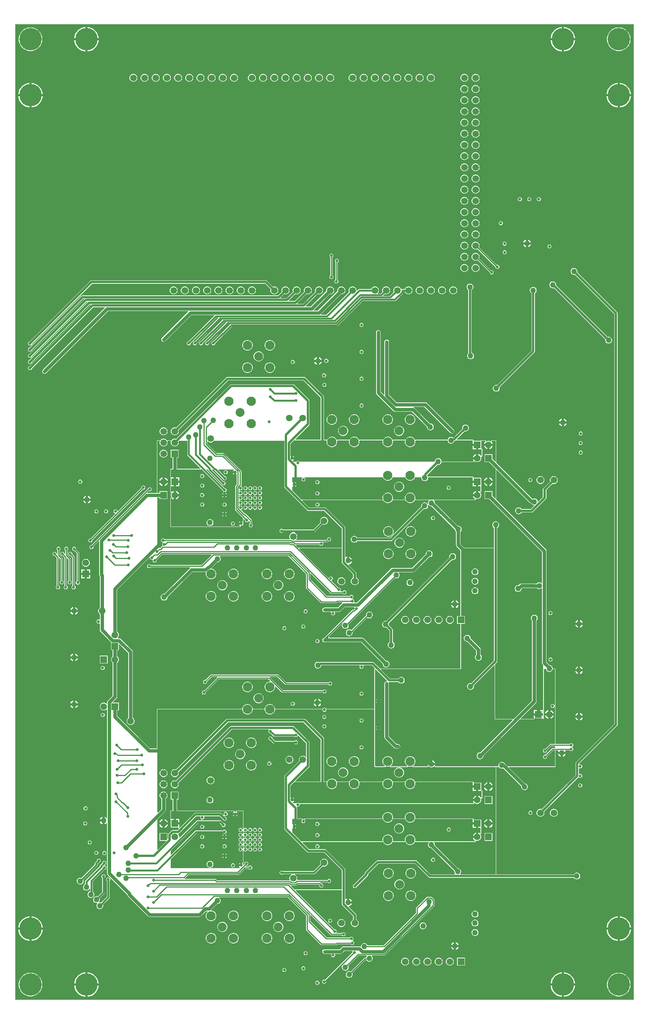
<source format=gbr>
%FSTAX23Y23*%
%MOIN*%
%SFA1B1*%

%IPPOS*%
%ADD11C,0.010000*%
%ADD13C,0.020000*%
%ADD54C,0.015000*%
%ADD55C,0.030000*%
%ADD56C,0.200000*%
%ADD57C,0.059055*%
%ADD58C,0.082677*%
%ADD59R,0.059055X0.059055*%
%ADD60C,0.078740*%
%ADD61R,0.059055X0.059055*%
%ADD62C,0.025000*%
%ADD63C,0.050000*%
%LNcfd_2channel_copper_signal_bot-1*%
%LPD*%
G36*
X05544Y00015D02*
X00015D01*
Y08734*
X05544*
Y00015*
G37*
%LNcfd_2channel_copper_signal_bot-2*%
%LPC*%
G36*
X0492Y08709D02*
Y0861D01*
X05019*
X05017Y08625*
X05011Y08642*
X05004Y08657*
X04993Y08671*
X04981Y08683*
X04967Y08694*
X04952Y08701*
X04935Y08707*
X0492Y08709*
G37*
G36*
X049D02*
X04884Y08707D01*
X04867Y08701*
X04852Y08694*
X04838Y08683*
X04826Y08671*
X04815Y08657*
X04808Y08642*
X04802Y08625*
X048Y0861*
X049*
Y08709*
G37*
G36*
X0066D02*
Y0861D01*
X00759*
X00757Y08625*
X00751Y08642*
X00744Y08657*
X00733Y08671*
X00721Y08683*
X00707Y08694*
X00692Y08701*
X00675Y08707*
X0066Y08709*
G37*
G36*
X0064D02*
X00624Y08707D01*
X00607Y08701*
X00592Y08694*
X00578Y08683*
X00566Y08671*
X00555Y08657*
X00548Y08642*
X00542Y08625*
X0054Y0861*
X0064*
Y08709*
G37*
G36*
X05418Y08705D02*
X05401D01*
X05385Y08702*
X05369Y08697*
X05354Y08689*
X05341Y0868*
X05329Y08668*
X0532Y08655*
X05312Y0864*
X05307Y08624*
X05305Y08608*
Y08591*
X05307Y08575*
X05312Y08559*
X0532Y08544*
X05329Y08531*
X05341Y08519*
X05354Y0851*
X05369Y08502*
X05385Y08497*
X05401Y08495*
X05418*
X05434Y08497*
X0545Y08502*
X05465Y0851*
X05478Y08519*
X0549Y08531*
X05499Y08544*
X05507Y08559*
X05512Y08575*
X05515Y08591*
Y08608*
X05512Y08624*
X05507Y0864*
X05499Y08655*
X0549Y08668*
X05478Y0868*
X05465Y08689*
X0545Y08697*
X05434Y08702*
X05418Y08705*
G37*
G36*
X00158D02*
X00141D01*
X00125Y08702*
X00109Y08697*
X00094Y08689*
X00081Y0868*
X00069Y08668*
X0006Y08655*
X00052Y0864*
X00047Y08624*
X00045Y08608*
Y08591*
X00047Y08575*
X00052Y08559*
X0006Y08544*
X00069Y08531*
X00081Y08519*
X00094Y0851*
X00109Y08502*
X00125Y08497*
X00141Y08495*
X00158*
X00174Y08497*
X0019Y08502*
X00205Y0851*
X00218Y08519*
X0023Y08531*
X00239Y08544*
X00247Y08559*
X00252Y08575*
X00255Y08591*
Y08608*
X00252Y08624*
X00247Y0864*
X00239Y08655*
X0023Y08668*
X00218Y0868*
X00205Y08689*
X0019Y08697*
X00174Y08702*
X00158Y08705*
G37*
G36*
X05019Y0859D02*
X0492D01*
Y0849*
X04935Y08492*
X04952Y08498*
X04967Y08505*
X04981Y08516*
X04993Y08528*
X05004Y08542*
X05011Y08557*
X05017Y08574*
X05019Y0859*
G37*
G36*
X049D02*
X048D01*
X04802Y08574*
X04808Y08557*
X04815Y08542*
X04826Y08528*
X04838Y08516*
X04852Y08505*
X04867Y08498*
X04884Y08492*
X049Y0849*
Y0859*
G37*
G36*
X00759D02*
X0066D01*
Y0849*
X00675Y08492*
X00692Y08498*
X00707Y08505*
X00721Y08516*
X00733Y08528*
X00744Y08542*
X00751Y08557*
X00757Y08574*
X00759Y0859*
G37*
G36*
X0064D02*
X0054D01*
X00542Y08574*
X00548Y08557*
X00555Y08542*
X00566Y08528*
X00578Y08516*
X00592Y08505*
X00607Y08498*
X00624Y08492*
X0064Y0849*
Y0859*
G37*
G36*
X04134Y08289D02*
X04125D01*
X04116Y08287*
X04108Y08282*
X04102Y08276*
X04097Y08268*
X04095Y08259*
Y0825*
X04097Y08241*
X04102Y08233*
X04108Y08227*
X04116Y08222*
X04125Y0822*
X04134*
X04143Y08222*
X04151Y08227*
X04157Y08233*
X04162Y08241*
X04164Y0825*
Y08259*
X04162Y08268*
X04157Y08276*
X04151Y08282*
X04143Y08287*
X04134Y08289*
G37*
G36*
X04034D02*
X04025D01*
X04016Y08287*
X04008Y08282*
X04002Y08276*
X03997Y08268*
X03995Y08259*
Y0825*
X03997Y08241*
X04002Y08233*
X04008Y08227*
X04016Y08222*
X04025Y0822*
X04034*
X04043Y08222*
X04051Y08227*
X04057Y08233*
X04062Y08241*
X04064Y0825*
Y08259*
X04062Y08268*
X04057Y08276*
X04051Y08282*
X04043Y08287*
X04034Y08289*
G37*
G36*
X03734D02*
X03725D01*
X03716Y08287*
X03708Y08282*
X03702Y08276*
X03697Y08268*
X03695Y08259*
Y0825*
X03697Y08241*
X03702Y08233*
X03708Y08227*
X03716Y08222*
X03725Y0822*
X03734*
X03743Y08222*
X03751Y08227*
X03757Y08233*
X03762Y08241*
X03764Y0825*
Y08259*
X03762Y08268*
X03757Y08276*
X03751Y08282*
X03743Y08287*
X03734Y08289*
G37*
G36*
X03634D02*
X03625D01*
X03616Y08287*
X03608Y08282*
X03602Y08276*
X03597Y08268*
X03595Y08259*
Y0825*
X03597Y08241*
X03602Y08233*
X03608Y08227*
X03616Y08222*
X03625Y0822*
X03634*
X03643Y08222*
X03651Y08227*
X03657Y08233*
X03662Y08241*
X03664Y0825*
Y08259*
X03662Y08268*
X03657Y08276*
X03651Y08282*
X03643Y08287*
X03634Y08289*
G37*
G36*
X03534D02*
X03525D01*
X03516Y08287*
X03508Y08282*
X03502Y08276*
X03497Y08268*
X03495Y08259*
Y0825*
X03497Y08241*
X03502Y08233*
X03508Y08227*
X03516Y08222*
X03525Y0822*
X03534*
X03543Y08222*
X03551Y08227*
X03557Y08233*
X03562Y08241*
X03564Y0825*
Y08259*
X03562Y08268*
X03557Y08276*
X03551Y08282*
X03543Y08287*
X03534Y08289*
G37*
G36*
X03434D02*
X03425D01*
X03416Y08287*
X03408Y08282*
X03402Y08276*
X03397Y08268*
X03395Y08259*
Y0825*
X03397Y08241*
X03402Y08233*
X03408Y08227*
X03416Y08222*
X03425Y0822*
X03434*
X03443Y08222*
X03451Y08227*
X03457Y08233*
X03462Y08241*
X03464Y0825*
Y08259*
X03462Y08268*
X03457Y08276*
X03451Y08282*
X03443Y08287*
X03434Y08289*
G37*
G36*
X03334D02*
X03325D01*
X03316Y08287*
X03308Y08282*
X03302Y08276*
X03297Y08268*
X03295Y08259*
Y0825*
X03297Y08241*
X03302Y08233*
X03308Y08227*
X03316Y08222*
X03325Y0822*
X03334*
X03343Y08222*
X03351Y08227*
X03357Y08233*
X03362Y08241*
X03364Y0825*
Y08259*
X03362Y08268*
X03357Y08276*
X03351Y08282*
X03343Y08287*
X03334Y08289*
G37*
G36*
X03234D02*
X03225D01*
X03216Y08287*
X03208Y08282*
X03202Y08276*
X03197Y08268*
X03195Y08259*
Y0825*
X03197Y08241*
X03202Y08233*
X03208Y08227*
X03216Y08222*
X03225Y0822*
X03234*
X03243Y08222*
X03251Y08227*
X03257Y08233*
X03262Y08241*
X03264Y0825*
Y08259*
X03262Y08268*
X03257Y08276*
X03251Y08282*
X03243Y08287*
X03234Y08289*
G37*
G36*
X03134D02*
X03125D01*
X03116Y08287*
X03108Y08282*
X03102Y08276*
X03097Y08268*
X03095Y08259*
Y0825*
X03097Y08241*
X03102Y08233*
X03108Y08227*
X03116Y08222*
X03125Y0822*
X03134*
X03143Y08222*
X03151Y08227*
X03157Y08233*
X03162Y08241*
X03164Y0825*
Y08259*
X03162Y08268*
X03157Y08276*
X03151Y08282*
X03143Y08287*
X03134Y08289*
G37*
G36*
X03034D02*
X03025D01*
X03016Y08287*
X03008Y08282*
X03002Y08276*
X02997Y08268*
X02995Y08259*
Y0825*
X02997Y08241*
X03002Y08233*
X03008Y08227*
X03016Y08222*
X03025Y0822*
X03034*
X03043Y08222*
X03051Y08227*
X03057Y08233*
X03062Y08241*
X03064Y0825*
Y08259*
X03062Y08268*
X03057Y08276*
X03051Y08282*
X03043Y08287*
X03034Y08289*
G37*
G36*
X02834D02*
X02825D01*
X02816Y08287*
X02808Y08282*
X02802Y08276*
X02797Y08268*
X02795Y08259*
Y0825*
X02797Y08241*
X02802Y08233*
X02808Y08227*
X02816Y08222*
X02825Y0822*
X02834*
X02843Y08222*
X02851Y08227*
X02857Y08233*
X02862Y08241*
X02864Y0825*
Y08259*
X02862Y08268*
X02857Y08276*
X02851Y08282*
X02843Y08287*
X02834Y08289*
G37*
G36*
X02734D02*
X02725D01*
X02716Y08287*
X02708Y08282*
X02702Y08276*
X02697Y08268*
X02695Y08259*
Y0825*
X02697Y08241*
X02702Y08233*
X02708Y08227*
X02716Y08222*
X02725Y0822*
X02734*
X02743Y08222*
X02751Y08227*
X02757Y08233*
X02762Y08241*
X02764Y0825*
Y08259*
X02762Y08268*
X02757Y08276*
X02751Y08282*
X02743Y08287*
X02734Y08289*
G37*
G36*
X02634D02*
X02625D01*
X02616Y08287*
X02608Y08282*
X02602Y08276*
X02597Y08268*
X02595Y08259*
Y0825*
X02597Y08241*
X02602Y08233*
X02608Y08227*
X02616Y08222*
X02625Y0822*
X02634*
X02643Y08222*
X02651Y08227*
X02657Y08233*
X02662Y08241*
X02664Y0825*
Y08259*
X02662Y08268*
X02657Y08276*
X02651Y08282*
X02643Y08287*
X02634Y08289*
G37*
G36*
X02534D02*
X02525D01*
X02516Y08287*
X02508Y08282*
X02502Y08276*
X02497Y08268*
X02495Y08259*
Y0825*
X02497Y08241*
X02502Y08233*
X02508Y08227*
X02516Y08222*
X02525Y0822*
X02534*
X02543Y08222*
X02551Y08227*
X02557Y08233*
X02562Y08241*
X02564Y0825*
Y08259*
X02562Y08268*
X02557Y08276*
X02551Y08282*
X02543Y08287*
X02534Y08289*
G37*
G36*
X02434D02*
X02425D01*
X02416Y08287*
X02408Y08282*
X02402Y08276*
X02397Y08268*
X02395Y08259*
Y0825*
X02397Y08241*
X02402Y08233*
X02408Y08227*
X02416Y08222*
X02425Y0822*
X02434*
X02443Y08222*
X02451Y08227*
X02457Y08233*
X02462Y08241*
X02464Y0825*
Y08259*
X02462Y08268*
X02457Y08276*
X02451Y08282*
X02443Y08287*
X02434Y08289*
G37*
G36*
X02334D02*
X02325D01*
X02316Y08287*
X02308Y08282*
X02302Y08276*
X02297Y08268*
X02295Y08259*
Y0825*
X02297Y08241*
X02302Y08233*
X02308Y08227*
X02316Y08222*
X02325Y0822*
X02334*
X02343Y08222*
X02351Y08227*
X02357Y08233*
X02362Y08241*
X02364Y0825*
Y08259*
X02362Y08268*
X02357Y08276*
X02351Y08282*
X02343Y08287*
X02334Y08289*
G37*
G36*
X02234D02*
X02225D01*
X02216Y08287*
X02208Y08282*
X02202Y08276*
X02197Y08268*
X02195Y08259*
Y0825*
X02197Y08241*
X02202Y08233*
X02208Y08227*
X02216Y08222*
X02225Y0822*
X02234*
X02243Y08222*
X02251Y08227*
X02257Y08233*
X02262Y08241*
X02264Y0825*
Y08259*
X02262Y08268*
X02257Y08276*
X02251Y08282*
X02243Y08287*
X02234Y08289*
G37*
G36*
X02134D02*
X02125D01*
X02116Y08287*
X02108Y08282*
X02102Y08276*
X02097Y08268*
X02095Y08259*
Y0825*
X02097Y08241*
X02102Y08233*
X02108Y08227*
X02116Y08222*
X02125Y0822*
X02134*
X02143Y08222*
X02151Y08227*
X02157Y08233*
X02162Y08241*
X02164Y0825*
Y08259*
X02162Y08268*
X02157Y08276*
X02151Y08282*
X02143Y08287*
X02134Y08289*
G37*
G36*
X01974D02*
X01965D01*
X01956Y08287*
X01948Y08282*
X01942Y08276*
X01937Y08268*
X01935Y08259*
Y0825*
X01937Y08241*
X01942Y08233*
X01948Y08227*
X01956Y08222*
X01965Y0822*
X01974*
X01983Y08222*
X01991Y08227*
X01997Y08233*
X02002Y08241*
X02004Y0825*
Y08259*
X02002Y08268*
X01997Y08276*
X01991Y08282*
X01983Y08287*
X01974Y08289*
G37*
G36*
X01874D02*
X01865D01*
X01856Y08287*
X01848Y08282*
X01842Y08276*
X01837Y08268*
X01835Y08259*
Y0825*
X01837Y08241*
X01842Y08233*
X01848Y08227*
X01856Y08222*
X01865Y0822*
X01874*
X01883Y08222*
X01891Y08227*
X01897Y08233*
X01902Y08241*
X01904Y0825*
Y08259*
X01902Y08268*
X01897Y08276*
X01891Y08282*
X01883Y08287*
X01874Y08289*
G37*
G36*
X01774D02*
X01765D01*
X01756Y08287*
X01748Y08282*
X01742Y08276*
X01737Y08268*
X01735Y08259*
Y0825*
X01737Y08241*
X01742Y08233*
X01748Y08227*
X01756Y08222*
X01765Y0822*
X01774*
X01783Y08222*
X01791Y08227*
X01797Y08233*
X01802Y08241*
X01804Y0825*
Y08259*
X01802Y08268*
X01797Y08276*
X01791Y08282*
X01783Y08287*
X01774Y08289*
G37*
G36*
X01674D02*
X01665D01*
X01656Y08287*
X01648Y08282*
X01642Y08276*
X01637Y08268*
X01635Y08259*
Y0825*
X01637Y08241*
X01642Y08233*
X01648Y08227*
X01656Y08222*
X01665Y0822*
X01674*
X01683Y08222*
X01691Y08227*
X01697Y08233*
X01702Y08241*
X01704Y0825*
Y08259*
X01702Y08268*
X01697Y08276*
X01691Y08282*
X01683Y08287*
X01674Y08289*
G37*
G36*
X01574D02*
X01565D01*
X01556Y08287*
X01548Y08282*
X01542Y08276*
X01537Y08268*
X01535Y08259*
Y0825*
X01537Y08241*
X01542Y08233*
X01548Y08227*
X01556Y08222*
X01565Y0822*
X01574*
X01583Y08222*
X01591Y08227*
X01597Y08233*
X01602Y08241*
X01604Y0825*
Y08259*
X01602Y08268*
X01597Y08276*
X01591Y08282*
X01583Y08287*
X01574Y08289*
G37*
G36*
X01474D02*
X01465D01*
X01456Y08287*
X01448Y08282*
X01442Y08276*
X01437Y08268*
X01435Y08259*
Y0825*
X01437Y08241*
X01442Y08233*
X01448Y08227*
X01456Y08222*
X01465Y0822*
X01474*
X01483Y08222*
X01491Y08227*
X01497Y08233*
X01502Y08241*
X01504Y0825*
Y08259*
X01502Y08268*
X01497Y08276*
X01491Y08282*
X01483Y08287*
X01474Y08289*
G37*
G36*
X01374D02*
X01365D01*
X01356Y08287*
X01348Y08282*
X01342Y08276*
X01337Y08268*
X01335Y08259*
Y0825*
X01337Y08241*
X01342Y08233*
X01348Y08227*
X01356Y08222*
X01365Y0822*
X01374*
X01383Y08222*
X01391Y08227*
X01397Y08233*
X01402Y08241*
X01404Y0825*
Y08259*
X01402Y08268*
X01397Y08276*
X01391Y08282*
X01383Y08287*
X01374Y08289*
G37*
G36*
X01274D02*
X01265D01*
X01256Y08287*
X01248Y08282*
X01242Y08276*
X01237Y08268*
X01235Y08259*
Y0825*
X01237Y08241*
X01242Y08233*
X01248Y08227*
X01256Y08222*
X01265Y0822*
X01274*
X01283Y08222*
X01291Y08227*
X01297Y08233*
X01302Y08241*
X01304Y0825*
Y08259*
X01302Y08268*
X01297Y08276*
X01291Y08282*
X01283Y08287*
X01274Y08289*
G37*
G36*
X01174D02*
X01165D01*
X01156Y08287*
X01148Y08282*
X01142Y08276*
X01137Y08268*
X01135Y08259*
Y0825*
X01137Y08241*
X01142Y08233*
X01148Y08227*
X01156Y08222*
X01165Y0822*
X01174*
X01183Y08222*
X01191Y08227*
X01197Y08233*
X01202Y08241*
X01204Y0825*
Y08259*
X01202Y08268*
X01197Y08276*
X01191Y08282*
X01183Y08287*
X01174Y08289*
G37*
G36*
X01074D02*
X01065D01*
X01056Y08287*
X01048Y08282*
X01042Y08276*
X01037Y08268*
X01035Y08259*
Y0825*
X01037Y08241*
X01042Y08233*
X01048Y08227*
X01056Y08222*
X01065Y0822*
X01074*
X01083Y08222*
X01091Y08227*
X01097Y08233*
X01102Y08241*
X01104Y0825*
Y08259*
X01102Y08268*
X01097Y08276*
X01091Y08282*
X01083Y08287*
X01074Y08289*
G37*
G36*
X04134Y08189D02*
X04125D01*
X04116Y08187*
X04108Y08182*
X04102Y08176*
X04097Y08168*
X04095Y08159*
Y0815*
X04097Y08141*
X04102Y08133*
X04108Y08127*
X04116Y08122*
X04125Y0812*
X04134*
X04143Y08122*
X04151Y08127*
X04157Y08133*
X04162Y08141*
X04164Y0815*
Y08159*
X04162Y08168*
X04157Y08176*
X04151Y08182*
X04143Y08187*
X04134Y08189*
G37*
G36*
X04034D02*
X04025D01*
X04016Y08187*
X04008Y08182*
X04002Y08176*
X03997Y08168*
X03995Y08159*
Y0815*
X03997Y08141*
X04002Y08133*
X04008Y08127*
X04016Y08122*
X04025Y0812*
X04034*
X04043Y08122*
X04051Y08127*
X04057Y08133*
X04062Y08141*
X04064Y0815*
Y08159*
X04062Y08168*
X04057Y08176*
X04051Y08182*
X04043Y08187*
X04034Y08189*
G37*
G36*
X0542Y08209D02*
Y0811D01*
X05519*
X05517Y08125*
X05511Y08142*
X05504Y08157*
X05493Y08171*
X05481Y08183*
X05467Y08194*
X05452Y08201*
X05435Y08207*
X0542Y08209*
G37*
G36*
X054D02*
X05384Y08207D01*
X05367Y08201*
X05352Y08194*
X05338Y08183*
X05326Y08171*
X05315Y08157*
X05308Y08142*
X05302Y08125*
X053Y0811*
X054*
Y08209*
G37*
G36*
X0016D02*
Y0811D01*
X00259*
X00257Y08125*
X00251Y08142*
X00244Y08157*
X00233Y08171*
X00221Y08183*
X00207Y08194*
X00192Y08201*
X00175Y08207*
X0016Y08209*
G37*
G36*
X0014D02*
X00124Y08207D01*
X00107Y08201*
X00092Y08194*
X00078Y08183*
X00066Y08171*
X00055Y08157*
X00048Y08142*
X00042Y08125*
X0004Y0811*
X0014*
Y08209*
G37*
G36*
X04134Y08089D02*
X04125D01*
X04116Y08087*
X04108Y08082*
X04102Y08076*
X04097Y08068*
X04095Y08059*
Y0805*
X04097Y08041*
X04102Y08033*
X04108Y08027*
X04116Y08022*
X04125Y0802*
X04134*
X04143Y08022*
X04151Y08027*
X04157Y08033*
X04162Y08041*
X04164Y0805*
Y08059*
X04162Y08068*
X04157Y08076*
X04151Y08082*
X04143Y08087*
X04134Y08089*
G37*
G36*
X04034D02*
X04025D01*
X04016Y08087*
X04008Y08082*
X04002Y08076*
X03997Y08068*
X03995Y08059*
Y0805*
X03997Y08041*
X04002Y08033*
X04008Y08027*
X04016Y08022*
X04025Y0802*
X04034*
X04043Y08022*
X04051Y08027*
X04057Y08033*
X04062Y08041*
X04064Y0805*
Y08059*
X04062Y08068*
X04057Y08076*
X04051Y08082*
X04043Y08087*
X04034Y08089*
G37*
G36*
X05519Y0809D02*
X0542D01*
Y0799*
X05435Y07992*
X05452Y07998*
X05467Y08005*
X05481Y08016*
X05493Y08028*
X05504Y08042*
X05511Y08057*
X05517Y08074*
X05519Y0809*
G37*
G36*
X054D02*
X053D01*
X05302Y08074*
X05308Y08057*
X05315Y08042*
X05326Y08028*
X05338Y08016*
X05352Y08005*
X05367Y07998*
X05384Y07992*
X054Y0799*
Y0809*
G37*
G36*
X00259D02*
X0016D01*
Y0799*
X00175Y07992*
X00192Y07998*
X00207Y08005*
X00221Y08016*
X00233Y08028*
X00244Y08042*
X00251Y08057*
X00257Y08074*
X00259Y0809*
G37*
G36*
X0014D02*
X0004D01*
X00042Y08074*
X00048Y08057*
X00055Y08042*
X00066Y08028*
X00078Y08016*
X00092Y08005*
X00107Y07998*
X00124Y07992*
X0014Y0799*
Y0809*
G37*
G36*
X04134Y07989D02*
X04125D01*
X04116Y07987*
X04108Y07982*
X04102Y07976*
X04097Y07968*
X04095Y07959*
Y0795*
X04097Y07941*
X04102Y07933*
X04108Y07927*
X04116Y07922*
X04125Y0792*
X04134*
X04143Y07922*
X04151Y07927*
X04157Y07933*
X04162Y07941*
X04164Y0795*
Y07959*
X04162Y07968*
X04157Y07976*
X04151Y07982*
X04143Y07987*
X04134Y07989*
G37*
G36*
X04034D02*
X04025D01*
X04016Y07987*
X04008Y07982*
X04002Y07976*
X03997Y07968*
X03995Y07959*
Y0795*
X03997Y07941*
X04002Y07933*
X04008Y07927*
X04016Y07922*
X04025Y0792*
X04034*
X04043Y07922*
X04051Y07927*
X04057Y07933*
X04062Y07941*
X04064Y0795*
Y07959*
X04062Y07968*
X04057Y07976*
X04051Y07982*
X04043Y07987*
X04034Y07989*
G37*
G36*
X04134Y07889D02*
X04125D01*
X04116Y07887*
X04108Y07882*
X04102Y07876*
X04097Y07868*
X04095Y07859*
Y0785*
X04097Y07841*
X04102Y07833*
X04108Y07827*
X04116Y07822*
X04125Y0782*
X04134*
X04143Y07822*
X04151Y07827*
X04157Y07833*
X04162Y07841*
X04164Y0785*
Y07859*
X04162Y07868*
X04157Y07876*
X04151Y07882*
X04143Y07887*
X04134Y07889*
G37*
G36*
X04034D02*
X04025D01*
X04016Y07887*
X04008Y07882*
X04002Y07876*
X03997Y07868*
X03995Y07859*
Y0785*
X03997Y07841*
X04002Y07833*
X04008Y07827*
X04016Y07822*
X04025Y0782*
X04034*
X04043Y07822*
X04051Y07827*
X04057Y07833*
X04062Y07841*
X04064Y0785*
Y07859*
X04062Y07868*
X04057Y07876*
X04051Y07882*
X04043Y07887*
X04034Y07889*
G37*
G36*
X04134Y07789D02*
X04125D01*
X04116Y07787*
X04108Y07782*
X04102Y07776*
X04097Y07768*
X04095Y07759*
Y0775*
X04097Y07741*
X04102Y07733*
X04108Y07727*
X04116Y07722*
X04125Y0772*
X04134*
X04143Y07722*
X04151Y07727*
X04157Y07733*
X04162Y07741*
X04164Y0775*
Y07759*
X04162Y07768*
X04157Y07776*
X04151Y07782*
X04143Y07787*
X04134Y07789*
G37*
G36*
X04034D02*
X04025D01*
X04016Y07787*
X04008Y07782*
X04002Y07776*
X03997Y07768*
X03995Y07759*
Y0775*
X03997Y07741*
X04002Y07733*
X04008Y07727*
X04016Y07722*
X04025Y0772*
X04034*
X04043Y07722*
X04051Y07727*
X04057Y07733*
X04062Y07741*
X04064Y0775*
Y07759*
X04062Y07768*
X04057Y07776*
X04051Y07782*
X04043Y07787*
X04034Y07789*
G37*
G36*
X04134Y07689D02*
X04125D01*
X04116Y07687*
X04108Y07682*
X04102Y07676*
X04097Y07668*
X04095Y07659*
Y0765*
X04097Y07641*
X04102Y07633*
X04108Y07627*
X04116Y07622*
X04125Y0762*
X04134*
X04143Y07622*
X04151Y07627*
X04157Y07633*
X04162Y07641*
X04164Y0765*
Y07659*
X04162Y07668*
X04157Y07676*
X04151Y07682*
X04143Y07687*
X04134Y07689*
G37*
G36*
X04034D02*
X04025D01*
X04016Y07687*
X04008Y07682*
X04002Y07676*
X03997Y07668*
X03995Y07659*
Y0765*
X03997Y07641*
X04002Y07633*
X04008Y07627*
X04016Y07622*
X04025Y0762*
X04034*
X04043Y07622*
X04051Y07627*
X04057Y07633*
X04062Y07641*
X04064Y0765*
Y07659*
X04062Y07668*
X04057Y07676*
X04051Y07682*
X04043Y07687*
X04034Y07689*
G37*
G36*
X04134Y07589D02*
X04125D01*
X04116Y07587*
X04108Y07582*
X04102Y07576*
X04097Y07568*
X04095Y07559*
Y0755*
X04097Y07541*
X04102Y07533*
X04108Y07527*
X04116Y07522*
X04125Y0752*
X04134*
X04143Y07522*
X04151Y07527*
X04157Y07533*
X04162Y07541*
X04164Y0755*
Y07559*
X04162Y07568*
X04157Y07576*
X04151Y07582*
X04143Y07587*
X04134Y07589*
G37*
G36*
X04034D02*
X04025D01*
X04016Y07587*
X04008Y07582*
X04002Y07576*
X03997Y07568*
X03995Y07559*
Y0755*
X03997Y07541*
X04002Y07533*
X04008Y07527*
X04016Y07522*
X04025Y0752*
X04034*
X04043Y07522*
X04051Y07527*
X04057Y07533*
X04062Y07541*
X04064Y0755*
Y07559*
X04062Y07568*
X04057Y07576*
X04051Y07582*
X04043Y07587*
X04034Y07589*
G37*
G36*
X04134Y07489D02*
X04125D01*
X04116Y07487*
X04108Y07482*
X04102Y07476*
X04097Y07468*
X04095Y07459*
Y0745*
X04097Y07441*
X04102Y07433*
X04108Y07427*
X04116Y07422*
X04125Y0742*
X04134*
X04143Y07422*
X04151Y07427*
X04157Y07433*
X04162Y07441*
X04164Y0745*
Y07459*
X04162Y07468*
X04157Y07476*
X04151Y07482*
X04143Y07487*
X04134Y07489*
G37*
G36*
X04034D02*
X04025D01*
X04016Y07487*
X04008Y07482*
X04002Y07476*
X03997Y07468*
X03995Y07459*
Y0745*
X03997Y07441*
X04002Y07433*
X04008Y07427*
X04016Y07422*
X04025Y0742*
X04034*
X04043Y07422*
X04051Y07427*
X04057Y07433*
X04062Y07441*
X04064Y0745*
Y07459*
X04062Y07468*
X04057Y07476*
X04051Y07482*
X04043Y07487*
X04034Y07489*
G37*
G36*
X04134Y07389D02*
X04125D01*
X04116Y07387*
X04108Y07382*
X04102Y07376*
X04097Y07368*
X04095Y07359*
Y0735*
X04097Y07341*
X04102Y07333*
X04108Y07327*
X04116Y07322*
X04125Y0732*
X04134*
X04143Y07322*
X04151Y07327*
X04157Y07333*
X04162Y07341*
X04164Y0735*
Y07359*
X04162Y07368*
X04157Y07376*
X04151Y07382*
X04143Y07387*
X04134Y07389*
G37*
G36*
X04034D02*
X04025D01*
X04016Y07387*
X04008Y07382*
X04002Y07376*
X03997Y07368*
X03995Y07359*
Y0735*
X03997Y07341*
X04002Y07333*
X04008Y07327*
X04016Y07322*
X04025Y0732*
X04034*
X04043Y07322*
X04051Y07327*
X04057Y07333*
X04062Y07341*
X04064Y0735*
Y07359*
X04062Y07368*
X04057Y07376*
X04051Y07382*
X04043Y07387*
X04034Y07389*
G37*
G36*
X04134Y07289D02*
X04125D01*
X04116Y07287*
X04108Y07282*
X04102Y07276*
X04097Y07268*
X04095Y07259*
Y0725*
X04097Y07241*
X04102Y07233*
X04108Y07227*
X04116Y07222*
X04125Y0722*
X04134*
X04143Y07222*
X04151Y07227*
X04157Y07233*
X04162Y07241*
X04164Y0725*
Y07259*
X04162Y07268*
X04157Y07276*
X04151Y07282*
X04143Y07287*
X04134Y07289*
G37*
G36*
X04034D02*
X04025D01*
X04016Y07287*
X04008Y07282*
X04002Y07276*
X03997Y07268*
X03995Y07259*
Y0725*
X03997Y07241*
X04002Y07233*
X04008Y07227*
X04016Y07222*
X04025Y0722*
X04034*
X04043Y07222*
X04051Y07227*
X04057Y07233*
X04062Y07241*
X04064Y0725*
Y07259*
X04062Y07268*
X04057Y07276*
X04051Y07282*
X04043Y07287*
X04034Y07289*
G37*
G36*
X04698Y07187D02*
X04691D01*
X04685Y07184*
X0468Y07179*
X04677Y07173*
Y07166*
X0468Y0716*
X04685Y07155*
X04691Y07152*
X04698*
X04704Y07155*
X04709Y0716*
X04712Y07166*
Y07173*
X04709Y07179*
X04704Y07184*
X04698Y07187*
G37*
G36*
X04613D02*
X04606D01*
X046Y07184*
X04595Y07179*
X04592Y07173*
Y07166*
X04595Y0716*
X046Y07155*
X04606Y07152*
X04613*
X04619Y07155*
X04624Y0716*
X04627Y07166*
Y07173*
X04624Y07179*
X04619Y07184*
X04613Y07187*
G37*
G36*
X04528D02*
X04521D01*
X04515Y07184*
X0451Y07179*
X04507Y07173*
Y07166*
X0451Y0716*
X04515Y07155*
X04521Y07152*
X04528*
X04534Y07155*
X04539Y0716*
X04542Y07166*
Y07173*
X04539Y07179*
X04534Y07184*
X04528Y07187*
G37*
G36*
X04134Y07189D02*
X04125D01*
X04116Y07187*
X04108Y07182*
X04102Y07176*
X04097Y07168*
X04095Y07159*
Y0715*
X04097Y07141*
X04102Y07133*
X04108Y07127*
X04116Y07122*
X04125Y0712*
X04134*
X04143Y07122*
X04151Y07127*
X04157Y07133*
X04162Y07141*
X04164Y0715*
Y07159*
X04162Y07168*
X04157Y07176*
X04151Y07182*
X04143Y07187*
X04134Y07189*
G37*
G36*
X04034D02*
X04025D01*
X04016Y07187*
X04008Y07182*
X04002Y07176*
X03997Y07168*
X03995Y07159*
Y0715*
X03997Y07141*
X04002Y07133*
X04008Y07127*
X04016Y07122*
X04025Y0712*
X04034*
X04043Y07122*
X04051Y07127*
X04057Y07133*
X04062Y07141*
X04064Y0715*
Y07159*
X04062Y07168*
X04057Y07176*
X04051Y07182*
X04043Y07187*
X04034Y07189*
G37*
G36*
X04134Y07089D02*
X04125D01*
X04116Y07087*
X04108Y07082*
X04102Y07076*
X04097Y07068*
X04095Y07059*
Y0705*
X04097Y07041*
X04102Y07033*
X04108Y07027*
X04116Y07022*
X04125Y0702*
X04134*
X04143Y07022*
X04151Y07027*
X04157Y07033*
X04162Y07041*
X04164Y0705*
Y07059*
X04162Y07068*
X04157Y07076*
X04151Y07082*
X04143Y07087*
X04134Y07089*
G37*
G36*
X04034D02*
X04025D01*
X04016Y07087*
X04008Y07082*
X04002Y07076*
X03997Y07068*
X03995Y07059*
Y0705*
X03997Y07041*
X04002Y07033*
X04008Y07027*
X04016Y07022*
X04025Y0702*
X04034*
X04043Y07022*
X04051Y07027*
X04057Y07033*
X04062Y07041*
X04064Y0705*
Y07059*
X04062Y07068*
X04057Y07076*
X04051Y07082*
X04043Y07087*
X04034Y07089*
G37*
G36*
X04358Y06973D02*
X04351D01*
X04345Y06971*
X0434Y06966*
X04337Y06959*
Y06952*
X0434Y06946*
X04345Y06941*
X04351Y06938*
X04358*
X04365Y06941*
X04369Y06946*
X04372Y06952*
Y06959*
X04369Y06966*
X04365Y06971*
X04358Y06973*
G37*
G36*
X04134Y06989D02*
X04125D01*
X04116Y06987*
X04108Y06982*
X04102Y06976*
X04097Y06968*
X04095Y06959*
Y0695*
X04097Y06941*
X04102Y06933*
X04108Y06927*
X04116Y06922*
X04125Y0692*
X04134*
X04143Y06922*
X04151Y06927*
X04157Y06933*
X04162Y06941*
X04164Y0695*
Y06959*
X04162Y06968*
X04157Y06976*
X04151Y06982*
X04143Y06987*
X04134Y06989*
G37*
G36*
X04034D02*
X04025D01*
X04016Y06987*
X04008Y06982*
X04002Y06976*
X03997Y06968*
X03995Y06959*
Y0695*
X03997Y06941*
X04002Y06933*
X04008Y06927*
X04016Y06922*
X04025Y0692*
X04034*
X04043Y06922*
X04051Y06927*
X04057Y06933*
X04062Y06941*
X04064Y0695*
Y06959*
X04062Y06968*
X04057Y06976*
X04051Y06982*
X04043Y06987*
X04034Y06989*
G37*
G36*
X04134Y06889D02*
X04125D01*
X04116Y06887*
X04108Y06882*
X04102Y06876*
X04097Y06868*
X04095Y06859*
Y0685*
X04097Y06841*
X04102Y06833*
X04108Y06827*
X04116Y06822*
X04125Y0682*
X04134*
X04143Y06822*
X04151Y06827*
X04157Y06833*
X04162Y06841*
X04164Y0685*
Y06859*
X04162Y06868*
X04157Y06876*
X04151Y06882*
X04143Y06887*
X04134Y06889*
G37*
G36*
X04034D02*
X04025D01*
X04016Y06887*
X04008Y06882*
X04002Y06876*
X03997Y06868*
X03995Y06859*
Y0685*
X03997Y06841*
X04002Y06833*
X04008Y06827*
X04016Y06822*
X04025Y0682*
X04034*
X04043Y06822*
X04051Y06827*
X04057Y06833*
X04062Y06841*
X04064Y0685*
Y06859*
X04062Y06868*
X04057Y06876*
X04051Y06882*
X04043Y06887*
X04034Y06889*
G37*
G36*
X046Y06808D02*
Y06785D01*
X04623*
X04622Y06788*
X04618Y06796*
X04611Y06803*
X04603Y06807*
X046Y06808*
G37*
G36*
X0458D02*
X04576Y06807D01*
X04568Y06803*
X04561Y06796*
X04557Y06788*
X04556Y06785*
X0458*
Y06808*
G37*
G36*
X04393Y0679D02*
X04386D01*
X0438Y06787*
X04375Y06783*
X04372Y06776*
Y06769*
X04375Y06763*
X0438Y06758*
X04386Y06755*
X04393*
X04399Y06758*
X04404Y06763*
X04407Y06769*
Y06776*
X04404Y06783*
X04399Y06787*
X04393Y0679*
G37*
G36*
X04623Y06765D02*
X046D01*
Y06741*
X04603Y06742*
X04611Y06746*
X04618Y06753*
X04622Y06761*
X04623Y06765*
G37*
G36*
X0458D02*
X04556D01*
X04557Y06761*
X04561Y06753*
X04568Y06746*
X04576Y06742*
X0458Y06741*
Y06765*
G37*
G36*
X04793D02*
X04786D01*
X0478Y06762*
X04775Y06757*
X04772Y0675*
Y06744*
X04775Y06737*
X0478Y06732*
X04786Y0673*
X04793*
X04799Y06732*
X04804Y06737*
X04807Y06744*
Y0675*
X04804Y06757*
X04799Y06762*
X04793Y06765*
G37*
G36*
X04034Y06789D02*
X04025D01*
X04016Y06787*
X04008Y06782*
X04002Y06776*
X03997Y06768*
X03995Y06759*
Y0675*
X03997Y06741*
X04002Y06733*
X04008Y06727*
X04016Y06722*
X04025Y0672*
X04034*
X04043Y06722*
X04051Y06727*
X04057Y06733*
X04062Y06741*
X04064Y0675*
Y06759*
X04062Y06768*
X04057Y06776*
X04051Y06782*
X04043Y06787*
X04034Y06789*
G37*
G36*
X04393Y06712D02*
X04386D01*
X0438Y06709*
X04375Y06704*
X04372Y06698*
Y06691*
X04375Y06685*
X0438Y0668*
X04386Y06677*
X04393*
X04399Y0668*
X04404Y06685*
X04407Y06691*
Y06698*
X04404Y06704*
X04399Y06709*
X04393Y06712*
G37*
G36*
X04034Y06689D02*
X04025D01*
X04016Y06687*
X04008Y06682*
X04002Y06676*
X03997Y06668*
X03995Y06659*
Y0665*
X03997Y06641*
X04002Y06633*
X04008Y06627*
X04016Y06622*
X04025Y0662*
X04034*
X04043Y06622*
X04051Y06627*
X04057Y06633*
X04062Y06641*
X04064Y0665*
Y06659*
X04062Y06668*
X04057Y06676*
X04051Y06682*
X04043Y06687*
X04034Y06689*
G37*
G36*
X04134Y06789D02*
X04125D01*
X04116Y06787*
X04108Y06782*
X04102Y06776*
X04097Y06768*
X04095Y06759*
Y0675*
X04097Y06741*
X04102Y06733*
X04108Y06727*
X04116Y06722*
X04125Y0672*
X04134*
X04143Y06722*
X04147Y06725*
X04307Y06565*
Y06561*
X0431Y06555*
X04315Y0655*
X04321Y06547*
X04328*
X04334Y0655*
X04339Y06555*
X04342Y06561*
Y06568*
X04339Y06574*
X04334Y06579*
X04328Y06582*
X04321*
X0432Y06581*
X04161Y0674*
X04162Y06741*
X04164Y0675*
Y06759*
X04162Y06768*
X04157Y06776*
X04151Y06782*
X04143Y06787*
X04134Y06789*
G37*
G36*
Y06589D02*
X04125D01*
X04116Y06587*
X04108Y06582*
X04102Y06576*
X04097Y06568*
X04095Y06559*
Y0655*
X04097Y06541*
X04102Y06533*
X04108Y06527*
X04116Y06522*
X04125Y0652*
X04134*
X04143Y06522*
X04151Y06527*
X04157Y06533*
X04162Y06541*
X04164Y0655*
Y06559*
X04162Y06568*
X04157Y06576*
X04151Y06582*
X04143Y06587*
X04134Y06589*
G37*
G36*
X04034D02*
X04025D01*
X04016Y06587*
X04008Y06582*
X04002Y06576*
X03997Y06568*
X03995Y06559*
Y0655*
X03997Y06541*
X04002Y06533*
X04008Y06527*
X04016Y06522*
X04025Y0652*
X04034*
X04043Y06522*
X04051Y06527*
X04057Y06533*
X04062Y06541*
X04064Y0655*
Y06559*
X04062Y06568*
X04057Y06576*
X04051Y06582*
X04043Y06587*
X04034Y06589*
G37*
G36*
X04134Y06689D02*
X04125D01*
X04116Y06687*
X04108Y06682*
X04102Y06676*
X04097Y06668*
X04095Y06659*
Y0665*
X04097Y06641*
X04102Y06633*
X04108Y06627*
X04116Y06622*
X04125Y0662*
X04134*
X04143Y06622*
X04147Y06625*
X04256Y06516*
Y06512*
X04259Y06506*
X04263Y06501*
X0427Y06498*
X04277*
X04283Y06501*
X04288Y06506*
X04291Y06512*
Y06519*
X04288Y06526*
X04283Y06531*
X04277Y06533*
X0427*
X04268Y06533*
X04161Y0664*
X04162Y06641*
X04164Y0665*
Y06659*
X04162Y06668*
X04157Y06676*
X04151Y06682*
X04143Y06687*
X04134Y06689*
G37*
G36*
X02844Y06683D02*
X02837D01*
X02831Y0668*
X02826Y06675*
X02823Y06669*
Y06662*
X02826Y06656*
X0283Y06651*
Y0649*
X0283Y06489*
X02825Y06484*
X02822Y06478*
Y06471*
X02825Y06465*
X0283Y0646*
X02836Y06457*
X02843*
X02849Y0646*
X02854Y06465*
X02857Y06471*
Y06478*
X02854Y06484*
X02851Y06488*
Y06651*
X02855Y06656*
X02858Y06662*
Y06669*
X02855Y06675*
X0285Y0668*
X02844Y06683*
G37*
G36*
X02893Y06637D02*
X02886D01*
X0288Y06634*
X02875Y06629*
X02872Y06623*
Y06616*
X02875Y0661*
X02877Y06607*
Y0645*
X02875Y06449*
X0287Y06444*
X02867Y06438*
Y06431*
X0287Y06425*
X02875Y0642*
X02881Y06417*
X02888*
X02894Y0642*
X02899Y06425*
X02902Y06431*
Y06438*
X02899Y06444*
X02897Y06447*
Y06604*
X02899Y06605*
X02904Y0661*
X02907Y06616*
Y06623*
X02904Y06629*
X02899Y06634*
X02893Y06637*
G37*
G36*
X03534Y06389D02*
X03525D01*
X03516Y06387*
X03508Y06382*
X03502Y06376*
X03497Y06368*
X03497Y06367*
X0348*
X03475Y06366*
X03471Y06364*
X03469Y06361*
X03463Y06362*
X03462Y06368*
X03457Y06376*
X03451Y06382*
X03443Y06387*
X03434Y06389*
X03425*
X03416Y06387*
X03408Y06382*
X03402Y06376*
X03397Y06368*
X03395Y06359*
Y0635*
X03397Y06341*
X03398Y06341*
X03362Y06305*
X03305*
X03303Y0631*
X03316Y06323*
X03316Y06322*
X03325Y0632*
X03334*
X03343Y06322*
X03351Y06327*
X03357Y06333*
X03362Y06341*
X03364Y0635*
Y06359*
X03362Y06368*
X03357Y06376*
X03351Y06382*
X03343Y06387*
X03334Y06389*
X03325*
X03316Y06387*
X03308Y06382*
X03302Y06376*
X03297Y06368*
X03295Y06359*
Y0635*
X03297Y06341*
X03298Y06341*
X03282Y06325*
X03256*
X03254Y0633*
X03257Y06333*
X03262Y06341*
X03264Y0635*
Y06359*
X03262Y06368*
X03257Y06376*
X03251Y06382*
X03243Y06387*
X03234Y06389*
X03225*
X03216Y06387*
X03208Y06382*
X03202Y06376*
X03197Y06368*
X03197Y06367*
X03089*
X03084Y06366*
X0308Y06364*
X03069Y06353*
X03064Y06355*
Y06359*
X03062Y06368*
X03057Y06376*
X03051Y06382*
X03043Y06387*
X03034Y06389*
X03025*
X03016Y06387*
X03008Y06382*
X03002Y06376*
X02997Y06368*
X02995Y06359*
Y0635*
X02997Y06341*
X02998Y06341*
X02794Y06137*
X02748*
X02746Y06142*
X02924Y0632*
X02925Y0632*
X02934*
X02943Y06322*
X02951Y06327*
X02957Y06333*
X02962Y06341*
X02964Y0635*
Y06359*
X02962Y06368*
X02957Y06376*
X02951Y06382*
X02943Y06387*
X02934Y06389*
X02925*
X02916Y06387*
X02908Y06382*
X02902Y06376*
X02897Y06368*
X02895Y06359*
Y0635*
X02895Y06349*
X02721Y06175*
X02686*
X02684Y0618*
X02824Y0632*
X02825Y0632*
X02834*
X02843Y06322*
X02851Y06327*
X02857Y06333*
X02862Y06341*
X02864Y0635*
Y06359*
X02862Y06368*
X02857Y06376*
X02851Y06382*
X02843Y06387*
X02834Y06389*
X02825*
X02816Y06387*
X02808Y06382*
X02802Y06376*
X02797Y06368*
X02795Y06359*
Y0635*
X02795Y06349*
X02656Y0621*
X02613*
X02611Y06215*
X02718Y06322*
X02725Y0632*
X02734*
X02743Y06322*
X02751Y06327*
X02757Y06333*
X02762Y06341*
X02764Y0635*
Y06359*
X02762Y06368*
X02757Y06376*
X02751Y06382*
X02743Y06387*
X02734Y06389*
X02725*
X02716Y06387*
X02708Y06382*
X02702Y06376*
X02697Y06368*
X02695Y06359*
Y0635*
X02697Y06343*
X02588Y06235*
X02538*
X02536Y06239*
X02618Y06322*
X02625Y0632*
X02634*
X02643Y06322*
X02651Y06327*
X02657Y06333*
X02662Y06341*
X02664Y0635*
Y06359*
X02662Y06368*
X02657Y06376*
X02651Y06382*
X02643Y06387*
X02634Y06389*
X02625*
X02616Y06387*
X02608Y06382*
X02602Y06376*
X02597Y06368*
X02595Y06359*
Y0635*
X02597Y06343*
X02513Y0626*
X02463*
X02461Y06264*
X02518Y06322*
X02525Y0632*
X02534*
X02543Y06322*
X02551Y06327*
X02557Y06333*
X02562Y06341*
X02564Y0635*
Y06359*
X02562Y06368*
X02557Y06376*
X02551Y06382*
X02543Y06387*
X02534Y06389*
X02525*
X02516Y06387*
X02508Y06382*
X02502Y06376*
X02497Y06368*
X02495Y06359*
Y0635*
X02497Y06343*
X02438Y06285*
X02388*
X02386Y06289*
X02418Y06322*
X02425Y0632*
X02434*
X02443Y06322*
X02451Y06327*
X02457Y06333*
X02462Y06341*
X02464Y0635*
Y06359*
X02462Y06368*
X02457Y06376*
X02451Y06382*
X02443Y06387*
X02434Y06389*
X02425*
X02416Y06387*
X02408Y06382*
X02402Y06376*
X02397Y06368*
X02395Y06359*
Y0635*
X02397Y06343*
X02363Y0631*
X00615*
X00609Y06309*
X00604Y06305*
X0014Y05842*
X00135Y05839*
X0013Y05834*
X00127Y05828*
Y05821*
X0013Y05815*
X00135Y0581*
X00141Y05807*
X00148*
X00154Y0581*
X00159Y05815*
X00162Y0582*
X00621Y06279*
X00626*
X00628Y06275*
X0014Y05787*
X00135Y05784*
X0013Y05779*
X00127Y05773*
Y05766*
X0013Y0576*
X00135Y05755*
X00141Y05752*
X00148*
X00154Y05755*
X00159Y0576*
X00162Y05765*
X00651Y06254*
X00656*
X00658Y0625*
X0014Y05732*
X00135Y05729*
X0013Y05724*
X00127Y05718*
Y05711*
X0013Y05705*
X00135Y057*
X00141Y05697*
X00148*
X00154Y057*
X00159Y05705*
X00162Y0571*
X00681Y06229*
X00686*
X00688Y06225*
X0014Y05677*
X00135Y05674*
X0013Y05669*
X00127Y05663*
Y05656*
X0013Y0565*
X00135Y05645*
X00141Y05642*
X00148*
X00154Y05645*
X00159Y0565*
X00162Y05655*
X00711Y06204*
X00813*
X00815Y06199*
X0026Y05644*
X00256Y05637*
X00254Y0563*
X00256Y05622*
X0026Y05615*
X00267Y05611*
X00275Y05609*
X00282Y05611*
X00289Y05615*
X00843Y06169*
X01558*
X0156Y06164*
X01325Y05929*
X01321Y05922*
X01319Y05915*
X01321Y05907*
X01325Y059*
X01332Y05896*
X0134Y05894*
X01347Y05896*
X01354Y059*
X01588Y06134*
X01792*
X01794Y06129*
X01564Y059*
X01561*
X01555Y05897*
X0155Y05892*
X01547Y05885*
Y05879*
X0155Y05872*
X01555Y05867*
X01561Y05865*
X01568*
X01574Y05867*
X01579Y05872*
X01582Y05879*
Y05881*
X01812Y06112*
X01825*
X01827Y06107*
X01619Y059*
X01616*
X0161Y05897*
X01605Y05892*
X01602Y05885*
Y05879*
X01605Y05872*
X0161Y05867*
X01616Y05865*
X01623*
X01629Y05867*
X01634Y05872*
X01637Y05879*
Y05881*
X01847Y06092*
X0186*
X01862Y06087*
X01674Y059*
X01671*
X01665Y05897*
X0166Y05892*
X01657Y05885*
Y05879*
X0166Y05872*
X01665Y05867*
X01671Y05865*
X01678*
X01684Y05867*
X01689Y05872*
X01692Y05879*
Y05881*
X01882Y06072*
X01895*
X01897Y06067*
X01729Y059*
X01726*
X0172Y05897*
X01715Y05892*
X01712Y05885*
Y05879*
X01715Y05872*
X0172Y05867*
X01726Y05865*
X01733*
X01739Y05867*
X01744Y05872*
X01747Y05879*
Y05881*
X01917Y06052*
X0193*
X01932Y06047*
X01784Y059*
X01781*
X01775Y05897*
X0177Y05892*
X01767Y05885*
Y05879*
X0177Y05872*
X01775Y05867*
X01781Y05865*
X01788*
X01794Y05867*
X01799Y05872*
X01802Y05879*
Y05881*
X01952Y06032*
X02888*
X02893Y06033*
X02897Y06035*
X03121Y0626*
X03407*
X03412Y06261*
X03416Y06263*
X03481Y06328*
X03483Y06332*
X03484Y06337*
Y0634*
X03486Y06342*
X03497*
X03497Y06341*
X03502Y06333*
X03508Y06327*
X03516Y06322*
X03525Y0632*
X03534*
X03543Y06322*
X03551Y06327*
X03557Y06333*
X03562Y06341*
X03564Y0635*
Y06359*
X03562Y06368*
X03557Y06376*
X03551Y06382*
X03543Y06387*
X03534Y06389*
G37*
G36*
X03934D02*
X03925D01*
X03916Y06387*
X03908Y06382*
X03902Y06376*
X03897Y06368*
X03895Y06359*
Y0635*
X03897Y06341*
X03902Y06333*
X03908Y06327*
X03916Y06322*
X03925Y0632*
X03934*
X03943Y06322*
X03951Y06327*
X03957Y06333*
X03962Y06341*
X03964Y0635*
Y06359*
X03962Y06368*
X03957Y06376*
X03951Y06382*
X03943Y06387*
X03934Y06389*
G37*
G36*
X03834D02*
X03825D01*
X03816Y06387*
X03808Y06382*
X03802Y06376*
X03797Y06368*
X03795Y06359*
Y0635*
X03797Y06341*
X03802Y06333*
X03808Y06327*
X03816Y06322*
X03825Y0632*
X03834*
X03843Y06322*
X03851Y06327*
X03857Y06333*
X03862Y06341*
X03864Y0635*
Y06359*
X03862Y06368*
X03857Y06376*
X03851Y06382*
X03843Y06387*
X03834Y06389*
G37*
G36*
X03734D02*
X03725D01*
X03716Y06387*
X03708Y06382*
X03702Y06376*
X03697Y06368*
X03695Y06359*
Y0635*
X03697Y06341*
X03702Y06333*
X03708Y06327*
X03716Y06322*
X03725Y0632*
X03734*
X03743Y06322*
X03751Y06327*
X03757Y06333*
X03762Y06341*
X03764Y0635*
Y06359*
X03762Y06368*
X03757Y06376*
X03751Y06382*
X03743Y06387*
X03734Y06389*
G37*
G36*
X03634D02*
X03625D01*
X03616Y06387*
X03608Y06382*
X03602Y06376*
X03597Y06368*
X03595Y06359*
Y0635*
X03597Y06341*
X03602Y06333*
X03608Y06327*
X03616Y06322*
X03625Y0632*
X03634*
X03643Y06322*
X03651Y06327*
X03657Y06333*
X03662Y06341*
X03664Y0635*
Y06359*
X03662Y06368*
X03657Y06376*
X03651Y06382*
X03643Y06387*
X03634Y06389*
G37*
G36*
X02255Y06445D02*
X00695D01*
X00689Y06444*
X00684Y0644*
X0014Y05897*
X00135Y05894*
X0013Y05889*
X00127Y05883*
Y05876*
X0013Y0587*
X00135Y05865*
X00141Y05862*
X00148*
X00154Y05865*
X00159Y0587*
X00162Y05875*
X00701Y06414*
X02248*
X02297Y06366*
X02295Y06359*
Y0635*
X02297Y06341*
X02302Y06333*
X02308Y06327*
X02316Y06322*
X02325Y0632*
X02334*
X02343Y06322*
X02351Y06327*
X02357Y06333*
X02362Y06341*
X02364Y0635*
Y06359*
X02362Y06368*
X02357Y06376*
X02351Y06382*
X02343Y06387*
X02334Y06389*
X02325*
X02318Y06387*
X02265Y0644*
X0226Y06444*
X02255Y06445*
G37*
G36*
X02134Y06389D02*
X02125D01*
X02116Y06387*
X02108Y06382*
X02102Y06376*
X02097Y06368*
X02095Y06359*
Y0635*
X02097Y06341*
X02102Y06333*
X02108Y06327*
X02116Y06322*
X02125Y0632*
X02134*
X02143Y06322*
X02151Y06327*
X02157Y06333*
X02162Y06341*
X02164Y0635*
Y06359*
X02162Y06368*
X02157Y06376*
X02151Y06382*
X02143Y06387*
X02134Y06389*
G37*
G36*
X02034D02*
X02025D01*
X02016Y06387*
X02008Y06382*
X02002Y06376*
X01997Y06368*
X01995Y06359*
Y0635*
X01997Y06341*
X02002Y06333*
X02008Y06327*
X02016Y06322*
X02025Y0632*
X02034*
X02043Y06322*
X02051Y06327*
X02057Y06333*
X02062Y06341*
X02064Y0635*
Y06359*
X02062Y06368*
X02057Y06376*
X02051Y06382*
X02043Y06387*
X02034Y06389*
G37*
G36*
X01934D02*
X01925D01*
X01916Y06387*
X01908Y06382*
X01902Y06376*
X01897Y06368*
X01895Y06359*
Y0635*
X01897Y06341*
X01902Y06333*
X01908Y06327*
X01916Y06322*
X01925Y0632*
X01934*
X01943Y06322*
X01951Y06327*
X01957Y06333*
X01962Y06341*
X01964Y0635*
Y06359*
X01962Y06368*
X01957Y06376*
X01951Y06382*
X01943Y06387*
X01934Y06389*
G37*
G36*
X01834D02*
X01825D01*
X01816Y06387*
X01808Y06382*
X01802Y06376*
X01797Y06368*
X01795Y06359*
Y0635*
X01797Y06341*
X01802Y06333*
X01808Y06327*
X01816Y06322*
X01825Y0632*
X01834*
X01843Y06322*
X01851Y06327*
X01857Y06333*
X01862Y06341*
X01864Y0635*
Y06359*
X01862Y06368*
X01857Y06376*
X01851Y06382*
X01843Y06387*
X01834Y06389*
G37*
G36*
X01734D02*
X01725D01*
X01716Y06387*
X01708Y06382*
X01702Y06376*
X01697Y06368*
X01695Y06359*
Y0635*
X01697Y06341*
X01702Y06333*
X01708Y06327*
X01716Y06322*
X01725Y0632*
X01734*
X01743Y06322*
X01751Y06327*
X01757Y06333*
X01762Y06341*
X01764Y0635*
Y06359*
X01762Y06368*
X01757Y06376*
X01751Y06382*
X01743Y06387*
X01734Y06389*
G37*
G36*
X01634D02*
X01625D01*
X01616Y06387*
X01608Y06382*
X01602Y06376*
X01597Y06368*
X01595Y06359*
Y0635*
X01597Y06341*
X01602Y06333*
X01608Y06327*
X01616Y06322*
X01625Y0632*
X01634*
X01643Y06322*
X01651Y06327*
X01657Y06333*
X01662Y06341*
X01664Y0635*
Y06359*
X01662Y06368*
X01657Y06376*
X01651Y06382*
X01643Y06387*
X01634Y06389*
G37*
G36*
X01534D02*
X01525D01*
X01516Y06387*
X01508Y06382*
X01502Y06376*
X01497Y06368*
X01495Y06359*
Y0635*
X01497Y06341*
X01502Y06333*
X01508Y06327*
X01516Y06322*
X01525Y0632*
X01534*
X01543Y06322*
X01551Y06327*
X01557Y06333*
X01562Y06341*
X01564Y0635*
Y06359*
X01562Y06368*
X01557Y06376*
X01551Y06382*
X01543Y06387*
X01534Y06389*
G37*
G36*
X01434D02*
X01425D01*
X01416Y06387*
X01408Y06382*
X01402Y06376*
X01397Y06368*
X01395Y06359*
Y0635*
X01397Y06341*
X01402Y06333*
X01408Y06327*
X01416Y06322*
X01425Y0632*
X01434*
X01443Y06322*
X01451Y06327*
X01457Y06333*
X01462Y06341*
X01464Y0635*
Y06359*
X01462Y06368*
X01457Y06376*
X01451Y06382*
X01443Y06387*
X01434Y06389*
G37*
G36*
X03113Y06062D02*
X03106D01*
X031Y06059*
X03095Y06054*
X03092Y06048*
Y06041*
X03095Y06035*
X031Y0603*
X03106Y06027*
X03113*
X03119Y0603*
X03124Y06035*
X03127Y06041*
Y06048*
X03124Y06054*
X03119Y06059*
X03113Y06062*
G37*
G36*
X04823Y06435D02*
X04816D01*
X04808Y06432*
X04801Y06429*
X04795Y06423*
X04792Y06416*
X0479Y06408*
Y06401*
X04792Y06393*
X04795Y06386*
X04801Y0638*
X04808Y06377*
X04816Y06375*
X04823*
X04829Y06376*
X0529Y05915*
X0529Y05913*
Y05906*
X05292Y05898*
X05295Y05891*
X05301Y05885*
X05308Y05882*
X05316Y0588*
X05323*
X05331Y05882*
X05338Y05885*
X05344Y05891*
X05347Y05898*
X0535Y05906*
Y05913*
X05347Y05921*
X05344Y05928*
X05338Y05934*
X05331Y05937*
X05323Y0594*
X05316*
X0531Y05938*
X04849Y06399*
X0485Y06401*
Y06408*
X04847Y06416*
X04844Y06423*
X04838Y06429*
X04831Y06432*
X04823Y06435*
G37*
G36*
X02296Y05911D02*
X02283D01*
X02272Y05908*
X02261Y05902*
X02252Y05893*
X02246Y05882*
X02243Y05871*
Y05858*
X02246Y05847*
X02252Y05836*
X02254Y05835*
X02261Y05827*
X02272Y05821*
X02283Y05818*
X02296*
X02307Y05821*
X02318Y05827*
X02325Y05835*
X02327Y05836*
X02333Y05847*
X02336Y05858*
Y05871*
X02333Y05882*
X02327Y05893*
X02318Y05902*
X02307Y05908*
X02296Y05911*
G37*
G36*
X02096D02*
X02083D01*
X02072Y05908*
X02061Y05902*
X02052Y05893*
X02046Y05882*
X02043Y05871*
Y05858*
X02046Y05847*
X02052Y05836*
X02054Y05835*
X02061Y05827*
X02072Y05821*
X02083Y05818*
X02096*
X02107Y05821*
X02118Y05827*
X02125Y05835*
X02127Y05836*
X02133Y05847*
X02136Y05858*
Y05871*
X02133Y05882*
X02127Y05893*
X02118Y05902*
X02107Y05908*
X02096Y05911*
G37*
G36*
X03113Y05822D02*
X03106D01*
X031Y05819*
X03095Y05814*
X03092Y05808*
Y05801*
X03095Y05795*
X031Y0579*
X03106Y05787*
X03113*
X03119Y0579*
X03124Y05795*
X03127Y05801*
Y05808*
X03124Y05814*
X03119Y05819*
X03113Y05822*
G37*
G36*
X04083Y06415D02*
X04076D01*
X04068Y06412*
X04061Y06409*
X04055Y06403*
X04052Y06396*
X0405Y06388*
Y06381*
X04052Y06373*
X04055Y06366*
X04061Y0636*
X04064Y06359*
Y05835*
Y05792*
X0406Y05788*
X04057Y05781*
X04055Y05773*
Y05766*
X04057Y05758*
X0406Y05751*
X04066Y05745*
X04073Y05742*
X04081Y0574*
X04088*
X04096Y05742*
X04103Y05745*
X04109Y05751*
X04112Y05758*
X04115Y05766*
Y05773*
X04112Y05781*
X04109Y05788*
X04103Y05794*
X04096Y05797*
X04095Y05798*
Y05835*
Y06359*
X04098Y0636*
X04104Y06366*
X04107Y06373*
X0411Y06381*
Y06388*
X04107Y06396*
X04104Y06403*
X04098Y06409*
X04091Y06412*
X04083Y06415*
G37*
G36*
X0273Y05758D02*
Y05735D01*
X02753*
X02752Y05738*
X02748Y05746*
X02741Y05753*
X02733Y05757*
X0273Y05758*
G37*
G36*
X0271D02*
X02706Y05757D01*
X02698Y05753*
X02691Y05746*
X02687Y05738*
X02686Y05735*
X0271*
Y05758*
G37*
G36*
X02195Y05809D02*
X02184D01*
X02172Y05806*
X02162Y058*
X02154Y05792*
X02148Y05782*
X02145Y0577*
Y05759*
X02148Y05747*
X02154Y05737*
X02162Y05729*
X02172Y05723*
X02184Y0572*
X02195*
X02207Y05723*
X02217Y05729*
X02225Y05737*
X02231Y05747*
X02234Y05759*
Y0577*
X02231Y05782*
X02225Y05792*
X02217Y058*
X02207Y05806*
X02195Y05809*
G37*
G36*
X02798Y05742D02*
X02791D01*
X02785Y05739*
X0278Y05734*
X02777Y05728*
Y05721*
X0278Y05715*
X02785Y0571*
X02791Y05707*
X02798*
X02804Y0571*
X02809Y05715*
X02812Y05721*
Y05728*
X02809Y05734*
X02804Y05739*
X02798Y05742*
G37*
G36*
X02498Y05732D02*
X02491D01*
X02485Y05729*
X0248Y05724*
X02477Y05718*
Y05711*
X0248Y05705*
X02485Y057*
X02491Y05697*
X02498*
X02504Y057*
X02509Y05705*
X02512Y05711*
Y05718*
X02509Y05724*
X02504Y05729*
X02498Y05732*
G37*
G36*
X02753Y05715D02*
X0273D01*
Y05691*
X02733Y05692*
X02741Y05696*
X02748Y05703*
X02752Y05711*
X02753Y05715*
G37*
G36*
X0271D02*
X02686D01*
X02687Y05711*
X02691Y05703*
X02698Y05696*
X02706Y05692*
X0271Y05691*
Y05715*
G37*
G36*
X02296Y05711D02*
X02283D01*
X02272Y05708*
X02261Y05702*
X02252Y05693*
X02246Y05682*
X02243Y05671*
Y05658*
X02246Y05647*
X02252Y05636*
X02261Y05627*
X02272Y05621*
X02283Y05618*
X02296*
X02307Y05621*
X02318Y05627*
X02327Y05636*
X02333Y05647*
X02336Y05658*
Y05671*
X02333Y05682*
X02327Y05693*
X02318Y05702*
X02307Y05708*
X02296Y05711*
G37*
G36*
X02096D02*
X02083D01*
X02072Y05708*
X02061Y05702*
X02052Y05693*
X02046Y05682*
X02043Y05671*
Y05658*
X02046Y05647*
X02052Y05636*
X02061Y05627*
X02072Y05621*
X02083Y05618*
X02096*
X02107Y05621*
X02118Y05627*
X02127Y05636*
X02133Y05647*
X02136Y05658*
Y05671*
X02133Y05682*
X02127Y05693*
X02118Y05702*
X02107Y05708*
X02096Y05711*
G37*
G36*
X02778Y05612D02*
X02771D01*
X02765Y05609*
X0276Y05604*
X02757Y05598*
Y05591*
X0276Y05585*
X02765Y0558*
X02771Y05577*
X02778*
X02784Y0558*
X02789Y05585*
X02792Y05591*
Y05598*
X02789Y05604*
X02784Y05609*
X02778Y05612*
G37*
G36*
X03113Y05582D02*
X03106D01*
X031Y05579*
X03095Y05574*
X03092Y05568*
Y05561*
X03095Y05555*
X031Y0555*
X03106Y05547*
X03113*
X03119Y0555*
X03124Y05555*
X03127Y05561*
Y05568*
X03124Y05574*
X03119Y05579*
X03113Y05582*
G37*
G36*
X04648Y06385D02*
X04641D01*
X04633Y06382*
X04626Y06379*
X0462Y06373*
X04617Y06366*
X04615Y06358*
Y06351*
X04617Y06343*
X0462Y06336*
X04626Y0633*
X04629Y06329*
Y05835*
Y05816*
X04322Y05509*
X04318Y0551*
X04311*
X04303Y05507*
X04296Y05504*
X0429Y05498*
X04287Y05491*
X04285Y05483*
Y05476*
X04287Y05468*
X0429Y05461*
X04296Y05455*
X04303Y05452*
X04311Y0545*
X04318*
X04326Y05452*
X04333Y05455*
X04339Y05461*
X04342Y05468*
X04345Y05476*
Y05483*
X04344Y05487*
X04655Y05799*
X04659Y05804*
X0466Y0581*
Y05835*
Y06329*
X04663Y0633*
X04669Y06336*
X04672Y06343*
X04675Y06351*
Y06358*
X04672Y06366*
X04669Y06373*
X04663Y06379*
X04656Y06382*
X04648Y06385*
G37*
G36*
X02781Y05527D02*
X02774D01*
X02768Y05524*
X02763Y05519*
X0276Y05513*
Y05506*
X02763Y055*
X02768Y05495*
X02774Y05492*
X02781*
X02788Y05495*
X02792Y055*
X02795Y05506*
Y05513*
X02792Y05519*
X02788Y05524*
X02781Y05527*
G37*
G36*
X03113Y05342D02*
X03106D01*
X031Y05339*
X03095Y05334*
X03092Y05328*
Y05321*
X03095Y05315*
X031Y0531*
X03106Y05307*
X03113*
X03119Y0531*
X03124Y05315*
X03127Y05321*
Y05328*
X03124Y05334*
X03119Y05339*
X03113Y05342*
G37*
G36*
X0492Y05208D02*
Y05185D01*
X04943*
X04942Y05188*
X04938Y05196*
X04931Y05203*
X04923Y05207*
X0492Y05208*
G37*
G36*
X049D02*
X04896Y05207D01*
X04888Y05203*
X04881Y05196*
X04877Y05188*
X04876Y05185*
X049*
Y05208*
G37*
G36*
X03551Y05246D02*
X03538D01*
X03527Y05243*
X03516Y05237*
X03507Y05228*
X03501Y05217*
X03498Y05206*
Y05193*
X03501Y05182*
X03507Y05171*
X03516Y05162*
X03527Y05156*
X03538Y05153*
X03551*
X03562Y05156*
X03573Y05162*
X03582Y05171*
X03588Y05182*
X03591Y05193*
Y05206*
X03588Y05217*
X03582Y05228*
X03573Y05237*
X03562Y05243*
X03551Y05246*
G37*
G36*
X03351D02*
X03338D01*
X03327Y05243*
X03316Y05237*
X03307Y05228*
X03301Y05217*
X03298Y05206*
Y05193*
X03301Y05182*
X03307Y05171*
X03316Y05162*
X03327Y05156*
X03338Y05153*
X03351*
X03362Y05156*
X03373Y05162*
X03382Y05171*
X03388Y05182*
X03391Y05193*
Y05206*
X03388Y05217*
X03382Y05228*
X03373Y05237*
X03362Y05243*
X03351Y05246*
G37*
G36*
X03051D02*
X03038D01*
X03027Y05243*
X03016Y05237*
X03007Y05228*
X03001Y05217*
X02998Y05206*
Y05193*
X03001Y05182*
X03007Y05171*
X03016Y05162*
X03027Y05156*
X03038Y05153*
X03051*
X03062Y05156*
X03073Y05162*
X03082Y05171*
X03088Y05182*
X03091Y05193*
Y05206*
X03088Y05217*
X03082Y05228*
X03073Y05237*
X03062Y05243*
X03051Y05246*
G37*
G36*
X02851D02*
X02838D01*
X02827Y05243*
X02816Y05237*
X02807Y05228*
X02801Y05217*
X02798Y05206*
Y05193*
X02801Y05182*
X02807Y05171*
X02816Y05162*
X02827Y05156*
X02838Y05153*
X02851*
X02862Y05156*
X02873Y05162*
X02882Y05171*
X02888Y05182*
X02891Y05193*
Y05206*
X02888Y05217*
X02882Y05228*
X02873Y05237*
X02862Y05243*
X02851Y05246*
G37*
G36*
X04943Y05165D02*
X0492D01*
Y05141*
X04923Y05142*
X04931Y05146*
X04938Y05153*
X04942Y05161*
X04943Y05165*
G37*
G36*
X049D02*
X04876D01*
X04877Y05161*
X04881Y05153*
X04888Y05146*
X04896Y05142*
X049Y05141*
Y05165*
G37*
G36*
X0326Y06D02*
X03252Y05998D01*
X03245Y05994*
X03241Y05987*
X03239Y0598*
Y05835*
Y0574*
Y055*
Y0544*
X03241Y05432*
X03245Y05426*
X03396Y05275*
X03403Y0527*
X0341Y05269*
X03561*
X03695Y05136*
Y05131*
X03697Y05123*
X037Y05116*
X03706Y0511*
X03713Y05107*
X03721Y05105*
X03728*
X03736Y05107*
X03743Y0511*
X03749Y05116*
X03752Y05123*
X03755Y05131*
Y05138*
X03752Y05146*
X03749Y05153*
X03743Y05159*
X03736Y05162*
X03728Y05165*
X03723*
X03584Y05304*
X03578Y05308*
X03572Y05309*
X03573Y05314*
X03671*
X03905Y0508*
X03912Y05076*
X0392Y05074*
X03927Y05076*
X03934Y0508*
X03938Y05087*
X0394Y05095*
X03938Y05102*
X03934Y05109*
X03694Y05349*
X03687Y05353*
X0368Y05355*
X03423*
X03355Y05423*
Y05655*
Y05835*
Y05895*
X03353Y05902*
X03349Y05909*
X03342Y05913*
X03335Y05915*
X03327Y05913*
X0332Y05909*
X03316Y05902*
X03314Y05895*
Y05655*
Y05421*
X03309Y05419*
X0328Y05448*
Y055*
Y0574*
Y0598*
X03278Y05987*
X03274Y05994*
X03267Y05998*
X0326Y06*
G37*
G36*
X01344Y05129D02*
X01335D01*
X01326Y05127*
X01318Y05122*
X01312Y05116*
X01307Y05108*
X01305Y05099*
Y0509*
X01307Y05081*
X01312Y05073*
X01318Y05067*
X01326Y05062*
X01335Y0506*
X01344*
X01353Y05062*
X01361Y05067*
X01367Y05073*
X01372Y05081*
X01374Y0509*
Y05099*
X01372Y05108*
X01367Y05116*
X01361Y05122*
X01353Y05127*
X01344Y05129*
G37*
G36*
X05073Y05092D02*
X05066D01*
X0506Y05089*
X05055Y05084*
X05052Y05078*
Y05071*
X05055Y05065*
X0506Y0506*
X05066Y05057*
X05073*
X05079Y0506*
X05084Y05065*
X05087Y05071*
Y05078*
X05084Y05084*
X05079Y05089*
X05073Y05092*
G37*
G36*
X0345Y05144D02*
X03439D01*
X03427Y05141*
X03417Y05135*
X03409Y05127*
X03403Y05117*
X034Y05105*
Y05094*
X03403Y05082*
X03409Y05072*
X03417Y05064*
X03427Y05058*
X03439Y05055*
X0345*
X03462Y05058*
X03472Y05064*
X0348Y05072*
X03486Y05082*
X03489Y05094*
Y05105*
X03486Y05117*
X0348Y05127*
X03472Y05135*
X03462Y05141*
X0345Y05144*
G37*
G36*
X0295D02*
X02939D01*
X02927Y05141*
X02917Y05135*
X02909Y05127*
X02903Y05117*
X029Y05105*
Y05094*
X02903Y05082*
X02909Y05072*
X02917Y05064*
X02927Y05058*
X02939Y05055*
X0295*
X02962Y05058*
X02972Y05064*
X0298Y05072*
X02986Y05082*
X02989Y05094*
Y05105*
X02986Y05117*
X0298Y05127*
X02972Y05135*
X02962Y05141*
X0295Y05144*
G37*
G36*
X02598Y0558D02*
X0191D01*
X01904Y05579*
X01899Y05575*
X01451Y05127*
X01444Y05129*
X01435*
X01426Y05127*
X01418Y05122*
X01412Y05116*
X01407Y05108*
X01405Y05099*
Y0509*
X01407Y05081*
X01412Y05073*
X01418Y05067*
X01426Y05062*
X01435Y0506*
X01444*
X01453Y05062*
X01461Y05067*
X01467Y05073*
X01472Y05081*
X01474Y0509*
Y05099*
X01472Y05106*
X01916Y05549*
X02591*
X02744Y05396*
Y0502*
X02518*
X02516Y05025*
X0264Y05148*
X02643Y05153*
X02644Y05159*
Y05368*
X02643Y05374*
X0264Y05379*
X02509Y0551*
X02504Y05514*
X02498Y05515*
X01945*
X01939Y05514*
X01934Y0551*
X01451Y05027*
X01444Y05029*
X01435*
X01426Y05027*
X01418Y05022*
X01412Y05016*
X01411Y05015*
X01407Y05013*
X01405Y05014*
X01404Y05015*
X01403Y05015*
X01403Y05015*
X01376*
X01376Y05015*
X01375Y05015*
X01374Y05014*
X01372Y05013*
X01368Y05015*
X01367Y05016*
X01361Y05022*
X01353Y05027*
X01344Y05029*
X01335*
X01326Y05027*
X01318Y05022*
X01312Y05016*
X01311Y05015*
X01307Y05013*
X01305Y05014*
X01304Y05015*
X01303Y05015*
X01303Y05015*
X01285*
X01281Y05013*
X01279Y0501*
Y04545*
X01197*
X01195Y0455*
X01206Y04561*
X01212Y04559*
X01219*
X01226Y04561*
X01231Y04566*
X01233Y04573*
Y0458*
X01231Y04586*
X01226Y04591*
X01219Y04594*
X01212*
X01206Y04591*
X01201Y04586*
X01199Y04582*
X01197Y0458*
X00694Y04077*
X00691*
X00685Y04074*
X0068Y04069*
X00677Y04063*
Y04056*
X0068Y0405*
X00685Y04045*
X00691Y04042*
X00698*
X00704Y04045*
X00709Y0405*
X00712Y04056*
Y04063*
X00711Y04066*
X00759Y04114*
X00764Y04112*
Y03813*
X00766Y03805*
X00769Y038*
Y03518*
X00768Y03517*
X00762Y03511*
X00757Y03503*
X00755Y03494*
Y03485*
X00757Y03476*
X00762Y03468*
X00768Y03462*
X00769Y03461*
Y03455*
Y03414*
X00764Y0341*
X0076Y03412*
X00754*
X00747Y03409*
X00742Y03404*
X0074Y03398*
Y03391*
X00742Y03385*
X00747Y0338*
X00754Y03377*
X0076*
X00764Y03379*
X00769Y03375*
Y03319*
X00771Y03312*
X00775Y03305*
X00867Y03213*
X0087Y03209*
Y0314*
X00884*
Y03083*
X00883Y03082*
X00877Y03076*
X00872Y03068*
X0087Y03059*
Y0305*
X00872Y03041*
X00877Y03033*
X00883Y03027*
X00884Y03026*
Y0273*
X00841Y02687*
X00836Y0268*
X00835Y02672*
Y0266*
X0083Y02658*
X00826Y02662*
X00818Y02667*
X00809Y02669*
X008*
X00791Y02667*
X00783Y02662*
X00777Y02656*
X00772Y02648*
X0077Y02639*
Y0263*
X00772Y02621*
X00777Y02613*
X00783Y02607*
X00791Y02602*
X008Y026*
X00809*
X00818Y02602*
X00826Y02607*
X0083Y02611*
X00835Y02609*
Y0164*
X0083Y01638*
X00824Y01644*
X00816Y01648*
X00813Y01649*
Y01616*
Y01582*
X00816Y01583*
X00824Y01588*
X0083Y01593*
X00835Y01591*
Y01143*
X00836Y01135*
X00841Y01128*
X01014Y00954*
Y00954*
X01016Y00946*
X0102Y0094*
X012Y0076*
X01207Y00756*
X01215Y00754*
X0166*
X01668Y00756*
X01674Y0076*
X0172Y00805*
X01733*
X01735Y008*
X01727Y00793*
X01721Y00782*
X01718Y00771*
Y00758*
X01721Y00747*
X01727Y00736*
X01736Y00727*
X01747Y00721*
X01758Y00718*
X01771*
X01782Y00721*
X01793Y00727*
X01802Y00736*
X01808Y00747*
X01811Y00758*
Y00771*
X01808Y00782*
X01802Y00793*
X01793Y00802*
X01782Y00808*
X01771Y00811*
X01767*
X01765Y00816*
X01818Y0087*
X01823*
X01831Y00872*
X01838Y00875*
X01844Y00881*
X01847Y00888*
X0185Y00896*
Y00903*
X01847Y00911*
X01844Y00918*
X01838Y00924*
X01837Y00924*
X01838Y00929*
X0245*
X02614Y00766*
Y0064*
X02614Y00636*
X02616Y00633*
X02742Y00507*
X02746Y00505*
X0275Y00504*
X02883*
X02887Y00505*
X0289Y00507*
X02894Y00511*
X03013*
X03018Y00507*
X03024Y00504*
X03031*
X03038Y00507*
X03042Y00511*
X03045Y00518*
Y00525*
X03042Y00531*
X03038Y00536*
X03031Y00539*
X03029*
X03028Y00544*
X03029Y00545*
X03034Y0055*
X03037Y00556*
Y00563*
X03034Y00569*
X03029Y00574*
X03023Y00577*
X03016*
X0301Y00574*
X03005Y0057*
X02799*
X02649Y0072*
Y00769*
X02654Y00771*
X02832Y00592*
X02836Y0059*
X0284Y00589*
X02935*
X0294Y00585*
X02946Y00582*
X02953*
X02959Y00585*
X02964Y0059*
X02967Y00596*
Y00603*
X02964Y00609*
X02959Y00614*
X02953Y00617*
X02946*
X0294Y00614*
X02935Y0061*
X02886*
X02884Y00614*
X02884Y00615*
X02887Y00621*
Y00628*
X02884Y00634*
X02879Y00639*
X02873Y00642*
X02866*
X02519Y00989*
X02521Y00994*
X02934*
Y00868*
X02935Y00862*
X02939Y00857*
X03034Y00762*
Y00731*
X03029Y00727*
X03028Y00727*
X03022Y00721*
X03017Y00713*
X03015Y00704*
Y00695*
X03017Y00686*
X03022Y00678*
X03028Y00672*
X03036Y00667*
X03045Y00665*
X03054*
X03063Y00667*
X03071Y00672*
X03077Y00678*
X03082Y00686*
X03084Y00695*
Y00704*
X03082Y00713*
X03077Y00721*
X03071Y00727*
X03065Y00731*
Y00768*
X03064Y00774*
X0306Y00779*
X02994Y00845*
X02996Y0085*
X03003Y00852*
X03011Y00856*
X03018Y00863*
X03022Y00871*
X03023Y00875*
X0299*
Y00885*
X0298*
Y00918*
X02976Y00917*
X0297Y00914*
X02965Y00916*
Y01177*
X02964Y01183*
X0296Y01188*
X02793Y01355*
X02788Y01359*
X02782Y0136*
X02641*
X02581Y01419*
X02583Y01424*
X03296*
X03297Y01424*
X03297Y01424*
X03299Y01425*
X033Y01426*
X03304Y01423*
X03307Y01416*
X03316Y01407*
X03327Y01401*
X03338Y01398*
X03351*
X03362Y01401*
X03373Y01407*
X03382Y01416*
X03385Y01422*
X03385Y01423*
X03386Y01423*
X03392Y01424*
X03392Y01424*
X03393Y01424*
X03496*
X03497Y01424*
X03497Y01424*
X03499Y01425*
X035Y01426*
X03504Y01423*
X03507Y01416*
X03516Y01407*
X03527Y01401*
X03538Y01398*
X03551*
X03562Y01401*
X03573Y01407*
X03582Y01416*
X03585Y01422*
X03585Y01423*
X03586Y01423*
X03592Y01424*
X03592Y01424*
X03593Y01424*
X0371*
X03712Y01419*
X0371Y01418*
X03707Y01411*
X03705Y01403*
Y01396*
X03707Y01388*
X0371Y01381*
X03716Y01375*
X03723Y01372*
X03731Y0137*
X03733*
X0394Y01163*
Y01156*
X03942Y01148*
X03945Y01141*
X03947Y0114*
X03945Y01135*
X03726*
X03605Y01255*
X036Y01259*
X03595Y0126*
X03255*
X03249Y01259*
X03244Y01255*
X03144Y01156*
X03141Y01151*
X0314Y01145*
Y01141*
X03045Y01047*
X0304Y01044*
X03035Y01039*
X03032Y01033*
Y01026*
X03035Y0102*
X0304Y01015*
X03046Y01012*
X03053*
X03059Y01015*
X03064Y0102*
X03067Y01025*
X03166Y01124*
X03169Y01129*
X0317Y01135*
Y01139*
X03261Y01229*
X03588*
X03709Y01109*
X03714Y01105*
X0372Y01104*
X05009*
X0501Y01101*
X05016Y01095*
X05023Y01092*
X05031Y0109*
X05038*
X05046Y01092*
X05053Y01095*
X05059Y01101*
X05062Y01108*
X05065Y01116*
Y01123*
X05062Y01131*
X05059Y01138*
X05053Y01144*
X05046Y01147*
X05038Y0115*
X05031*
X05023Y01147*
X05016Y01144*
X0501Y01138*
X05009Y01135*
X04315*
Y02094*
X04332*
X04332Y02094*
X04333Y02094*
X04334Y02095*
X04336Y02096*
X0434Y02093*
X0434Y02091*
X04346Y02085*
X04353Y02082*
X04361Y0208*
X04368*
X04376Y02082*
X04378Y02082*
X04538Y01923*
X04537Y01921*
Y01913*
X04539Y01906*
X04543Y01899*
X04549Y01893*
X04556Y01889*
X04563Y01887*
X04571*
X04579Y01889*
X04586Y01893*
X04591Y01899*
X04595Y01906*
X04597Y01913*
Y01921*
X04595Y01929*
X04591Y01936*
X04586Y01941*
X04579Y01945*
X04571Y01947*
X04571*
X04428Y02089*
X0443Y02094*
X0484*
X04843Y02096*
X04845Y021*
Y02244*
X04869*
X04871Y02239*
X04867Y02233*
X04866Y0223*
X04934*
X04933Y02233*
X04929Y02239*
X04931Y02244*
X0497*
X04975Y0224*
X04981Y02237*
X04988*
X04994Y0224*
X04999Y02245*
X05002Y02251*
Y02258*
X04999Y02264*
X04994Y02269*
X04994Y0227*
Y02275*
X04994Y02275*
X04999Y0228*
X05002Y02286*
Y02293*
X04999Y02299*
X04994Y02304*
X04988Y02307*
X04981*
X04975Y02304*
X0497Y023*
X04845*
Y02632*
X04844Y02633*
X04844Y02635*
X04844Y02635*
X04843Y02636*
X04842Y02636*
X04841Y02637*
X04841Y0264*
X04841Y02642*
X04842Y02643*
X04843Y02643*
X04844Y02644*
X04844Y02644*
X04844Y02646*
X04845Y02647*
Y0297*
X04843Y02973*
X0484Y02975*
X0482*
Y02978*
X04817Y02986*
X04814Y02993*
X04808Y02999*
X04801Y03002*
X04794Y03004*
X04765Y03033*
Y03455*
Y04025*
X04763Y04032*
X04759Y04039*
X04312Y04486*
X04313Y04491*
X04314Y04492*
X04315Y04493*
Y04494*
X04315Y04495*
Y04749*
X0432Y04751*
X04616Y04454*
X04623Y04449*
X04629Y04448*
X0463Y04446*
X04636Y0444*
X04643Y04437*
X04651Y04435*
X04652*
X04654Y0443*
X04625Y044*
X0454*
X04539Y04403*
X04533Y04409*
X04526Y04412*
X04518Y04415*
X04511*
X04503Y04412*
X04496Y04409*
X0449Y04403*
X04487Y04396*
X04485Y04388*
Y04381*
X04487Y04373*
X0449Y04366*
X04496Y0436*
X04503Y04357*
X04511Y04355*
X04518*
X04526Y04357*
X04533Y0436*
X04539Y04366*
X0454Y04369*
X04631*
X04637Y0437*
X04642Y04374*
X04757Y04489*
X04761Y04494*
X04762Y045*
Y0457*
X04818Y04627*
X04825Y04625*
X04834*
X04843Y04627*
X04851Y04632*
X04857Y04638*
X04862Y04646*
X04864Y04655*
Y04664*
X04862Y04673*
X04857Y04681*
X04851Y04687*
X04843Y04692*
X04834Y04694*
X04825*
X04816Y04692*
X04808Y04687*
X04802Y04681*
X04797Y04673*
X04795Y04664*
Y04655*
X04797Y04648*
X04736Y04587*
X04732Y04582*
X04731Y04577*
Y04506*
X0469Y04465*
X04685Y04467*
Y04468*
X04682Y04476*
X04679Y04483*
X04673Y04489*
X04666Y04492*
X04658Y04495*
X04651*
X04643Y04492*
X04638Y0449*
X04312Y04816*
X04313Y04821*
X04314Y04822*
X04315Y04823*
Y04824*
X04315Y04825*
Y0501*
X04313Y05013*
X0431Y05015*
X04272*
X04271Y05015*
X0427*
X0427Y05014*
X04269Y05013*
X04268Y05012*
X04267Y05012*
X04266Y05008*
X04262Y05005*
X04261Y05005*
X0426Y05005*
X04258Y05007*
X04249Y05009*
X0424*
X04231Y05007*
X04229Y05005*
X04228Y05005*
X04227Y05005*
X04223Y05008*
X04222Y05012*
X04221Y05012*
X0422Y05013*
X04219Y05014*
X04219Y05015*
X04218*
X04217Y05015*
X04184*
X04184Y05015*
X04183Y05015*
X04178Y05014*
X04177Y05014*
X04175Y05013*
X04175Y05013*
X04175Y05012*
X04174Y05011*
X04174Y05009*
X04115*
X0411Y0501*
X0411Y05014*
X0411Y05016*
X04109Y05017*
X04109Y05018*
X04109Y05018*
X04107Y05019*
X04106Y05019*
X04101Y0502*
X041Y0502*
X041Y0502*
X03963*
X03961Y05025*
X04032Y05095*
X04036Y05095*
X04043*
X04051Y05097*
X04058Y051*
X04064Y05106*
X04067Y05113*
X0407Y05121*
Y05128*
X04067Y05136*
X04064Y05143*
X04058Y05149*
X04051Y05152*
X04043Y05155*
X04036*
X04028Y05152*
X04021Y05149*
X04015Y05143*
X04012Y05136*
X0401Y05128*
Y05121*
X0401Y05117*
X0393Y05037*
X03928Y05039*
X03921Y05042*
X03913Y05045*
X03906*
X03898Y05042*
X03891Y05039*
X03885Y05033*
X03882Y05026*
X0388Y0502*
X0388Y0502*
X03593*
X03592Y0502*
X03592Y0502*
X0359Y05019*
X03589Y05018*
X03585Y05021*
X03582Y05028*
X03573Y05037*
X03562Y05043*
X03551Y05046*
X03538*
X03527Y05043*
X03516Y05037*
X03507Y05028*
X03504Y05022*
X03504Y05021*
X03503Y05021*
X03497Y0502*
X03497Y0502*
X03496Y0502*
X03393*
X03392Y0502*
X03392Y0502*
X0339Y05019*
X03389Y05018*
X03385Y05021*
X03382Y05028*
X03373Y05037*
X03362Y05043*
X03351Y05046*
X03338*
X03327Y05043*
X03316Y05037*
X03307Y05028*
X03304Y05022*
X03304Y05021*
X03303Y05021*
X03297Y0502*
X03297Y0502*
X03296Y0502*
X03093*
X03092Y0502*
X03092Y0502*
X0309Y05019*
X03089Y05018*
X03085Y05021*
X03082Y05028*
X03073Y05037*
X03062Y05043*
X03051Y05046*
X03038*
X03027Y05043*
X03016Y05037*
X03007Y05028*
X03004Y05022*
X03004Y05021*
X03003Y05021*
X02997Y0502*
X02997Y0502*
X02996Y0502*
X02893*
X02892Y0502*
X02892Y0502*
X0289Y05019*
X02889Y05018*
X02885Y05021*
X02882Y05028*
X02873Y05037*
X02862Y05043*
X02851Y05046*
X02838*
X02827Y05043*
X02816Y05037*
X02807Y05028*
X02804Y05022*
X02804Y05021*
X02803Y05021*
X02797Y0502*
X02797Y0502*
X02796Y0502*
X02775*
Y05403*
X02774Y05409*
X0277Y05414*
X02609Y05575*
X02604Y05579*
X02598Y0558*
G37*
G36*
X05073Y05007D02*
X05066D01*
X0506Y05004*
X05055Y04999*
X05052Y04993*
Y04986*
X05055Y0498*
X0506Y04975*
X05066Y04972*
X05073*
X05079Y04975*
X05084Y0498*
X05087Y04986*
Y04993*
X05084Y04999*
X05079Y05004*
X05073Y05007*
G37*
G36*
Y04922D02*
X05066D01*
X0506Y04919*
X05055Y04914*
X05052Y04908*
Y04901*
X05055Y04895*
X0506Y0489*
X05066Y04887*
X05073*
X05079Y0489*
X05084Y04895*
X05087Y04901*
Y04908*
X05084Y04914*
X05079Y04919*
X05073Y04922*
G37*
G36*
X04623Y04677D02*
X04616D01*
X0461Y04674*
X04605Y04669*
X04602Y04663*
Y04656*
X04605Y0465*
X0461Y04645*
X04616Y04642*
X04623*
X04629Y04645*
X04634Y0465*
X04637Y04656*
Y04663*
X04634Y04669*
X04629Y04674*
X04623Y04677*
G37*
G36*
X00598Y04662D02*
X00591D01*
X00585Y04659*
X0058Y04654*
X00577Y04648*
Y04641*
X0058Y04635*
X00585Y0463*
X00591Y04627*
X00598*
X00604Y0463*
X00609Y04635*
X00612Y04641*
Y04648*
X00609Y04654*
X00604Y04659*
X00598Y04662*
G37*
G36*
X04714Y04694D02*
X04705D01*
X04696Y04692*
X04688Y04687*
X04682Y04681*
X04677Y04673*
X04675Y04664*
Y04655*
X04677Y04646*
X04682Y04638*
X04688Y04632*
X04696Y04627*
X04705Y04625*
X04714*
X04723Y04627*
X04731Y04632*
X04737Y04638*
X04742Y04646*
X04744Y04655*
Y04664*
X04742Y04673*
X04737Y04681*
X04731Y04687*
X04723Y04692*
X04714Y04694*
G37*
G36*
X00665Y04518D02*
Y04495D01*
X00688*
X00687Y04498*
X00683Y04506*
X00676Y04513*
X00668Y04517*
X00665Y04518*
G37*
G36*
X00645D02*
X00641Y04517D01*
X00633Y04513*
X00626Y04506*
X00622Y04498*
X00621Y04495*
X00645*
Y04518*
G37*
G36*
X00688Y04475D02*
X00665D01*
Y04451*
X00668Y04452*
X00676Y04456*
X00683Y04463*
X00687Y04471*
X00688Y04475*
G37*
G36*
X00645D02*
X00621D01*
X00622Y04471*
X00626Y04463*
X00633Y04456*
X00641Y04452*
X00645Y04451*
Y04475*
G37*
G36*
X0116Y0461D02*
X01154D01*
X01147Y04607*
X01142Y04602*
X0114Y04596*
Y04589*
X00932Y04381*
X00927Y04384*
X00924Y04389*
X00919Y04394*
X00913Y04397*
X00906*
X009Y04394*
X00895Y04389*
X00892Y04383*
Y04376*
X00895Y0437*
X009Y04365*
X00905Y04362*
X00908Y04357*
X00687Y04137*
X00681*
X00675Y04134*
X0067Y04129*
X00667Y04123*
Y04116*
X0067Y0411*
X00675Y04105*
X00681Y04102*
X00688*
X00694Y04105*
X00699Y0411*
X00702Y04116*
Y04123*
X01154Y04575*
X0116*
X01167Y04578*
X01172Y04583*
X01175Y04589*
Y04596*
X01172Y04602*
X01167Y04607*
X0116Y0461*
G37*
G36*
X00828Y04397D02*
X00821D01*
X00815Y04394*
X0081Y04389*
X00807Y04383*
Y04376*
X0081Y0437*
X00815Y04365*
X00821Y04362*
X00828*
X00834Y04365*
X00839Y0437*
X00842Y04376*
Y04383*
X00839Y04389*
X00834Y04394*
X00828Y04397*
G37*
G36*
X00743D02*
X00736D01*
X0073Y04394*
X00725Y04389*
X00722Y04383*
Y04376*
X00725Y0437*
X0073Y04365*
X00736Y04362*
X00743*
X00749Y04365*
X00754Y0437*
X00757Y04376*
Y04383*
X00754Y04389*
X00749Y04394*
X00743Y04397*
G37*
G36*
X00403Y04062D02*
X00396D01*
X0039Y04059*
X00385Y04054*
X00382Y04048*
Y04041*
X00385Y04035*
X00389Y0403*
Y03998*
X00384Y03996*
X00382Y03998*
Y04003*
X00379Y04009*
X00374Y04014*
X00368Y04017*
X00361*
X00355Y04014*
X0035Y04009*
X00347Y04003*
Y03996*
X0035Y0399*
X00355Y03985*
X00361Y03982*
X00368*
X00384Y03965*
Y03714*
X0038Y03709*
X00377Y03703*
Y03696*
X0038Y0369*
X00385Y03685*
X00391Y03682*
X00398*
X00404Y03685*
X00409Y0369*
X00412Y03696*
Y03703*
X00409Y03709*
X00405Y03714*
Y0396*
X00409Y03961*
X00419Y03951*
Y03759*
X00415Y03754*
X00412Y03748*
Y03741*
X00415Y03735*
X0042Y0373*
X00426Y03727*
X00433*
X00439Y0373*
X00444Y03735*
X00447Y03741*
Y03748*
X00444Y03754*
X0044Y03759*
Y03956*
X00439Y0396*
X00437Y03963*
X0041Y0399*
Y0403*
X00414Y04035*
X00417Y04041*
Y04048*
X00414Y04054*
X00409Y04059*
X00403Y04062*
G37*
G36*
X00473D02*
X00466D01*
X0046Y04059*
X00455Y04054*
X00452Y04048*
Y04041*
X00455Y04035*
X00459Y0403*
Y03998*
X00454Y03996*
X00452Y03998*
Y04003*
X00449Y04009*
X00444Y04014*
X00438Y04017*
X00431*
X00425Y04014*
X0042Y04009*
X00417Y04003*
Y03996*
X0042Y0399*
X00425Y03985*
X00431Y03982*
X00438*
X00454Y03965*
Y03714*
X0045Y03709*
X00447Y03703*
Y03696*
X0045Y0369*
X00455Y03685*
X00461Y03682*
X00468*
X00474Y03685*
X00479Y0369*
X00482Y03696*
Y03703*
X00479Y03709*
X00475Y03714*
Y0396*
X00479Y03961*
X00489Y03951*
Y03759*
X00485Y03754*
X00482Y03748*
Y03741*
X00485Y03735*
X0049Y0373*
X00496Y03727*
X00503*
X00509Y0373*
X00514Y03735*
X00517Y03741*
Y03748*
X00514Y03754*
X0051Y03759*
Y03956*
X00509Y0396*
X00507Y03963*
X0048Y0399*
Y0403*
X00484Y04035*
X00487Y04041*
Y04048*
X00484Y04054*
X00479Y04059*
X00473Y04062*
G37*
G36*
X00649Y03954D02*
X0064D01*
X00631Y03952*
X00623Y03947*
X00617Y03941*
X00612Y03933*
X0061Y03924*
Y03915*
X00612Y03906*
X00617Y03898*
X00623Y03892*
X00631Y03887*
X0064Y03885*
X00649*
X00658Y03887*
X00666Y03892*
X00672Y03898*
X00677Y03906*
X00679Y03915*
Y03924*
X00677Y03933*
X00672Y03941*
X00666Y03947*
X00658Y03952*
X00649Y03954*
G37*
G36*
X00684Y03859D02*
X00655D01*
Y0383*
X00684*
Y03859*
G37*
G36*
X00635D02*
X00605D01*
Y0383*
X00635*
Y03859*
G37*
G36*
X00684Y0381D02*
X00655D01*
Y0378*
X00684*
Y0381*
G37*
G36*
X00635D02*
X00605D01*
Y0378*
X00635*
Y0381*
G37*
G36*
X00543Y04062D02*
X00536D01*
X0053Y04059*
X00525Y04054*
X00522Y04048*
Y04041*
X00525Y04035*
X0053Y0403*
X00536Y04027*
X00543*
X00563Y04007*
Y03756*
X00558Y03752*
X00555Y03745*
Y03738*
X00558Y03732*
X00563Y03727*
X00569Y03724*
X00576*
X00583Y03727*
X00588Y03732*
X0059Y03738*
Y03745*
X00588Y03752*
X00583Y03756*
Y04011*
X00582Y04015*
X0058Y04018*
X00557Y04041*
Y04048*
X00554Y04054*
X00549Y04059*
X00543Y04062*
G37*
G36*
X00508Y04017D02*
X00501D01*
X00495Y04014*
X0049Y04009*
X00487Y04003*
Y03996*
X0049Y0399*
X00495Y03985*
X00501Y03982*
X00508*
X00524Y03965*
Y03714*
X0052Y03709*
X00517Y03703*
Y03696*
X0052Y0369*
X00525Y03685*
X00531Y03682*
X00538*
X00544Y03685*
X00549Y0369*
X00552Y03696*
Y03703*
X00549Y03709*
X00545Y03714*
Y0397*
X00544Y03973*
X00542Y03977*
X00522Y03996*
Y04003*
X00519Y04009*
X00514Y04014*
X00508Y04017*
G37*
G36*
X0055Y03523D02*
Y035D01*
X00573*
X00572Y03503*
X00568Y03511*
X00561Y03518*
X00553Y03522*
X0055Y03523*
G37*
G36*
X0053D02*
X00526Y03522D01*
X00518Y03518*
X00511Y03511*
X00507Y03503*
X00506Y035*
X0053*
Y03523*
G37*
G36*
X00573Y0348D02*
X0055D01*
Y03456*
X00553Y03457*
X00554Y03457*
X00558Y0346*
X00561Y03461*
X00568Y03468*
X00572Y03476*
X00573Y0348*
G37*
G36*
X0053D02*
X00506D01*
X00507Y03476*
X00511Y03468*
X00518Y03461*
X00521Y0346*
X00526Y03457*
X0053Y03456*
Y0348*
G37*
G36*
X04803Y03487D02*
X04796D01*
X0479Y03484*
X04785Y03479*
X04782Y03473*
Y03466*
X04785Y0346*
X0479Y03455*
X04796Y03452*
X04803*
X04809Y03455*
X04814Y0346*
X04814Y0346*
X04817Y03466*
Y03473*
X04814Y03479*
X04809Y03484*
X04803Y03487*
G37*
G36*
X05065Y03408D02*
Y03385D01*
X05088*
X05087Y03388*
X05083Y03396*
X05076Y03403*
X05068Y03407*
X05065Y03408*
G37*
G36*
X05045D02*
X05041Y03407D01*
X05033Y03403*
X05026Y03396*
X05022Y03388*
X05021Y03385*
X05045*
Y03408*
G37*
G36*
X05088Y03365D02*
X05065D01*
Y03341*
X05068Y03342*
X05076Y03346*
X05083Y03353*
X05087Y03361*
X05088Y03365*
G37*
G36*
X05045D02*
X05021D01*
X05022Y03361*
X05026Y03353*
X05033Y03346*
X05041Y03342*
X05045Y03341*
Y03365*
G37*
G36*
X0055Y03108D02*
Y03085D01*
X00573*
X00572Y03088*
X00568Y03096*
X00561Y03103*
X00553Y03107*
X0055Y03108*
G37*
G36*
X0053D02*
X00526Y03107D01*
X00518Y03103*
X00511Y03096*
X00507Y03088*
X00506Y03085*
X0053*
Y03108*
G37*
G36*
X00573Y03065D02*
X0055D01*
Y03041*
X00553Y03042*
X00561Y03046*
X00568Y03053*
X00572Y03061*
X00573Y03065*
G37*
G36*
X0053D02*
X00506D01*
X00507Y03061*
X00511Y03053*
X00518Y03046*
X00526Y03042*
X0053Y03041*
Y03065*
G37*
G36*
X04803Y03072D02*
X04796D01*
X0479Y03069*
X04785Y03064*
X04782Y03058*
Y03051*
X04785Y03045*
X0479Y0304*
X04796Y03037*
X04803*
X04809Y0304*
X04814Y03045*
X04817Y03051*
Y03058*
X04814Y03064*
X04809Y03069*
X04803Y03072*
G37*
G36*
X00839Y03089D02*
X0077D01*
Y0302*
X00839*
Y03089*
G37*
G36*
X05065Y02993D02*
Y0297D01*
X05088*
X05087Y02973*
X05083Y02981*
X05076Y02988*
X05068Y02992*
X05065Y02993*
G37*
G36*
X05045D02*
X05041Y02992D01*
X05033Y02988*
X05026Y02981*
X05022Y02973*
X05021Y0297*
X05045*
Y02993*
G37*
G36*
X00798Y02997D02*
X00791D01*
X00785Y02994*
X0078Y02989*
X00777Y02983*
Y02976*
X0078Y0297*
X00785Y02965*
X00791Y02962*
X00798*
X00804Y02965*
X00809Y0297*
X00812Y02976*
Y02983*
X00809Y02989*
X00804Y02994*
X00798Y02997*
G37*
G36*
X05088Y0295D02*
X05065D01*
Y02926*
X05068Y02927*
X05076Y02931*
X05083Y02938*
X05087Y02946*
X05088Y0295*
G37*
G36*
X05045D02*
X05021D01*
X05022Y02946*
X05026Y02938*
X05033Y02931*
X05041Y02927*
X05045Y02926*
Y0295*
G37*
G36*
X0055Y02688D02*
Y02665D01*
X00573*
X00572Y02668*
X00568Y02676*
X00561Y02683*
X00553Y02687*
X0055Y02688*
G37*
G36*
X0053D02*
X00526Y02687D01*
X00518Y02683*
X00511Y02676*
X00507Y02668*
X00506Y02665*
X0053*
Y02688*
G37*
G36*
X00573Y02645D02*
X0055D01*
Y02621*
X00553Y02622*
X00561Y02626*
X00568Y02633*
X00572Y02641*
X00573Y02645*
G37*
G36*
X0053D02*
X00506D01*
X00507Y02641*
X00511Y02633*
X00518Y02626*
X00526Y02622*
X0053Y02621*
Y02645*
G37*
G36*
X05065Y02578D02*
Y02555D01*
X05088*
X05087Y02558*
X05083Y02566*
X05076Y02573*
X05068Y02577*
X05065Y02578*
G37*
G36*
X05045D02*
X05041Y02577D01*
X05033Y02573*
X05026Y02566*
X05022Y02558*
X05021Y02555*
X05045*
Y02578*
G37*
G36*
X00798Y02577D02*
X00791D01*
X00785Y02574*
X0078Y02569*
X00777Y02563*
Y02556*
X0078Y0255*
X00785Y02545*
X00791Y02542*
X00798*
X00804Y02545*
X00809Y0255*
X00812Y02556*
Y02563*
X00809Y02569*
X00804Y02574*
X00798Y02577*
G37*
G36*
X05088Y02535D02*
X05065D01*
Y02511*
X05068Y02512*
X05076Y02516*
X05083Y02523*
X05087Y02531*
X05088Y02535*
G37*
G36*
X05045D02*
X05021D01*
X05022Y02531*
X05026Y02523*
X05033Y02516*
X05041Y02512*
X05045Y02511*
Y02535*
G37*
G36*
X04934Y0221D02*
X0491D01*
Y02186*
X04914Y02187*
X04921Y02191*
X04928Y02198*
X04933Y02206*
X04934Y0221*
G37*
G36*
X0489D02*
X04866D01*
X04867Y02206*
X04872Y02198*
X04879Y02191*
X04886Y02187*
X0489Y02186*
Y0221*
G37*
G36*
X05013Y06555D02*
X05006D01*
X04998Y06552*
X04991Y06549*
X04985Y06543*
X04982Y06536*
X0498Y06528*
Y06521*
X04982Y06513*
X04985Y06506*
X04991Y065*
X04998Y06497*
X05006Y06495*
X05013*
X05017Y06495*
X05369Y06143*
Y02481*
X05026Y02138*
X05023Y02133*
X05022Y02127*
Y02018*
X04721Y01717*
X04714Y01719*
X04705*
X04696Y01717*
X04688Y01712*
X04682Y01706*
X04677Y01698*
X04675Y01689*
Y0168*
X04677Y01671*
X04682Y01663*
X04688Y01657*
X04696Y01652*
X04705Y0165*
X04714*
X04723Y01652*
X04731Y01657*
X04737Y01663*
X04742Y01671*
X04744Y0168*
Y01689*
X04742Y01696*
X05048Y02001*
X05053Y02002*
X05055Y02*
X05061Y01997*
X05068*
X05074Y02*
X05079Y02005*
X05082Y02011*
Y02018*
X05079Y02024*
X05074Y02029*
X05068Y02032*
X05061*
X05057Y0203*
X05052Y02034*
Y0208*
X05057Y02084*
X05061Y02082*
X05068*
X05074Y02085*
X05079Y0209*
X05082Y02096*
Y02103*
X05079Y02109*
X05074Y02114*
X05068Y02117*
X05061*
X0506Y02117*
X05055Y0212*
X05055Y02123*
X05395Y02464*
X05399Y02469*
X054Y02475*
Y0615*
X05399Y06155*
X05395Y0616*
X05039Y06517*
X0504Y06521*
Y06528*
X05037Y06536*
X05034Y06543*
X05028Y06549*
X05021Y06552*
X05013Y06555*
G37*
G36*
X05068Y01947D02*
X05061D01*
X05055Y01944*
X0505Y01939*
X05047Y01933*
Y01926*
X0505Y0192*
X05055Y01915*
X05061Y01912*
X05068*
X05074Y01915*
X05079Y0192*
X05082Y01926*
Y01933*
X05079Y01939*
X05074Y01944*
X05068Y01947*
G37*
G36*
X00645Y01742D02*
X00638D01*
X00632Y01739*
X00627Y01735*
X00624Y01728*
Y01721*
X00627Y01715*
X00632Y0171*
X00638Y01707*
X00645*
X00652Y0171*
X00657Y01715*
X00659Y01721*
Y01728*
X00657Y01735*
X00652Y01739*
X00645Y01742*
G37*
G36*
X04623Y01702D02*
X04616D01*
X0461Y01699*
X04605Y01694*
X04602Y01688*
Y01681*
X04605Y01675*
X0461Y0167*
X04616Y01667*
X04623*
X04629Y0167*
X04634Y01675*
X04637Y01681*
Y01688*
X04634Y01694*
X04629Y01699*
X04623Y01702*
G37*
G36*
X04834Y01719D02*
X04825D01*
X04816Y01717*
X04808Y01712*
X04802Y01706*
X04797Y01698*
X04795Y01689*
Y0168*
X04797Y01671*
X04802Y01663*
X04808Y01657*
X04816Y01652*
X04825Y0165*
X04834*
X04843Y01652*
X04851Y01657*
X04857Y01663*
X04862Y01671*
X04864Y0168*
Y01689*
X04862Y01698*
X04857Y01706*
X04851Y01712*
X04843Y01717*
X04834Y01719*
G37*
G36*
X00793Y01649D02*
X00789Y01648D01*
X00781Y01644*
X00775Y01637*
X0077Y01629*
X00769Y01626*
X00793*
Y01649*
G37*
G36*
Y01606D02*
X00769D01*
X0077Y01602*
X00775Y01594*
X00781Y01588*
X00789Y01583*
X00793Y01582*
Y01606*
G37*
G36*
X00643Y01607D02*
X00636D01*
X0063Y01604*
X00625Y01599*
X00622Y01593*
Y01586*
X00625Y0158*
X0063Y01575*
X00636Y01572*
X00643*
X00649Y01575*
X00654Y0158*
X00657Y01586*
Y01593*
X00654Y01599*
X00649Y01604*
X00643Y01607*
G37*
G36*
X00683Y01437D02*
X00676D01*
X0067Y01434*
X00665Y01429*
X00662Y01423*
Y01416*
X00665Y0141*
X0067Y01405*
X00676Y01402*
X00683*
X00689Y01405*
X00694Y0141*
X00697Y01416*
Y01423*
X00694Y01429*
X00689Y01434*
X00683Y01437*
G37*
G36*
X02718Y01402D02*
X02711D01*
X02705Y01399*
X027Y01394*
X02697Y01388*
Y01381*
X027Y01375*
X02705Y0137*
X02711Y01367*
X02718*
X02724Y0137*
X02729Y01375*
X02732Y01381*
Y01388*
X02729Y01394*
X02724Y01399*
X02718Y01402*
G37*
G36*
X00742Y01344D02*
X00735D01*
X00728Y01341*
X00724Y01336*
X00721Y0133*
Y01323*
X00724Y01317*
X00728Y01312*
X00735Y01309*
X00742*
X00748Y01312*
X00753Y01317*
X00756Y01323*
Y0133*
X00753Y01336*
X00748Y01341*
X00742Y01344*
G37*
G36*
X00813Y01342D02*
X00806D01*
X008Y01339*
X00795Y01334*
X00792Y01328*
Y01321*
X00795Y01315*
X008Y0131*
X00806Y01307*
X00813*
X00819Y0131*
X00824Y01315*
X00827Y01321*
Y01328*
X00824Y01334*
X00819Y01339*
X00813Y01342*
G37*
G36*
X03752Y01282D02*
X03745D01*
X03739Y01279*
X03734Y01274*
X03731Y01268*
Y01261*
X03734Y01254*
X03739Y01249*
X03745Y01247*
X03752*
X03759Y01249*
X03763Y01254*
X03766Y01261*
Y01268*
X03763Y01274*
X03759Y01279*
X03752Y01282*
G37*
G36*
X00763Y01275D02*
X00756D01*
X0075Y01272*
X00745Y01267*
X00742Y0126*
Y01255*
X00729Y01242*
X00726Y01238*
X00725Y01233*
Y01223*
X00605Y01103*
X00598Y01105*
X00591*
X00583Y01102*
X00576Y01099*
X0057Y01093*
X00567Y01086*
X00565Y01078*
Y01071*
X00567Y01063*
X0057Y01056*
X00576Y0105*
X00583Y01047*
X00591Y01045*
X00598*
X00606Y01047*
X00613Y0105*
X00619Y01056*
X00622Y01063*
X00625Y01071*
Y01078*
X00623Y01085*
X00747Y01209*
X0075Y01213*
X00751Y01218*
Y01228*
X00763Y0124*
X00763*
X00769Y01242*
X00774Y01247*
X00777Y01254*
Y0126*
X00774Y01267*
X00769Y01272*
X00763Y01275*
G37*
G36*
X03556Y01191D02*
X03543D01*
X03532Y01188*
X03521Y01182*
X03512Y01173*
X03506Y01162*
X03503Y01151*
Y01138*
X03506Y01127*
X03512Y01116*
X03521Y01107*
X03532Y01101*
X03543Y01098*
X03556*
X03567Y01101*
X03578Y01107*
X03587Y01116*
X03593Y01127*
X03596Y01138*
Y01151*
X03593Y01162*
X03587Y01173*
X03578Y01182*
X03567Y01188*
X03556Y01191*
G37*
G36*
X03356D02*
X03343D01*
X03332Y01188*
X03321Y01182*
X03312Y01173*
X03306Y01162*
X03303Y01151*
Y01138*
X03306Y01127*
X03312Y01116*
X03321Y01107*
X03332Y01101*
X03343Y01098*
X03356*
X03367Y01101*
X03378Y01107*
X03387Y01116*
X03393Y01127*
X03396Y01138*
Y01151*
X03393Y01162*
X03387Y01173*
X03378Y01182*
X03367Y01188*
X03356Y01191*
G37*
G36*
X03455Y01089D02*
X03444D01*
X03432Y01086*
X03422Y0108*
X03414Y01072*
X03408Y01062*
X03405Y0105*
Y01039*
X03408Y01027*
X03414Y01017*
X03422Y01009*
X03432Y01003*
X03444Y01*
X03455*
X03467Y01003*
X03477Y01009*
X03485Y01017*
X03491Y01027*
X03494Y01039*
Y0105*
X03491Y01062*
X03485Y01072*
X03477Y0108*
X03467Y01086*
X03455Y01089*
G37*
G36*
X00806Y01134D02*
X00799D01*
X00792Y01132*
X00788Y01127*
X00785Y0112*
Y01113*
X00788Y01107*
X0079Y01105*
Y00978*
X0075Y00938*
X00743Y0094*
X00736*
X00728Y00937*
X00721Y00934*
X00715Y00928*
X00712Y00921*
X0071Y00913*
Y00906*
X00712Y00898*
X00715Y00891*
X00721Y00885*
X00728Y00882*
X00736Y0088*
X00743*
X00746Y0088*
X00748Y00876*
X00745Y00873*
X00742Y00866*
X0074Y00858*
Y00851*
X00742Y00843*
X00745Y00836*
X00751Y0083*
X00758Y00827*
X00766Y00825*
X00773*
X00781Y00827*
X00788Y0083*
X00794Y00836*
X00797Y00843*
X008Y00851*
Y00858*
X00798Y00865*
X00854Y0092*
X00856Y00925*
X00857Y0093*
Y01077*
X00859Y0108*
X00862Y01086*
Y01093*
X00859Y01099*
X00854Y01104*
X00848Y01107*
X00841*
X00835Y01104*
X0083Y01099*
X00827Y01093*
Y01086*
X0083Y0108*
X00832Y01077*
Y00935*
X0078Y00883*
X00773Y00885*
X00766*
X00763Y00884*
X00761Y00888*
X00764Y00891*
X00767Y00898*
X0077Y00906*
Y00913*
X00768Y0092*
X00811Y00963*
X00814Y00967*
X00815Y00972*
Y01105*
X00817Y01107*
X0082Y01113*
Y0112*
X00817Y01127*
X00812Y01132*
X00806Y01134*
G37*
G36*
X00813Y01255D02*
X00806D01*
X008Y01252*
X00795Y01247*
X00792Y0124*
Y01238*
X00774Y0122*
X00771Y01215*
X0077Y01211*
Y01209*
X0064Y01079*
X00638Y01075*
X00637Y0107*
Y01047*
X00631Y01044*
X00625Y01038*
X00622Y01031*
X0062Y01023*
Y01016*
X00622Y01008*
X00625Y01001*
X00631Y00995*
X00638Y00992*
X00646Y0099*
X00653*
X00661Y00992*
X00668Y00995*
X00674Y01001*
X00677Y01007*
X00682Y01005*
Y00983*
X00678Y00982*
X00671Y00979*
X00665Y00973*
X00662Y00966*
X0066Y00958*
Y00951*
X00662Y00943*
X00665Y00936*
X00671Y0093*
X00678Y00927*
X00686Y00925*
X00693*
X00701Y00927*
X00708Y0093*
X00714Y00936*
X00717Y00943*
X0072Y00951*
Y00958*
X00717Y00966*
X00714Y00973*
X00708Y00979*
X00707Y00979*
Y01072*
X00813Y01177*
X00813*
X00819Y0118*
X00824Y01185*
X00827Y01191*
Y01198*
X00824Y01204*
X00819Y01209*
X00813Y01212*
X00812*
X0081Y01217*
X00812Y0122*
X00813*
X00819Y01222*
X00824Y01227*
X00827Y01234*
Y0124*
X00824Y01247*
X00819Y01252*
X00813Y01255*
G37*
G36*
X03556Y00991D02*
X03543D01*
X03532Y00988*
X03521Y00982*
X03512Y00973*
X03506Y00962*
X03503Y00951*
Y00938*
X03506Y00927*
X03512Y00916*
X03521Y00907*
X03532Y00901*
X03543Y00898*
X03556*
X03567Y00901*
X03578Y00907*
X03587Y00916*
X03593Y00927*
X03596Y00938*
Y00951*
X03593Y00962*
X03587Y00973*
X03578Y00982*
X03567Y00988*
X03556Y00991*
G37*
G36*
X03356D02*
X03343D01*
X03332Y00988*
X03321Y00982*
X03312Y00973*
X03306Y00962*
X03303Y00951*
Y00938*
X03306Y00927*
X03312Y00916*
X03321Y00907*
X03332Y00901*
X03343Y00898*
X03356*
X03367Y00901*
X03378Y00907*
X03387Y00916*
X03393Y00927*
X03396Y00938*
Y00951*
X03393Y00962*
X03387Y00973*
X03378Y00982*
X03367Y00988*
X03356Y00991*
G37*
G36*
X03Y00918D02*
Y00895D01*
X03023*
X03022Y00898*
X03018Y00906*
X03011Y00913*
X03003Y00917*
X03Y00918*
G37*
G36*
X04128Y0081D02*
X04121D01*
X04113Y00807*
X04106Y00804*
X041Y00798*
X04097Y00791*
X04095Y00783*
Y00776*
X04097Y00768*
X041Y00761*
X04106Y00755*
X04113Y00752*
X04121Y0075*
X04128*
X04136Y00752*
X04143Y00755*
X04149Y00761*
X04152Y00768*
X04155Y00776*
Y00783*
X04152Y00791*
X04149Y00798*
X04143Y00804*
X04136Y00807*
X04128Y0081*
G37*
G36*
X02471Y00811D02*
X02458D01*
X02447Y00808*
X02436Y00802*
X02427Y00793*
X02421Y00782*
X02418Y00771*
Y00758*
X02421Y00747*
X02427Y00736*
X02436Y00727*
X02447Y00721*
X02458Y00718*
X02471*
X02482Y00721*
X02493Y00727*
X02502Y00736*
X02508Y00747*
X02511Y00758*
Y00771*
X02508Y00782*
X02502Y00793*
X02493Y00802*
X02482Y00808*
X02471Y00811*
G37*
G36*
X02271D02*
X02258D01*
X02247Y00808*
X02236Y00802*
X02227Y00793*
X02221Y00782*
X02218Y00771*
Y00758*
X02221Y00747*
X02227Y00736*
X02236Y00727*
X02247Y00721*
X02258Y00718*
X02271*
X02282Y00721*
X02293Y00727*
X02302Y00736*
X02308Y00747*
X02311Y00758*
Y00771*
X02308Y00782*
X02302Y00793*
X02293Y00802*
X02282Y00808*
X02271Y00811*
G37*
G36*
X01971D02*
X01958D01*
X01947Y00808*
X01936Y00802*
X01927Y00793*
X01921Y00782*
X01918Y00771*
Y00758*
X01921Y00747*
X01927Y00736*
X01936Y00727*
X01947Y00721*
X01958Y00718*
X01971*
X01982Y00721*
X01993Y00727*
X02002Y00736*
X02008Y00747*
X02011Y00758*
Y00771*
X02008Y00782*
X02002Y00793*
X01993Y00802*
X01982Y00808*
X01971Y00811*
G37*
G36*
X02833Y00737D02*
X02826D01*
X0282Y00734*
X02815Y00729*
X02812Y00723*
Y00716*
X02815Y0071*
X0282Y00705*
X02826Y00702*
X02833*
X02839Y00705*
X02844Y0071*
X02847Y00716*
Y00723*
X02844Y00729*
X02839Y00734*
X02833Y00737*
G37*
G36*
X04128Y0073D02*
X04121D01*
X04113Y00727*
X04106Y00724*
X041Y00718*
X04097Y00711*
X04095Y00703*
Y00696*
X04097Y00688*
X041Y00681*
X04106Y00675*
X04113Y00672*
X04121Y0067*
X04128*
X04136Y00672*
X04143Y00675*
X04149Y00681*
X04152Y00688*
X04155Y00696*
Y00703*
X04152Y00711*
X04149Y00718*
X04143Y00724*
X04136Y00727*
X04128Y0073*
G37*
G36*
X02934Y00734D02*
X02925D01*
X02916Y00732*
X02908Y00727*
X02902Y00721*
X02897Y00713*
X02895Y00704*
Y00695*
X02897Y00686*
X02902Y00678*
X02908Y00672*
X02916Y00667*
X02925Y00665*
X02934*
X02943Y00667*
X02951Y00672*
X02957Y00678*
X02962Y00686*
X02964Y00695*
Y00704*
X02962Y00713*
X02957Y00721*
X02951Y00727*
X02943Y00732*
X02934Y00734*
G37*
G36*
X0542Y00759D02*
Y0066D01*
X05519*
X05517Y00675*
X05511Y00692*
X05504Y00707*
X05493Y00721*
X05481Y00733*
X05467Y00744*
X05452Y00751*
X05435Y00757*
X0542Y00759*
G37*
G36*
X054D02*
X05384Y00757D01*
X05367Y00751*
X05352Y00744*
X05338Y00733*
X05326Y00721*
X05315Y00707*
X05308Y00692*
X05302Y00675*
X053Y0066*
X054*
Y00759*
G37*
G36*
X0016D02*
Y0066D01*
X00259*
X00257Y00675*
X00251Y00692*
X00244Y00707*
X00233Y00721*
X00221Y00733*
X00207Y00744*
X00192Y00751*
X00175Y00757*
X0016Y00759*
G37*
G36*
X0014D02*
X00124Y00757D01*
X00107Y00751*
X00092Y00744*
X00078Y00733*
X00066Y00721*
X00055Y00707*
X00048Y00692*
X00042Y00675*
X0004Y0066*
X0014*
Y00759*
G37*
G36*
X03663Y00705D02*
X03656D01*
X03648Y00702*
X03641Y00699*
X03635Y00693*
X03632Y00686*
X0363Y00678*
Y00671*
X03632Y00663*
X03635Y00656*
X03641Y0065*
X03648Y00647*
X03656Y00645*
X03663*
X03671Y00647*
X03678Y0065*
X03684Y00656*
X03687Y00663*
X0369Y00671*
Y00678*
X03687Y00686*
X03684Y00693*
X03678Y00699*
X03671Y00702*
X03663Y00705*
G37*
G36*
X0237Y00709D02*
X02359D01*
X02347Y00706*
X02337Y007*
X02329Y00692*
X02323Y00682*
X0232Y0067*
Y00659*
X02323Y00647*
X02329Y00637*
X02337Y00629*
X02347Y00623*
X02359Y0062*
X0237*
X02382Y00623*
X02392Y00629*
X024Y00637*
X02406Y00647*
X02409Y00659*
Y0067*
X02406Y00682*
X024Y00692*
X02392Y007*
X02382Y00706*
X0237Y00709*
G37*
G36*
X0187D02*
X01859D01*
X01847Y00706*
X01837Y007*
X01829Y00692*
X01823Y00682*
X0182Y0067*
Y00659*
X01823Y00647*
X01829Y00637*
X01837Y00629*
X01847Y00623*
X01859Y0062*
X0187*
X01882Y00623*
X01892Y00629*
X019Y00637*
X01906Y00647*
X01909Y00659*
Y0067*
X01906Y00682*
X019Y00692*
X01892Y007*
X01882Y00706*
X0187Y00709*
G37*
G36*
X04128Y00645D02*
X04121D01*
X04113Y00642*
X04106Y00639*
X041Y00633*
X04097Y00626*
X04095Y00618*
Y00611*
X04097Y00603*
X041Y00596*
X04106Y0059*
X04113Y00587*
X04121Y00585*
X04128*
X04136Y00587*
X04143Y0059*
X04149Y00596*
X04152Y00603*
X04155Y00611*
Y00618*
X04152Y00626*
X04149Y00633*
X04143Y00639*
X04136Y00642*
X04128Y00645*
G37*
G36*
X05519Y0064D02*
X0542D01*
Y0054*
X05435Y00542*
X05452Y00548*
X05467Y00555*
X05481Y00566*
X05493Y00578*
X05504Y00592*
X05511Y00607*
X05517Y00624*
X05519Y0064*
G37*
G36*
X054D02*
X053D01*
X05302Y00624*
X05308Y00607*
X05315Y00592*
X05326Y00578*
X05338Y00566*
X05352Y00555*
X05367Y00548*
X05384Y00542*
X054Y0054*
Y0064*
G37*
G36*
X00259D02*
X0016D01*
Y0054*
X00175Y00542*
X00192Y00548*
X00207Y00555*
X00221Y00566*
X00233Y00578*
X00244Y00592*
X00251Y00607*
X00257Y00624*
X00259Y0064*
G37*
G36*
X0014D02*
X0004D01*
X00042Y00624*
X00048Y00607*
X00055Y00592*
X00066Y00578*
X00078Y00566*
X00092Y00555*
X00107Y00548*
X00124Y00542*
X0014Y0054*
Y0064*
G37*
G36*
X02471Y00611D02*
X02458D01*
X02447Y00608*
X02436Y00602*
X02427Y00593*
X02421Y00582*
X02418Y00571*
Y00558*
X02421Y00547*
X02427Y00536*
X02436Y00527*
X02447Y00521*
X02458Y00518*
X02471*
X02482Y00521*
X02493Y00527*
X02502Y00536*
X02508Y00547*
X02511Y00558*
Y00571*
X02508Y00582*
X02502Y00593*
X02493Y00602*
X02482Y00608*
X02471Y00611*
G37*
G36*
X02271D02*
X02258D01*
X02247Y00608*
X02236Y00602*
X02227Y00593*
X02221Y00582*
X02218Y00571*
Y00558*
X02221Y00547*
X02227Y00536*
X02236Y00527*
X02247Y00521*
X02258Y00518*
X02271*
X02282Y00521*
X02293Y00527*
X02302Y00536*
X02308Y00547*
X02311Y00558*
Y00571*
X02308Y00582*
X02302Y00593*
X02293Y00602*
X02282Y00608*
X02271Y00611*
G37*
G36*
X01971D02*
X01958D01*
X01947Y00608*
X01936Y00602*
X01927Y00593*
X01921Y00582*
X01918Y00571*
Y00558*
X01921Y00547*
X01927Y00536*
X01936Y00527*
X01947Y00521*
X01958Y00518*
X01971*
X01982Y00521*
X01993Y00527*
X02002Y00536*
X02008Y00547*
X02011Y00558*
Y00571*
X02008Y00582*
X02002Y00593*
X01993Y00602*
X01982Y00608*
X01971Y00611*
G37*
G36*
X01771D02*
X01758D01*
X01747Y00608*
X01736Y00602*
X01727Y00593*
X01721Y00582*
X01718Y00571*
Y00558*
X01721Y00547*
X01727Y00536*
X01736Y00527*
X01747Y00521*
X01758Y00518*
X01771*
X01782Y00521*
X01793Y00527*
X01802Y00536*
X01808Y00547*
X01811Y00558*
Y00571*
X01808Y00582*
X01802Y00593*
X01793Y00602*
X01782Y00608*
X01771Y00611*
G37*
G36*
X03955Y00528D02*
Y00505D01*
X03978*
X03977Y00508*
X03973Y00516*
X03966Y00523*
X03958Y00527*
X03955Y00528*
G37*
G36*
X03935D02*
X03931Y00527D01*
X03923Y00523*
X03916Y00516*
X03912Y00508*
X03911Y00505*
X03935*
Y00528*
G37*
G36*
X03729Y00935D02*
X037D01*
X03696Y00934*
X03693Y00932*
X03601Y0084*
X03598Y00836*
X03598Y00832*
Y00789*
X03308Y005*
X03163*
X03162Y00501*
X03159Y00508*
X03153Y00514*
X03146Y00517*
X03138Y0052*
X03131*
X03123Y00517*
X03116Y00514*
X0311Y00508*
X03107Y00501*
X03105Y00493*
Y00491*
X03104Y0049*
X031Y00488*
X03098Y00489*
Y00489*
X03094Y0049*
X0309Y0049*
X0309*
X02948*
X0294Y00489*
X02933Y00484*
X02914Y00465*
X0278*
X02772Y00463*
X02765Y00459*
X02761Y00452*
X02759Y00445*
X02761Y00437*
X02765Y0043*
X02772Y00426*
X0278Y00424*
X02835*
X02839Y00419*
X02837Y00415*
Y00409*
X0284Y00402*
X02845Y00397*
X02851Y00395*
X02858*
X02864Y00397*
X02869Y00402*
X02872Y00409*
Y00415*
X0287Y00419*
X02874Y00424*
X02922*
X0293Y00426*
X02937Y0043*
X02956Y0045*
X03026*
X0303Y00445*
X03028Y00441*
Y00438*
X02781Y00191*
X02778Y00192*
X02771*
X02765Y00189*
X0276Y00184*
X02757Y00178*
Y00171*
X0276Y00165*
X02765Y0016*
X02771Y00157*
X02778*
X02784Y0016*
X02789Y00165*
X02792Y00171*
Y00174*
X0293Y00312*
X02935Y00309*
X02935Y00308*
Y00301*
X02937Y00293*
X0294Y00286*
X02946Y0028*
X02953Y00277*
X02961Y00275*
X02968*
X02976Y00277*
X02983Y0028*
X02989Y00286*
X02992Y00293*
X02995Y00301*
Y00308*
X02992Y00316*
X02992Y00317*
X03084Y00409*
X03155*
X03157Y00404*
X03155Y00403*
X03152Y00396*
X0315Y0039*
X0314*
X03136Y00389*
X03132Y00387*
X03012Y00267*
X03011Y00267*
X03003Y0027*
X02996*
X02988Y00267*
X02981Y00264*
X02975Y00258*
X02972Y00251*
X0297Y00243*
Y00236*
X02972Y00228*
X02975Y00221*
X02981Y00215*
X02988Y00212*
X02996Y0021*
X03003*
X03011Y00212*
X03018Y00215*
X03024Y00221*
X03027Y00228*
X0303Y00236*
Y00243*
X03027Y00251*
X03027Y00252*
X03144Y00369*
X03154*
X03155Y00366*
X03161Y0036*
X03168Y00357*
X03176Y00355*
X03183*
X03191Y00357*
X03198Y0036*
X03204Y00366*
X03207Y00373*
X0321Y00381*
Y00388*
X03207Y00396*
X03204Y00403*
X03202Y00404*
X03204Y00409*
X03313*
X03317Y0041*
X03321Y00412*
X03757Y00848*
X03759Y00852*
X0376Y00856*
Y00904*
X03759Y00908*
X03757Y00911*
X03736Y00932*
X03733Y00934*
X03729Y00935*
G37*
G36*
X03978Y00485D02*
X03955D01*
Y00461*
X03958Y00462*
X03966Y00466*
X03973Y00473*
X03977Y00481*
X03978Y00485*
G37*
G36*
X03935D02*
X03911D01*
X03912Y00481*
X03916Y00473*
X03923Y00466*
X03931Y00462*
X03935Y00461*
Y00485*
G37*
G36*
X02613Y00447D02*
X02606D01*
X026Y00444*
X02595Y00439*
X02592Y00433*
Y00426*
X02595Y0042*
X026Y00415*
X02606Y00412*
X02613*
X02619Y00415*
X02624Y0042*
X02627Y00426*
Y00433*
X02624Y00439*
X02619Y00444*
X02613Y00447*
G37*
G36*
X04034Y00389D02*
X03965D01*
Y0032*
X04034*
Y00389*
G37*
G36*
X03904D02*
X03895D01*
X03886Y00387*
X03878Y00382*
X03872Y00376*
X03867Y00368*
X03865Y00359*
Y0035*
X03867Y00341*
X03872Y00333*
X03878Y00327*
X03886Y00322*
X03895Y0032*
X03904*
X03913Y00322*
X03921Y00327*
X03927Y00333*
X03932Y00341*
X03934Y0035*
Y00359*
X03932Y00368*
X03927Y00376*
X03921Y00382*
X03913Y00387*
X03904Y00389*
G37*
G36*
X03804D02*
X03795D01*
X03786Y00387*
X03778Y00382*
X03772Y00376*
X03767Y00368*
X03765Y00359*
Y0035*
X03767Y00341*
X03772Y00333*
X03778Y00327*
X03786Y00322*
X03795Y0032*
X03804*
X03813Y00322*
X03821Y00327*
X03827Y00333*
X03832Y00341*
X03834Y0035*
Y00359*
X03832Y00368*
X03827Y00376*
X03821Y00382*
X03813Y00387*
X03804Y00389*
G37*
G36*
X03704D02*
X03695D01*
X03686Y00387*
X03678Y00382*
X03672Y00376*
X03667Y00368*
X03665Y00359*
Y0035*
X03667Y00341*
X03672Y00333*
X03678Y00327*
X03686Y00322*
X03695Y0032*
X03704*
X03713Y00322*
X03721Y00327*
X03727Y00333*
X03732Y00341*
X03734Y0035*
Y00359*
X03732Y00368*
X03727Y00376*
X03721Y00382*
X03713Y00387*
X03704Y00389*
G37*
G36*
X03604D02*
X03595D01*
X03586Y00387*
X03578Y00382*
X03572Y00376*
X03567Y00368*
X03565Y00359*
Y0035*
X03567Y00341*
X03572Y00333*
X03578Y00327*
X03586Y00322*
X03595Y0032*
X03604*
X03613Y00322*
X03621Y00327*
X03627Y00333*
X03632Y00341*
X03634Y0035*
Y00359*
X03632Y00368*
X03627Y00376*
X03621Y00382*
X03613Y00387*
X03604Y00389*
G37*
G36*
X03504D02*
X03495D01*
X03486Y00387*
X03478Y00382*
X03472Y00376*
X03467Y00368*
X03465Y00359*
Y0035*
X03467Y00341*
X03472Y00333*
X03478Y00327*
X03486Y00322*
X03495Y0032*
X03504*
X03513Y00322*
X03521Y00327*
X03527Y00333*
X03532Y00341*
X03534Y0035*
Y00359*
X03532Y00368*
X03527Y00376*
X03521Y00382*
X03513Y00387*
X03504Y00389*
G37*
G36*
X02593Y00312D02*
X02586D01*
X0258Y00309*
X02575Y00304*
X02572Y00298*
Y00291*
X02575Y00285*
X0258Y0028*
X02586Y00277*
X02593*
X02599Y0028*
X02604Y00285*
X02607Y00291*
Y00298*
X02604Y00304*
X02599Y00309*
X02593Y00312*
G37*
G36*
X02423Y00297D02*
X02416D01*
X0241Y00294*
X02405Y00289*
X02402Y00283*
Y00276*
X02405Y0027*
X0241Y00265*
X02416Y00262*
X02423*
X02429Y00265*
X02434Y0027*
X02437Y00276*
Y00283*
X02434Y00289*
X02429Y00294*
X02423Y00297*
G37*
G36*
X0492Y00259D02*
Y0016D01*
X05019*
X05017Y00175*
X05011Y00192*
X05004Y00207*
X04993Y00221*
X04981Y00233*
X04967Y00244*
X04952Y00251*
X04935Y00257*
X0492Y00259*
G37*
G36*
X049D02*
X04884Y00257D01*
X04867Y00251*
X04852Y00244*
X04838Y00233*
X04826Y00221*
X04815Y00207*
X04808Y00192*
X04802Y00175*
X048Y0016*
X049*
Y00259*
G37*
G36*
X0066D02*
Y0016D01*
X00759*
X00757Y00175*
X00751Y00192*
X00744Y00207*
X00733Y00221*
X00721Y00233*
X00707Y00244*
X00692Y00251*
X00675Y00257*
X0066Y00259*
G37*
G36*
X0064D02*
X00624Y00257D01*
X00607Y00251*
X00592Y00244*
X00578Y00233*
X00566Y00221*
X00555Y00207*
X00548Y00192*
X00542Y00175*
X0054Y0016*
X0064*
Y00259*
G37*
G36*
X02718Y00182D02*
X02711D01*
X02705Y00179*
X027Y00174*
X02697Y00168*
Y00161*
X027Y00155*
X02705Y0015*
X02711Y00147*
X02718*
X02724Y0015*
X02729Y00155*
X02732Y00161*
Y00168*
X02729Y00174*
X02724Y00179*
X02718Y00182*
G37*
G36*
X05418Y00255D02*
X05401D01*
X05385Y00252*
X05369Y00247*
X05354Y00239*
X05341Y0023*
X05329Y00218*
X0532Y00205*
X05312Y0019*
X05307Y00174*
X05305Y00158*
Y00141*
X05307Y00125*
X05312Y00109*
X0532Y00094*
X05329Y00081*
X05341Y00069*
X05354Y0006*
X05369Y00052*
X05385Y00047*
X05401Y00045*
X05418*
X05434Y00047*
X0545Y00052*
X05465Y0006*
X05478Y00069*
X0549Y00081*
X05499Y00094*
X05507Y00109*
X05512Y00125*
X05515Y00141*
Y00158*
X05512Y00174*
X05507Y0019*
X05499Y00205*
X0549Y00218*
X05478Y0023*
X05465Y00239*
X0545Y00247*
X05434Y00252*
X05418Y00255*
G37*
G36*
X00158D02*
X00141D01*
X00125Y00252*
X00109Y00247*
X00094Y00239*
X00081Y0023*
X00069Y00218*
X0006Y00205*
X00052Y0019*
X00047Y00174*
X00045Y00158*
Y00141*
X00047Y00125*
X00052Y00109*
X0006Y00094*
X00069Y00081*
X00081Y00069*
X00094Y0006*
X00109Y00052*
X00125Y00047*
X00141Y00045*
X00158*
X00174Y00047*
X0019Y00052*
X00205Y0006*
X00218Y00069*
X0023Y00081*
X00239Y00094*
X00247Y00109*
X00252Y00125*
X00255Y00141*
Y00158*
X00252Y00174*
X00247Y0019*
X00239Y00205*
X0023Y00218*
X00218Y0023*
X00205Y00239*
X0019Y00247*
X00174Y00252*
X00158Y00255*
G37*
G36*
X05019Y0014D02*
X0492D01*
Y0004*
X04935Y00042*
X04952Y00048*
X04967Y00055*
X04981Y00066*
X04993Y00078*
X05004Y00092*
X05011Y00107*
X05017Y00124*
X05019Y0014*
G37*
G36*
X049D02*
X048D01*
X04802Y00124*
X04808Y00107*
X04815Y00092*
X04826Y00078*
X04838Y00066*
X04852Y00055*
X04867Y00048*
X04884Y00042*
X049Y0004*
Y0014*
G37*
G36*
X00759D02*
X0066D01*
Y0004*
X00675Y00042*
X00692Y00048*
X00707Y00055*
X00721Y00066*
X00733Y00078*
X00744Y00092*
X00751Y00107*
X00757Y00124*
X00759Y0014*
G37*
G36*
X0064D02*
X0054D01*
X00542Y00124*
X00548Y00107*
X00555Y00092*
X00566Y00078*
X00578Y00066*
X00592Y00055*
X00607Y00048*
X00624Y00042*
X0064Y0004*
Y0014*
G37*
%LNcfd_2channel_copper_signal_bot-3*%
%LPD*%
G36*
X02419Y046D02*
X0242Y04594D01*
X02424Y04589*
X02624Y04389*
X02629Y04385*
X02635Y04384*
X02776*
X02934Y04226*
Y04055*
X02544*
X02524Y04075*
X02526Y04079*
X02735*
X0274Y04075*
X02746Y04072*
X02753*
X02759Y04075*
X02764Y0408*
X02767Y04086*
Y04093*
X02764Y04099*
X02764Y041*
X02766Y04105*
X02801*
X02805Y04106*
X02808Y04108*
X02813Y04113*
X02816Y04112*
X02823*
X02829Y04115*
X02834Y0412*
X02837Y04126*
Y04133*
X02834Y04139*
X02829Y04144*
X02823Y04147*
X02816*
X0281Y04144*
X02805Y04139*
X02802Y04133*
Y0413*
X02797Y04125*
X02526*
X02524Y0413*
X02527Y04133*
X02532Y04141*
X02534Y0415*
Y04159*
X02532Y04168*
X02527Y04176*
X02521Y04182*
X02513Y04187*
X02513Y04187*
X02513Y04192*
X02685*
X02689Y04193*
X02694Y04195*
X02761Y04263*
X02761Y04262*
X0277Y0426*
X02779*
X02788Y04262*
X02796Y04267*
X02802Y04273*
X02807Y04281*
X02809Y0429*
Y04299*
X02807Y04308*
X02802Y04316*
X02796Y04322*
X02788Y04327*
X02779Y04329*
X0277*
X02761Y04327*
X02753Y04322*
X02747Y04316*
X02742Y04308*
X0274Y04299*
Y0429*
X02742Y04281*
X02743Y04281*
X02679Y04217*
X02407*
X02404Y04219*
X02398Y04222*
X02391*
X02385Y04219*
X0238Y04214*
X02377Y04208*
Y04201*
X0238Y04195*
X02385Y0419*
X02391Y04187*
X02398*
X02404Y0419*
X02407Y04192*
X02486*
X02486Y04187*
X02486Y04187*
X02478Y04182*
X02472Y04176*
X02467Y04168*
X02465Y04159*
Y0415*
X02467Y04141*
X02471Y04135*
X02469Y0413*
X01349*
X01344Y04134*
X01338Y04137*
X01331*
X01325Y04134*
X0132Y04129*
X01317Y04123*
Y04116*
X0132Y0411*
X01325Y04105*
X01331Y04102*
X01334*
X01335Y04097*
X01335Y04097*
X0133Y04092*
X01327Y04085*
Y04079*
X01329Y04074*
X01328Y0407*
X01327Y04068*
X01325Y04067*
X01313Y04055*
X01285*
Y04504*
X01305*
Y0449*
X01374*
Y04559*
X01305*
Y04545*
X01285*
Y0501*
X01303*
X01306Y05005*
X01305Y04999*
Y0499*
X01307Y04981*
X01312Y04973*
X01318Y04967*
X01326Y04962*
X01335Y0496*
X01344*
X01353Y04962*
X01361Y04967*
X01367Y04973*
X01372Y04981*
X01374Y0499*
Y04999*
X01373Y05005*
X01376Y0501*
X01403*
X01406Y05005*
X01405Y04999*
Y0499*
X01407Y04981*
X01412Y04973*
X01418Y04967*
X01426Y04962*
X01435Y0496*
X01444*
X01453Y04962*
X01461Y04967*
X01467Y04973*
X01472Y04981*
X01474Y0499*
Y04999*
X01472Y05006*
X01476Y0501*
X01552*
Y0489*
X01553Y04885*
X01555Y0488*
X01671Y04765*
X0167Y0476*
X0146*
Y0486*
X01474*
Y04929*
X01405*
Y0486*
X01419*
Y0476*
X01405*
X01401Y04758*
X01399Y04755*
Y04684*
X01401Y0468*
X01405Y04679*
X01405*
Y0461*
X01405*
X01401Y04609*
X01399Y04605*
Y04552*
X014Y04551*
Y0455*
X014Y0455*
X01401Y04549*
X01402Y04548*
X01402Y04547*
X01406Y04546*
X01409Y04542*
X01409Y04541*
X01409Y0454*
X01407Y04538*
X01405Y04529*
Y0452*
X01407Y04511*
X01409Y04509*
X01409Y04508*
X01409Y04507*
X01406Y04503*
X01402Y04502*
X01402Y04501*
X01401Y045*
X014Y04499*
X014Y04499*
Y04498*
X01399Y04497*
Y04245*
X01401Y04241*
X01405Y04239*
X02023*
X02024Y0424*
X02026Y0424*
X02026Y0424*
X02027Y04241*
X02027Y04242*
X02028Y04243*
X02029Y04247*
X0203Y04249*
X02033Y04252*
X02034Y04252*
X02038*
X02044Y04255*
X02049Y0426*
X02052Y04266*
Y04273*
X0205Y04278*
Y04287*
X02052Y04288*
X02053Y04289*
X02053Y04289*
X02054Y0429*
X02055Y04292*
X02055Y04292*
X02055Y04293*
Y04308*
X0206Y0431*
X02067Y04303*
Y04296*
X0207Y0429*
X02075Y04285*
X02081Y04282*
X02088*
X02094Y04285*
X02099Y0429*
X02101Y04293*
X02106Y04294*
X02109Y04291*
Y04269*
X02105Y04264*
X02102Y04258*
Y04251*
X02105Y04245*
X0211Y0424*
X02116Y04237*
X02123*
X02129Y0424*
X02134Y04245*
X02137Y04251*
Y04258*
X02134Y04264*
X0213Y04269*
Y04296*
X02129Y043*
X02127Y04304*
X02072Y04359*
X02068Y04361*
X02064Y04362*
X02062*
X02033Y04391*
X02034Y04396*
X02038Y04398*
X02043Y04403*
X02045Y04409*
Y04416*
X02043Y04423*
X02038Y04428*
X02031Y0443*
X02024*
X02021Y04429*
X02016Y04432*
Y04437*
X02021Y0444*
X02024Y04439*
X02031*
X02038Y04441*
X02043Y04446*
X02045Y04453*
Y0446*
X02043Y04466*
X02038Y04471*
X02031Y04474*
X02024*
X02021Y04472*
X02016Y04475*
Y04481*
X02021Y04484*
X02024Y04482*
X02031*
X02038Y04485*
X02043Y0449*
X02045Y04496*
Y04503*
X02043Y04509*
X02038Y04514*
X02031Y04517*
X02024*
X02021Y04515*
X02016Y04518*
Y04524*
X02021Y04527*
X02024Y04525*
X02031*
X02038Y04528*
X02043Y04533*
X02045Y04539*
Y04546*
X02043Y04553*
X02038Y04558*
X02031Y0456*
X02024*
X02021Y04559*
X02016Y04562*
Y04567*
X02021Y0457*
X02024Y04569*
X02031*
X02038Y04571*
X02043Y04576*
X02045Y04583*
Y0459*
X02043Y04596*
X02038Y04601*
X02034Y04603*
X02033Y04608*
X02035Y04611*
X02036Y04615*
Y04737*
X02035Y04741*
X02033Y04744*
X0188Y04897*
X01876Y04899*
X01873Y049*
X01814*
X0173Y04983*
Y05003*
X01735Y05005*
X01738Y05002*
X01746Y04997*
X01755Y04995*
X01764*
X01773Y04997*
X01781Y05002*
X01787Y05008*
X01788Y0501*
X02419*
Y046*
G37*
G36*
X0431Y04825D02*
X04305Y04823D01*
X04279Y04849*
Y04889*
X0421*
Y0482*
X0425*
X0431Y04761*
Y04495*
X04305Y04493*
X04279Y04519*
Y04559*
X0421*
Y0449*
X0425*
X0431Y04431*
X04724Y04016*
Y03739*
X04719Y03737*
X04718Y03739*
X04711Y03742*
X04703Y03745*
X04696*
X04688Y03742*
X04681Y03739*
X04677Y03735*
X0454*
X04532Y03733*
X04525Y03729*
X04516Y03719*
X04513Y0372*
X04506*
X04498Y03717*
X04491Y03714*
X04485Y03708*
X04482Y03701*
X0448Y03693*
Y03686*
X04482Y03678*
X04485Y03671*
X04491Y03665*
X04498Y03662*
X04506Y0366*
X04513*
X04521Y03662*
X04528Y03665*
X04534Y03671*
X04537Y03678*
X04539Y03685*
X04548Y03694*
X04677*
X04681Y0369*
X04688Y03687*
X04696Y03685*
X04703*
X04711Y03687*
X04718Y0369*
X04719Y03692*
X04724Y0369*
Y03025*
X04726Y03017*
X0473Y0301*
X04735Y03006*
Y02529*
X04734Y02529*
X04733Y02529*
X04729Y02531*
Y02555*
X0465*
Y02525*
X04645Y02525*
X04535*
X04533Y02529*
X04669Y02665*
X04673Y02672*
X04675Y0268*
Y03402*
X04679Y03406*
X04682Y03413*
X04685Y03421*
Y03428*
X04682Y03436*
X04679Y03443*
X04673Y03449*
X04666Y03452*
X04658Y03455*
X04651*
X04643Y03452*
X04636Y03449*
X0463Y03443*
X04627Y03436*
X04625Y03428*
Y03421*
X04627Y03413*
X0463Y03406*
X04634Y03402*
Y02688*
X04471Y02525*
X04305*
Y03013*
X0432Y03029*
X04324Y03034*
X04325Y0304*
Y04234*
X04328Y04235*
X04334Y04241*
X04337Y04248*
X0434Y04256*
Y04263*
X04337Y04271*
X04334Y04278*
X04328Y04284*
X04321Y04287*
X04313Y0429*
X04306*
X04298Y04287*
X04291Y04284*
X04285Y04278*
X04282Y04271*
X0428Y04263*
Y04256*
X04282Y04248*
X04285Y04241*
X04291Y04235*
X04294Y04234*
Y04055*
X04028*
X03995Y04088*
Y04197*
X03999Y04201*
X04002Y04208*
X04005Y04216*
Y04223*
X04002Y04231*
X03999Y04238*
X03993Y04244*
X03986Y04247*
X03978Y0425*
X03971*
X03765Y04456*
Y04458*
X03762Y04466*
X03759Y04473*
X03757Y04474*
X03759Y04479*
X04125*
X04126Y0448*
X04127Y0448*
X04128Y0448*
X04129Y04481*
X04129Y04482*
X0413Y04483*
X04131Y04487*
X04133Y04489*
X04135Y04491*
X04136Y04491*
X0414Y0449*
X04149*
X04158Y04492*
X04166Y04497*
X04172Y04503*
X04177Y04511*
X04179Y0452*
Y04529*
X04177Y04538*
X04172Y04545*
X04172Y04546*
X04173Y04547*
X04174Y04551*
X04177Y04552*
X04177Y04553*
X04178Y04553*
X04179Y04554*
X0418Y04555*
Y04556*
X0418Y04557*
Y04605*
X0418Y04605*
X04179Y0461*
Y0461*
Y04679*
X0411*
Y04684*
X0411Y04686*
X04109Y04687*
X04109Y04688*
X04109Y04688*
X04107Y04689*
X04106Y04689*
X04101Y0469*
X041Y0469*
X041Y0469*
X03705*
X03704Y0469*
X03701Y04694*
X03699Y04698*
X03696Y04701*
Y04704*
X03787Y04795*
X03791Y04795*
X03798*
X03806Y04797*
X03813Y048*
X03819Y04806*
X03822Y04813*
X03824Y04819*
X03825Y04819*
X04112*
X04113Y0482*
X04114*
X04115Y0482*
X04116Y04821*
X04116Y04822*
X04117Y04822*
X04118Y04825*
X04122Y04826*
X04123Y04827*
X04124Y04827*
X04131Y04822*
X0414Y0482*
X04149*
X04158Y04822*
X04166Y04827*
X04172Y04833*
X04177Y04841*
X04179Y0485*
Y04859*
X04178Y04863*
X04178Y04864*
X0418Y04866*
X04182Y04868*
X04186Y04869*
X04187Y0487*
X04188Y0487*
X04189Y04871*
X04189Y04872*
X04189Y04873*
X0419Y04874*
Y0493*
X0419Y0493*
X0419Y04931*
X04189Y04936*
X04189Y04937*
X04188Y04939*
X04188Y04939*
X04187Y04939*
X04186Y0494*
X04184Y0494*
X04179*
Y05009*
X04184Y0501*
X04217*
X04219Y05005*
X04213Y04999*
X04208Y0499*
X04206Y04985*
X04283*
X04281Y0499*
X04276Y04999*
X0427Y05005*
X04272Y0501*
X0431*
Y04825*
G37*
G36*
X04105Y05014D02*
Y0501D01*
Y04985*
X04145*
Y04975*
X04155*
Y04935*
X04184*
X04185Y0493*
Y04874*
X0418Y04873*
X04176Y04879*
X04169Y04886*
X0416Y04891*
X04155Y04893*
Y04855*
X04145*
Y04845*
X04106*
X04108Y04839*
X04113Y0483*
X04114Y04829*
X04112Y04825*
X03825*
Y04828*
X03822Y04836*
X03819Y04843*
X03813Y04849*
X03806Y04852*
X03798Y04855*
X03791*
X03783Y04852*
X03776Y04849*
X0377Y04843*
X03767Y04836*
X03765Y04828*
Y04825*
X02553*
X0255Y04828*
X02544Y0483*
X02537*
X0253Y04828*
X02527Y04825*
X025*
X02495Y04829*
X02496Y04834*
X025Y04835*
X02506Y04842*
X02507Y04845*
X02487*
Y04855*
X02477*
Y04877*
X02475Y04878*
Y04983*
X02506Y05015*
X02796*
X02799Y05011*
X02798Y05006*
Y04993*
X02801Y04982*
X02807Y04971*
X02816Y04962*
X02827Y04956*
X02838Y04953*
X02851*
X02862Y04956*
X02873Y04962*
X02882Y04971*
X02888Y04982*
X02891Y04993*
Y05006*
X0289Y05011*
X02893Y05015*
X02996*
X02999Y05011*
X02998Y05006*
Y04993*
X03001Y04982*
X03007Y04971*
X03016Y04962*
X03027Y04956*
X03038Y04953*
X03051*
X03062Y04956*
X03073Y04962*
X03082Y04971*
X03088Y04982*
X03091Y04993*
Y05006*
X0309Y05011*
X03093Y05015*
X03296*
X03299Y05011*
X03298Y05006*
Y04993*
X03301Y04982*
X03307Y04971*
X03316Y04962*
X03327Y04956*
X03338Y04953*
X03351*
X03362Y04956*
X03373Y04962*
X03382Y04971*
X03388Y04982*
X03391Y04993*
Y05006*
X0339Y05011*
X03393Y05015*
X03496*
X03499Y05011*
X03498Y05006*
Y04993*
X03501Y04982*
X03507Y04971*
X03516Y04962*
X03527Y04956*
X03538Y04953*
X03551*
X03562Y04956*
X03573Y04962*
X03582Y04971*
X03588Y04982*
X03591Y04993*
Y05006*
X0359Y05011*
X03593Y05015*
X0388*
Y05011*
X03882Y05003*
X03885Y04996*
X03891Y0499*
X03898Y04987*
X03906Y04985*
X03913*
X03921Y04987*
X03928Y0499*
X03934Y04996*
X03937Y05003*
X03938Y05006*
X03941Y05006*
X03946Y05009*
X03951Y05015*
X041*
X04105Y05014*
G37*
G36*
X01969Y0475D02*
X01967Y04749D01*
X0196Y04742*
X01959Y0474*
X0198*
Y0473*
X0199*
Y04707*
X01992Y04706*
Y04617*
X01983Y04609*
X01981Y04606*
X0198Y04602*
Y04394*
X01981Y0439*
X01983Y04386*
X0205Y0432*
Y04293*
X02045Y0429*
Y0427*
X02035*
Y0426*
X02014*
X02015Y04257*
X02022Y0425*
X02024Y0425*
X02023Y04245*
X01405*
Y04497*
X0141Y04499*
X01415Y04493*
X01424Y04488*
X0143Y04486*
Y04525*
Y04563*
X01424Y04561*
X01415Y04556*
X0141Y0455*
X01405Y04552*
Y04605*
X0143*
Y04645*
Y04684*
X01405*
Y04755*
X01681*
X01867Y04569*
Y04566*
X0187Y0456*
X01875Y04555*
X01881Y04552*
X01888*
X01894Y04555*
X01899Y0456*
X01902Y04566*
Y04573*
X01899Y04579*
X01894Y04584*
X01888Y04587*
X01885*
X01722Y0475*
X01724Y04755*
X01737*
Y04754*
X01738Y04749*
X01741Y04745*
X01857Y04629*
Y04626*
X0186Y0462*
X01865Y04615*
X01871Y04612*
X01878*
X01884Y04615*
X01889Y0462*
X01892Y04626*
Y04633*
X01889Y04639*
X01884Y04644*
X01878Y04647*
X01875*
X01772Y0475*
X01774Y04755*
X01783*
X01789Y04749*
X01793Y04746*
X01798Y04745*
X01798*
X01868Y04675*
Y04672*
X01871Y04666*
X01876Y04661*
X01882Y04658*
X01889*
X01896Y04661*
X01901Y04666*
X01903Y04672*
Y04679*
X01901Y04685*
X01896Y0469*
X01889Y04693*
X01886*
X0183Y0475*
X01831Y04755*
X01968*
X01969Y0475*
G37*
G36*
X04105Y04684D02*
Y04655D01*
X04145*
Y04645*
X04155*
Y04605*
X04175*
Y04557*
X0417Y04555*
X04169Y04556*
X0416Y04561*
X04155Y04563*
Y04525*
X04145*
Y04515*
X04106*
X04108Y04509*
X04113Y045*
X0412Y04493*
X04126Y0449*
X04125Y04485*
X03593*
X0359Y04488*
X03591Y04493*
Y04506*
X03588Y04517*
X03582Y04528*
X03573Y04537*
X03562Y04543*
X03551Y04546*
X03538*
X03527Y04543*
X03516Y04537*
X03507Y04528*
X03501Y04517*
X03498Y04506*
Y04493*
X03499Y04488*
X03496Y04485*
X03393*
X0339Y04488*
X03391Y04493*
Y04506*
X03388Y04517*
X03382Y04528*
X03373Y04537*
X03362Y04543*
X03351Y04546*
X03338*
X03327Y04543*
X03316Y04537*
X03307Y04528*
X03301Y04517*
X03298Y04506*
Y04493*
X03299Y04488*
X03296Y04485*
X02571*
X0249Y04566*
Y04598*
X02495Y04601*
X02496Y046*
Y0462*
Y0464*
X02495Y0464*
X0249Y04642*
Y04685*
X02579*
X0258Y0468*
X0258Y04679*
X02575Y04674*
X02572Y04668*
Y04661*
X02575Y04655*
X0258Y0465*
X02586Y04647*
X02593*
X02599Y0465*
X02604Y04655*
X02607Y04661*
Y04668*
X02604Y04674*
X02599Y04679*
X02599Y0468*
X026Y04685*
X03301*
X03301Y04682*
X03307Y04671*
X03316Y04662*
X03327Y04656*
X03338Y04653*
X03351*
X03362Y04656*
X03373Y04662*
X03382Y04671*
X03388Y04682*
X03388Y04685*
X03501*
X03501Y04682*
X03507Y04671*
X03516Y04662*
X03527Y04656*
X03538Y04653*
X03551*
X03562Y04656*
X03573Y04662*
X03582Y04671*
X03588Y04682*
X03588Y04685*
X03644*
X03645Y04683*
Y04676*
X03647Y04668*
X0365Y04661*
X03656Y04655*
X03663Y04652*
X03671Y0465*
X03678*
X03686Y04652*
X03693Y04655*
X03699Y04661*
X03702Y04668*
X03705Y04676*
Y04683*
X03705Y04685*
X041*
X04105Y04684*
G37*
G36*
X03504Y04478D02*
D01*
X03507Y04471*
X03516Y04462*
X03527Y04456*
X03538Y04453*
X03551*
X03562Y04456*
X03573Y04462*
X03582Y04471*
X03585Y04477*
X03585Y04478*
X03586Y04478*
X03592Y04479*
X03592Y04479*
X03593Y04479*
X0371*
X03712Y04474*
X0371Y04473*
X03707Y04466*
X03705Y04458*
Y04451*
X03706Y04446*
X03706Y04445*
X03701Y04443*
X03701Y04444*
X03699Y04448*
X03693Y04454*
X03686Y04457*
X03678Y0446*
X03671*
X03663Y04457*
X03656Y04454*
X0365Y04448*
X03647Y04441*
X03645Y04433*
Y04426*
X03645Y04422*
X03368Y04145*
X0307*
X03069Y04148*
X03063Y04154*
X03056Y04157*
X03048Y0416*
X03041*
X03033Y04157*
X03026Y04154*
X0302Y04148*
X03017Y04141*
X03015Y04133*
Y04126*
X03017Y04118*
X0302Y04111*
X03026Y04105*
X03033Y04102*
X03041Y041*
X03048*
X03056Y04102*
X03063Y04105*
X03069Y04111*
X0307Y04114*
X03375*
X0338Y04115*
X03385Y04119*
X03667Y044*
X03671Y044*
X03678*
X03686Y04402*
X03693Y04405*
X03699Y04411*
X03702Y04418*
X03705Y04426*
Y04433*
X03703Y04438*
X03703Y04439*
X03708Y04441*
X03708Y0444*
X03708Y0444*
X0371Y04436*
X03716Y0443*
X03723Y04427*
X03731Y04425*
X03738*
X03945Y04218*
Y04216*
X03947Y04208*
X0395Y04201*
X03954Y04197*
Y0408*
X03956Y04072*
X0396Y04065*
X03994Y04031*
Y03455*
Y03444*
X03965*
Y03375*
X03994*
Y02975*
X03285*
X03284Y02975*
X03283*
X03282Y02974*
X03281Y02973*
X03276Y02972*
X0322Y03028*
X03215Y03031*
X03209Y03032*
X0274*
X02734Y03031*
X02734Y03031*
X02731Y03032*
X02723Y03035*
X02716*
X02708Y03032*
X02701Y03029*
X02695Y03023*
X02692Y03016*
X0269Y03008*
Y03001*
X02692Y02993*
X02695Y02986*
X02701Y0298*
X02708Y02977*
X02716Y02975*
X02723*
X02731Y02977*
X02738Y0298*
X02744Y02986*
X02747Y02993*
X0275Y03001*
Y03002*
X0309*
X03094Y02997*
X03092Y02993*
Y02986*
X03095Y0298*
X031Y02975*
X03106Y02972*
X03113*
X03119Y02975*
X03124Y0298*
X03127Y02986*
Y02993*
X03125Y02997*
X03129Y03002*
X03203*
X03226Y02979*
X03226Y02973*
X03224Y0297*
Y02615*
X02794*
X02794Y02615*
X02793Y02615*
X02792Y02615*
X02792Y02616*
X02787Y02621*
X0278Y02623*
X02773*
X02767Y02621*
X02762Y02616*
X02762Y02615*
X0276Y02615*
X0276Y02615*
X02759Y02615*
X02336*
Y02616*
X02333Y02627*
X02327Y02638*
X02318Y02647*
X02307Y02653*
X02296Y02656*
X02283*
X02272Y02653*
X02261Y02647*
X02252Y02638*
X02246Y02627*
X02243Y02616*
Y02615*
X02136*
Y02616*
X02133Y02627*
X02127Y02638*
X02118Y02647*
X02107Y02653*
X02096Y02656*
X02083*
X02072Y02653*
X02061Y02647*
X02052Y02638*
X02046Y02627*
X02043Y02616*
Y02615*
X01285*
X01281Y02613*
X01279Y0261*
Y0226*
X01218*
X00925Y02553*
Y026*
X00939*
Y02669*
X00887*
X00885Y02674*
X00919Y02707*
X00923Y02714*
X00925Y02722*
Y03026*
X00926Y03027*
X00932Y03033*
X00937Y03041*
X00939Y0305*
Y03059*
X00937Y03068*
X00932Y03076*
X00926Y03082*
X00925Y03083*
Y0314*
X00939*
Y03192*
X00944Y03194*
X01024Y03113*
Y02533*
X01023Y02532*
X01017Y02526*
X01012Y02518*
X0101Y02509*
Y025*
X01012Y02491*
X01017Y02483*
X01023Y02477*
X01031Y02472*
X0104Y0247*
X01049*
X01058Y02472*
X01066Y02477*
X01072Y02483*
X01077Y02491*
X01079Y025*
Y02509*
X01077Y02518*
X01072Y02526*
X01066Y02532*
X01065Y02533*
Y03122*
X01063Y0313*
X01059Y03136*
X00956Y03239*
X00949Y03244*
X00941Y03245*
X00931*
X00929Y0325*
X00932Y03253*
X00937Y03261*
X00939Y0327*
Y03279*
X00937Y03288*
X00932Y03296*
X00926Y03302*
X00925Y03303*
Y0368*
X01213Y03968*
X01217Y03966*
Y03961*
X0122Y03954*
X01225Y03949*
X01231Y03947*
X01238*
X01238Y03947*
X01242Y03943*
X01242Y03943*
Y03936*
X01245Y0393*
X0125Y03925*
X01256Y03922*
X01263*
X01269Y03925*
X01274Y0393*
X01277Y03936*
Y03943*
X01318Y03984*
X0132Y03987*
X01321Y03991*
Y03992*
X01324Y03994*
X01768*
X0177Y0399*
X0168Y039*
X01224*
X01219Y03904*
X01213Y03907*
X01206*
X012Y03904*
X01195Y03899*
X01192Y03893*
Y03886*
X01195Y0388*
X012Y03875*
X01206Y03872*
X01213*
X01219Y03875*
X01224Y03879*
X01575*
X01577Y03874*
X01573Y03871*
X01568Y03865*
X01346Y03642*
X01341*
X01333Y0364*
X01326Y03636*
X0132Y03631*
X01317Y03625*
X01317Y03624*
X01316Y03624*
X01314Y03616*
Y03608*
X01316Y03601*
X0132Y03594*
X01326Y03588*
X01333Y03584*
X01341Y03582*
X01348*
X01356Y03584*
X01363Y03588*
X01368Y03594*
X01372Y03601*
X01374Y03608*
Y03614*
X01598Y03837*
X01715*
X01716Y03837*
X0172Y03832*
X01718Y03826*
Y03813*
X01721Y03802*
X01727Y03791*
X01736Y03782*
X01747Y03776*
X01758Y03773*
X01771*
X01782Y03776*
X01793Y03782*
X01802Y03791*
X01808Y03802*
X01811Y03813*
Y03826*
X01808Y03837*
X01802Y03848*
X01793Y03857*
X01782Y03863*
X01771Y03866*
X01767*
X01765Y03871*
X01818Y03925*
X01823*
X01831Y03927*
X01838Y0393*
X01844Y03936*
X01847Y03943*
X0185Y03951*
Y03958*
X01847Y03966*
X01844Y03973*
X01842Y03974*
X01844Y03979*
X02455*
X02614Y03821*
Y03695*
X02614Y03691*
X02616Y03688*
X02742Y03562*
X02746Y0356*
X0275Y03559*
X02883*
X02887Y0356*
X0289Y03562*
X02894Y03566*
X02938*
X02939Y03565*
X02938Y03559*
X02935Y03557*
X02898Y0352*
X0278*
X02772Y03518*
X02765Y03514*
X02761Y03507*
X02759Y035*
X02761Y03492*
X02765Y03485*
X02772Y03481*
X0278Y03479*
X02835*
X02839Y03474*
X02837Y0347*
Y03464*
X0284Y03457*
X02845Y03452*
X02851Y0345*
X02858*
X02864Y03452*
X02869Y03457*
X02872Y03464*
Y0347*
X0287Y03474*
X02874Y03479*
X02907*
X02914Y03481*
X02921Y03485*
X02958Y03522*
X03044*
X03047Y03517*
X03046Y03514*
Y03507*
X03039Y035*
X03032*
X03028Y03499*
X03025Y03497*
X02812Y03284*
X02811Y03283*
X02777Y03249*
X02772Y03248*
X02765Y03244*
X02761Y03237*
X02759Y0323*
X02761Y03222*
X02765Y03215*
X02772Y03211*
X0278Y03209*
X03106*
X033Y03016*
Y03011*
X03302Y03003*
X03305Y02996*
X03311Y0299*
X03318Y02987*
X03326Y02985*
X03333*
X03341Y02987*
X03348Y0299*
X03354Y02996*
X03357Y03003*
X0336Y03011*
Y03018*
X03357Y03026*
X03354Y03033*
X03348Y03039*
X03341Y03042*
X03333Y03045*
X03328*
X03129Y03244*
X03122Y03248*
X03115Y0325*
X0282*
Y03263*
X02935Y03378*
X02939Y03375*
X02937Y03371*
X02935Y03363*
Y03356*
X02937Y03348*
X0294Y03341*
X02946Y03335*
X02953Y03332*
X02961Y0333*
X02968*
X02976Y03332*
X02983Y03335*
X02989Y03341*
X02992Y03348*
X02995Y03356*
Y03363*
X02993Y03369*
X03084Y03459*
X03407Y03782*
X03408Y03782*
X03416Y0378*
X03423*
X03431Y03782*
X03438Y03785*
X03444Y03791*
X03447Y03798*
X0345Y03806*
Y03813*
X03447Y03821*
X03444Y03828*
X03442Y03829*
X03444Y03834*
X0357*
X03577Y03836*
X03584Y0384*
X03713Y0397*
X03718*
X03726Y03972*
X03733Y03975*
X03739Y03981*
X03742Y03988*
X03745Y03996*
Y04003*
X03742Y04011*
X03739Y04018*
X03733Y04024*
X03726Y04027*
X03718Y0403*
X03711*
X03703Y04027*
X03696Y04024*
X0369Y04018*
X03687Y04011*
X03685Y04003*
Y03998*
X03561Y03875*
X03389*
X03381Y03873*
X03374Y03869*
X03068Y03563*
X03046*
X03043Y03568*
X03045Y03573*
Y0358*
X03042Y03586*
X03038Y03591*
X03031Y03594*
X03029*
X03028Y03599*
X03029Y036*
X03034Y03605*
X03037Y03611*
Y03618*
X03034Y03624*
X03029Y03629*
X03023Y03632*
X03016*
X0301Y03629*
X03005Y03625*
X02799*
X02649Y03775*
Y03824*
X02654Y03826*
X02832Y03647*
X02836Y03645*
X0284Y03644*
X02942*
X02947Y0364*
X02954Y03637*
X0296*
X02967Y0364*
X02972Y03645*
X02975Y03651*
Y03658*
X02972Y03664*
X02967Y03669*
X0296Y03672*
X02954*
X02947Y03669*
X02942Y03665*
X02923*
X02921Y03669*
X02921Y0367*
X02924Y03676*
Y03683*
X02921Y03689*
X02916Y03694*
X0291Y03697*
X02903*
X02902Y03697*
X0284Y03758*
X02842Y03764*
X02845Y03766*
X0285Y0377*
X02853Y03777*
Y03784*
X0285Y0379*
X02845Y03795*
X02839Y03798*
X02832*
X02825Y03795*
X02821Y0379*
X02819Y03787*
X02813Y03785*
X02554Y04044*
X02556Y04049*
X02934*
Y03923*
X02935Y03917*
X02939Y03912*
X03034Y03817*
Y03786*
X03028Y03782*
X03022Y03776*
X03017Y03768*
X03015Y03759*
Y0375*
X03017Y03741*
X03022Y03733*
X03028Y03727*
X03036Y03722*
X03045Y0372*
X03054*
X03063Y03722*
X03071Y03727*
X03077Y03733*
X03082Y03741*
X03084Y0375*
Y03759*
X03082Y03768*
X03077Y03776*
X03071Y03782*
X03065Y03786*
Y03823*
X03064Y03829*
X0306Y03834*
X02994Y039*
X02996Y03905*
X03003Y03907*
X03011Y03911*
X03018Y03918*
X03022Y03926*
X03023Y0393*
X0299*
Y0394*
X0298*
Y03973*
X02976Y03972*
X0297Y03969*
X02965Y03971*
Y04232*
X02964Y04238*
X0296Y04243*
X02793Y0441*
X02788Y04414*
X02782Y04415*
X02641*
X02581Y04474*
X02583Y04479*
X03296*
X03297Y04479*
X03297Y04479*
X03299Y0448*
X033Y04481*
X03304Y04478*
X03307Y04471*
X03316Y04462*
X03327Y04456*
X03338Y04453*
X03351*
X03362Y04456*
X03373Y04462*
X03382Y04471*
X03385Y04477*
X03385Y04478*
X03386Y04478*
X03392Y04479*
X03392Y04479*
X03393Y04479*
X03496*
X03497Y04479*
X03497Y04479*
X03499Y0448*
X035Y04481*
X03504Y04478*
G37*
G36*
X04666Y03725D02*
X047D01*
Y03705*
X04666*
X04662Y037*
X04548*
X04548Y03699*
X04543Y03702*
X04542Y03702*
X04542Y03703*
X04538Y03711*
X04531Y03718*
X04529Y03719*
X04528Y03724*
X04529Y03725*
X04534Y03728*
X0454Y03729*
X04662*
X04666Y03725*
G37*
G36*
X02815Y03235D02*
X0277D01*
X02815Y0328*
Y03235*
G37*
G36*
X04025Y04051D02*
X04028Y04049D01*
X04028*
X04294*
Y03046*
X04092Y02844*
X04088Y02845*
X04081*
X04073Y02842*
X04066Y02839*
X0406Y02833*
X04057Y02826*
X04055Y02818*
Y02811*
X04057Y02803*
X0406Y02796*
X04066Y0279*
X04073Y02787*
X04081Y02785*
X04088*
X04096Y02787*
X04103Y0279*
X04109Y02796*
X04112Y02803*
X04115Y02811*
Y02818*
X04114Y02822*
X04294Y03003*
X04299Y03001*
Y02525*
X04301Y02521*
X04305Y02519*
X04459*
X04461Y02514*
X04171Y02225*
X04166*
X04158Y02222*
X04151Y02219*
X04145Y02213*
X04142Y02206*
X0414Y02198*
Y02191*
X04142Y02183*
X04145Y02176*
X04151Y0217*
X04158Y02167*
X04166Y02165*
X04173*
X04181Y02167*
X04188Y0217*
X04194Y02176*
X04197Y02183*
X042Y02191*
Y02196*
X04526Y02522*
X04531Y02521*
X04532Y0252*
X04533Y0252*
X04534*
X04535Y02519*
X04645*
X04645Y02519*
X04646Y02519*
X04651Y0252*
X04652Y0252*
X04654Y02521*
X04654Y02521*
X04654Y02522*
X04655Y02523*
X04655Y02525*
Y0253*
X04724*
X04724Y0253*
X04725Y02529*
X04725Y02527*
X04726Y02527*
X04726Y02526*
X0473Y02524*
X04731Y02524*
X04732Y02524*
X04733Y02524*
X04734Y02524*
X04734Y02524*
X04734Y02524*
X04736Y02524*
X04737Y02525*
X04737Y02525*
X04738Y02525*
X04738Y02525*
X04738*
X04738Y02525*
X04738Y02526*
X04739Y02527*
X0474Y02529*
X0474Y02529*
X0474Y02529*
Y0297*
X0476*
X04762Y02963*
X04765Y02956*
X04771Y0295*
X04778Y02947*
X04786Y02945*
X04793*
X04801Y02947*
X04808Y0295*
X04814Y02956*
X04817Y02963*
X04819Y0297*
X0484*
Y02647*
X04835Y02646*
X04833Y02649*
X04828Y02654*
X04822Y02657*
X04815*
X04808Y02654*
X04803Y02649*
X04801Y02643*
Y02636*
X04803Y0263*
X04808Y02625*
X04815Y02622*
X04822*
X04828Y02625*
X04833Y0263*
X04835Y02633*
X0484Y02632*
Y023*
X048*
X04796Y02299*
X04792Y02297*
X04753Y02257*
X04746*
X0474Y02254*
X04735Y02249*
X04732Y02243*
Y02236*
X04735Y0223*
X0474Y02225*
X04746Y02222*
X04753*
X04759Y02225*
X04764Y0223*
X04767Y02236*
Y02243*
X04804Y02279*
X0484*
Y02265*
X0482*
X04816Y02264*
X04812Y02262*
X04753Y02202*
X04746*
X0474Y02199*
X04735Y02194*
X04732Y02188*
Y02181*
X04735Y02175*
X0474Y0217*
X04746Y02167*
X04753*
X04759Y0217*
X04764Y02175*
X04767Y02181*
Y02188*
X04824Y02244*
X0484*
Y021*
X04418*
X04398Y0212*
X04391Y02125*
X0439Y02125*
X04389Y02128*
X04383Y02134*
X04376Y02137*
X04368Y0214*
X04361*
X04353Y02137*
X04346Y02134*
X0434Y02128*
X04337Y02121*
X04335Y02113*
Y02106*
X04335Y02103*
X04332Y021*
X03768*
X03766Y02104*
X03767Y02106*
X03768Y0211*
X03701*
X03702Y02106*
X03703Y02104*
X03701Y021*
X03569*
X03568Y02105*
X03573Y02107*
X03582Y02116*
X03588Y02127*
X03591Y02138*
Y02151*
X03588Y02162*
X03582Y02173*
X03573Y02182*
X03562Y02188*
X03551Y02191*
X03538*
X03527Y02188*
X03516Y02182*
X03507Y02173*
X03501Y02162*
X03498Y02151*
Y02138*
X03501Y02127*
X03507Y02116*
X03516Y02107*
X03521Y02105*
X0352Y021*
X03369*
X03368Y02105*
X03373Y02107*
X03382Y02116*
X03388Y02127*
X03391Y02138*
Y02151*
X03388Y02162*
X03382Y02173*
X03373Y02182*
X03362Y02188*
X03351Y02191*
X03338*
X03327Y02188*
X03316Y02182*
X03307Y02173*
X03301Y02162*
X03298Y02151*
Y02138*
X03301Y02127*
X03307Y02116*
X03316Y02107*
X03321Y02105*
X0332Y021*
X0323*
Y0297*
X03235*
X03287Y02918*
X03341Y02864*
X03339Y02859*
X03335Y0286*
X03327Y02858*
X0332Y02854*
X03316Y02847*
X03314Y0284*
Y026*
Y0236*
X03316Y02352*
X0332Y02345*
X034Y02265*
X03407Y02261*
X03415Y02259*
X03428*
X03429Y02259*
X03436Y02257*
X03444Y02259*
X03451Y02263*
X03455Y0227*
X03457Y02278*
X03455Y02285*
X03451Y02292*
X03449Y02294*
X03442Y02298*
X03434Y023*
X03423*
X03355Y02368*
Y026*
Y0284*
X03353Y02847*
X03351Y0285*
X03354Y02855*
X03357Y02854*
X03439*
X0344Y02851*
X03446Y02845*
X03453Y02842*
X03461Y0284*
X03468*
X03476Y02842*
X03483Y02845*
X03489Y02851*
X03492Y02858*
X03495Y02866*
Y02873*
X03492Y02881*
X03489Y02888*
X03483Y02894*
X03476Y02897*
X03468Y029*
X03461*
X03453Y02897*
X03446Y02894*
X0344Y02888*
X03439Y02885*
X03363*
X03283Y02965*
X03285Y0297*
X04*
Y03375*
X04034*
Y03444*
X04*
Y04069*
X04004Y04071*
X04025Y04051*
G37*
G36*
X03224Y021D02*
X03226Y02096D01*
X0323Y02094*
X0332*
X03321Y02095*
X03322Y02095*
X03323Y02095*
X03324Y02096*
X03324Y02097*
X03325Y02098*
X03326Y02101*
X03327Y02101*
X03338Y02098*
X03351*
X03362Y02101*
X03363Y02101*
X03364Y02098*
X03365Y02097*
X03365Y02096*
X03366Y02095*
X03367Y02095*
X03368Y02095*
X03369Y02094*
X0352*
X03521Y02095*
X03522Y02095*
X03523Y02095*
X03524Y02096*
X03524Y02097*
X03525Y02098*
X03526Y02101*
X03527Y02101*
X03538Y02098*
X03551*
X03562Y02101*
X03563Y02101*
X03564Y02098*
X03565Y02097*
X03565Y02096*
X03566Y02095*
X03567Y02095*
X03568Y02095*
X03569Y02094*
X03701*
X03701Y02094*
X03702Y02094*
X03703Y02095*
X03704Y02096*
X03705Y02096*
X03705Y02097*
X03706Y02098*
X03707Y02099*
X03712Y02099*
X03712Y02099*
X03716Y02095*
X03723Y02092*
X03731Y0209*
X03738*
X03746Y02092*
X03753Y02095*
X03757Y02099*
X03757Y02099*
X03762Y02099*
X03763Y02098*
X03764Y02097*
X03764Y02096*
X03765Y02096*
X03766Y02095*
X03767Y02094*
X03768Y02094*
X03768Y02094*
X0431*
Y01135*
X03994*
X03992Y0114*
X03994Y01141*
X03997Y01148*
X04Y01156*
Y01163*
X03997Y01171*
X03994Y01178*
X03988Y01184*
X03981Y01187*
X03973Y0119*
X03971*
X03765Y01396*
Y01403*
X03762Y01411*
X03759Y01418*
X03757Y01419*
X03759Y01424*
X04125*
X04126Y01425*
X04127Y01425*
X04128Y01425*
X04129Y01426*
X04129Y01427*
X0413Y01428*
X04131Y01432*
X04133Y01434*
X04135Y01436*
X04136Y01436*
X0414Y01435*
X04149*
X04158Y01437*
X04166Y01442*
X04172Y01448*
X04177Y01456*
X04179Y01465*
Y01474*
X04177Y01483*
X04172Y0149*
X04172Y01491*
X04173Y01492*
X04174Y01496*
X04177Y01497*
X04177Y01498*
X04178Y01498*
X04179Y01499*
X0418Y015*
Y01501*
X0418Y01502*
Y0155*
X0418Y0155*
X04179Y01555*
Y01624*
X0411*
Y01629*
X0411Y01631*
X04109Y01632*
X04109Y01633*
X04109Y01633*
X04107Y01634*
X04106Y01634*
X04101Y01635*
X041Y01635*
X041Y01635*
X03594*
X03591Y01638*
Y01651*
X03588Y01662*
X03582Y01673*
X03573Y01682*
X03562Y01688*
X03551Y01691*
X03538*
X03527Y01688*
X03516Y01682*
X03507Y01673*
X03501Y01662*
X03498Y01651*
Y01638*
X03495Y01635*
X03394*
X03391Y01638*
Y01651*
X03388Y01662*
X03382Y01673*
X03373Y01682*
X03362Y01688*
X03351Y01691*
X03338*
X03327Y01688*
X03316Y01682*
X03307Y01673*
X03301Y01662*
X03298Y01651*
Y01638*
X03295Y01635*
X026*
X02599Y01634*
X02597Y01634*
X02597Y01634*
X02596Y01633*
X02596Y01632*
X02595Y01631*
X02594Y01628*
X02593Y01627*
X02586*
X02585Y01628*
X02584Y01631*
X02583Y01632*
X02583Y01633*
X02582Y01634*
X02582Y01634*
X0258Y01634*
X02579Y01635*
X02535*
Y01728*
X02534Y01734*
X02531Y01737*
X02535Y01741*
X02537Y0174*
X02544*
X0255Y01743*
X02555Y01748*
X02558Y01754*
Y01761*
X0256Y01764*
X04112*
X04113Y01765*
X04114*
X04115Y01765*
X04116Y01766*
X04116Y01767*
X04117Y01767*
X04118Y0177*
X04122Y01771*
X04123Y01772*
X04124Y01772*
X04131Y01767*
X0414Y01765*
X04149*
X04158Y01767*
X04166Y01772*
X04172Y01778*
X04177Y01786*
X04179Y01795*
Y01804*
X04178Y01808*
X04178Y01809*
X0418Y01811*
X04182Y01813*
X04186Y01814*
X04187Y01815*
X04188Y01815*
X04189Y01816*
X04189Y01817*
X04189Y01818*
X0419Y01819*
Y01875*
X0419Y01875*
X0419Y01876*
X04189Y01881*
X04189Y01882*
X04188Y01884*
X04188Y01884*
X04187Y01884*
X04186Y01885*
X04184Y01885*
X04179*
Y01954*
X04115*
X0411Y01955*
X0411Y01959*
X0411Y01961*
X04109Y01962*
X04109Y01963*
X04109Y01963*
X04107Y01964*
X04106Y01964*
X04101Y01965*
X041Y01965*
X041Y01965*
X03593*
X03592Y01965*
X03592Y01965*
X0359Y01964*
X03589Y01963*
X03585Y01966*
X03582Y01973*
X03573Y01982*
X03562Y01988*
X03551Y01991*
X03538*
X03527Y01988*
X03516Y01982*
X03507Y01973*
X03504Y01967*
X03504Y01966*
X03503Y01966*
X03497Y01965*
X03497Y01965*
X03496Y01965*
X03393*
X03392Y01965*
X03392Y01965*
X0339Y01964*
X03389Y01963*
X03385Y01966*
X03382Y01973*
X03373Y01982*
X03362Y01988*
X03351Y01991*
X03338*
X03327Y01988*
X03316Y01982*
X03307Y01973*
X03304Y01967*
X03304Y01966*
X03303Y01966*
X03297Y01965*
X03297Y01965*
X03296Y01965*
X03093*
X03092Y01965*
X03092Y01965*
X0309Y01964*
X03089Y01963*
X03085Y01966*
X03082Y01973*
X03073Y01982*
X03062Y01988*
X03051Y01991*
X03038*
X03027Y01988*
X03016Y01982*
X03007Y01973*
X03004Y01967*
X03004Y01966*
X03003Y01966*
X02997Y01965*
X02997Y01965*
X02996Y01965*
X02893*
X02892Y01965*
X02892Y01965*
X0289Y01964*
X02889Y01963*
X02885Y01966*
X02882Y01973*
X02873Y01982*
X02862Y01988*
X02851Y01991*
X02838*
X02827Y01988*
X02816Y01982*
X02807Y01973*
X02804Y01967*
X02804Y01966*
X02803Y01966*
X02797Y01965*
X02797Y01965*
X02796Y01965*
X02775*
Y02348*
X02774Y02354*
X0277Y02359*
X02609Y0252*
X02604Y02524*
X02598Y02525*
X0191*
X01904Y02524*
X01899Y0252*
X01451Y02072*
X01444Y02074*
X01435*
X01426Y02072*
X01418Y02067*
X01412Y02061*
X01407Y02053*
X01405Y02044*
Y02035*
X01407Y02026*
X01412Y02018*
X01418Y02012*
X01426Y02007*
X01435Y02005*
X01444*
X01453Y02007*
X01461Y02012*
X01467Y02018*
X01472Y02026*
X01474Y02035*
Y02044*
X01472Y02051*
X01916Y02494*
X02591*
X02744Y02341*
Y01965*
X02518*
X02516Y0197*
X0264Y02093*
X02643Y02098*
X02644Y02104*
Y02313*
X02643Y02319*
X0264Y02324*
X02509Y02455*
X02504Y02459*
X02498Y0246*
X01945*
X01939Y02459*
X01934Y02455*
X01451Y01972*
X01444Y01974*
X01435*
X01426Y01972*
X01418Y01967*
X01412Y01961*
X01407Y01953*
X01405Y01944*
Y01935*
X01407Y01926*
X01412Y01918*
X01418Y01912*
X01426Y01907*
X01435Y01905*
X01444*
X01453Y01907*
X01461Y01912*
X01467Y01918*
X01472Y01926*
X01474Y01935*
Y01944*
X01472Y01951*
X01951Y02429*
X02278*
X0228Y02425*
X0228Y02424*
X02277Y02418*
Y02411*
X0228Y02405*
X02285Y024*
X02291Y02397*
X02294*
X0232Y02371*
X02324Y02368*
X02329Y02367*
X02511*
X02513Y02365*
X0252Y02363*
X02527*
X02533Y02365*
X02538Y0237*
X0254Y02374*
X02545Y02375*
X02614Y02307*
Y02186*
X02609Y02184*
X02606Y02187*
X02598Y02192*
X02589Y02194*
X0258*
X02571Y02192*
X02563Y02187*
X02557Y02181*
X02552Y02173*
X0255Y02164*
Y02155*
X02552Y02148*
X02424Y0202*
X0242Y02015*
X02419Y0201*
Y01545*
X0242Y01539*
X02424Y01534*
X02624Y01334*
X02629Y0133*
X02635Y01329*
X02776*
X02934Y01171*
Y01*
X02509*
X02479Y0103*
X02481Y01035*
X02522*
X02526Y01036*
X02529Y01038*
X02536Y01044*
X02725*
X02732Y01038*
Y01031*
X02735Y01025*
X0274Y0102*
X02746Y01017*
X02753*
X02759Y0102*
X02764Y01025*
X02767Y01031*
Y01038*
X02764Y01044*
X02759Y01049*
X02753Y01052*
X02746*
X02739Y01059*
X02741Y01064*
X02805*
X0281Y0106*
X02816Y01057*
X02823*
X02829Y0106*
X02834Y01065*
X02837Y01071*
Y01078*
X02834Y01084*
X02829Y01089*
X02823Y01092*
X02816*
X0281Y01089*
X02805Y01085*
X02536*
X02533Y0109*
X02534Y01095*
Y01104*
X02532Y01113*
X02527Y01121*
X02521Y01127*
X02513Y01132*
X02513Y01132*
X02513Y01137*
X02685*
X02689Y01138*
X02694Y0114*
X02761Y01208*
X02761Y01207*
X0277Y01205*
X02779*
X02788Y01207*
X02796Y01212*
X02802Y01218*
X02807Y01226*
X02809Y01235*
Y01244*
X02807Y01253*
X02802Y01261*
X02796Y01267*
X02788Y01272*
X02779Y01274*
X0277*
X02761Y01272*
X02753Y01267*
X02747Y01261*
X02742Y01253*
X0274Y01244*
Y01235*
X02742Y01226*
X02743Y01226*
X02679Y01162*
X02407*
X02404Y01164*
X02398Y01167*
X02391*
X02385Y01164*
X0238Y01159*
X02377Y01153*
Y01146*
X0238Y0114*
X02385Y01135*
X02391Y01132*
X02398*
X02404Y01135*
X02407Y01137*
X02486*
X02486Y01132*
X02486Y01132*
X02478Y01127*
X02472Y01121*
X02467Y01113*
X02465Y01104*
Y01095*
X02467Y01086*
X02469Y01084*
X02466Y0108*
X01819*
X01807Y01092*
X01804Y01094*
X018Y01095*
X01531*
X0153Y011*
X0153Y011*
X0156Y01129*
X02011*
X02015Y0113*
X02018Y01132*
X0207Y01184*
X021*
X02105Y0118*
X02111Y01177*
X02118*
X02124Y0118*
X02129Y01185*
X02132Y01191*
Y01198*
X02129Y01204*
X02124Y01209*
X02118Y01212*
X02111*
X02105Y01209*
X021Y01205*
X02078*
X02076Y0121*
X02078Y01212*
X02083*
X02089Y01215*
X02094Y0122*
X02097Y01226*
Y01233*
X02094Y01239*
X02089Y01244*
X02083Y01247*
X02076*
X0207Y01244*
X02065Y01239*
X02062Y01233*
Y01226*
X02056Y0122*
X0205Y01222*
X02049Y01226*
Y01233*
X02052Y01235*
X02053Y01235*
X02053Y01236*
X02054Y01237*
X02055Y01238*
X02055Y01239*
X02055Y01239*
Y01342*
X0206Y01344*
X02061Y01343*
X02068Y0134*
X02075*
X02081Y01343*
X02086Y01348*
X02089Y01354*
Y01361*
X02086Y01368*
X02081Y01373*
X02075Y01375*
X02068*
X02061Y01373*
X0206Y01371*
X02055Y01373*
Y01386*
X0206Y01388*
X02061Y01386*
X02068Y01384*
X02075*
X02081Y01386*
X02086Y01391*
X02089Y01398*
Y01405*
X02086Y01411*
X02081Y01416*
X02075Y01419*
X02068*
X02061Y01416*
X0206Y01415*
X02055Y01417*
Y01429*
X0206Y01431*
X02061Y0143*
X02068Y01427*
X02075*
X02081Y0143*
X02086Y01435*
X02089Y01441*
Y01448*
X02086Y01454*
X02081Y01459*
X02075Y01462*
X02068*
X02061Y01459*
X0206Y01458*
X02055Y0146*
Y01472*
X0206Y01474*
X02061Y01473*
X02068Y0147*
X02075*
X02081Y01473*
X02086Y01478*
X02089Y01484*
Y01491*
X02086Y01498*
X02081Y01503*
X02075Y01505*
X02068*
X02061Y01503*
X0206Y01501*
X02055Y01503*
Y01516*
X0206Y01518*
X02061Y01516*
X02068Y01514*
X02075*
X02081Y01516*
X02086Y01521*
X02089Y01528*
Y01535*
X02086Y01541*
X02081Y01546*
X02075Y01549*
X02068*
X02061Y01546*
X0206Y01545*
X02055Y01547*
Y017*
X02053Y01703*
X0205Y01705*
X01991*
X0199Y01704*
X01988Y01704*
X01988Y01704*
X01987Y01703*
X01987Y01702*
X01986Y01701*
X01985Y01697*
X01984Y01695*
X01981Y01692*
X0198Y01692*
X01979*
X01978Y01692*
X01975Y01695*
X01974Y01697*
X01973Y01701*
X01972Y01702*
X01972Y01703*
X01971Y01704*
X01971Y01704*
X01969Y01704*
X01968Y01705*
X0146*
Y01805*
X01474*
Y01874*
X01405*
Y01805*
X01419*
Y01705*
X01405*
X01401Y01703*
X01399Y017*
Y01629*
X01401Y01625*
X01405Y01624*
X01405*
Y01555*
X0147*
X01474Y01551*
X01475Y0155*
X01475Y01549*
X01476Y01546*
X01476Y01543*
X01463Y01529*
X01421*
X01415Y01528*
X0141Y01525*
X01384Y01499*
X01381Y01494*
X0138Y01488*
Y0145*
X01379Y0145*
X01374Y01452*
Y01504*
X01305*
Y01435*
X01362*
X01364Y0143*
X01289Y01356*
X01285Y01358*
Y01626*
X01354Y01695*
X01358Y01702*
X0136Y0171*
Y01811*
X01361Y01812*
X01367Y01818*
X01372Y01826*
X01374Y01835*
Y01844*
X01372Y01853*
X01367Y01861*
X01361Y01867*
X01353Y01872*
X01344Y01874*
X01335*
X01326Y01872*
X01318Y01867*
X01312Y01861*
X01307Y01853*
X01305Y01844*
Y01835*
X01307Y01826*
X01312Y01818*
X01318Y01812*
X01319Y01811*
Y01718*
X01289Y01688*
X01285Y0169*
Y0261*
X02043*
Y02603*
X02046Y02592*
X02052Y02581*
X02061Y02572*
X02072Y02566*
X02083Y02563*
X02096*
X02107Y02566*
X02118Y02572*
X02127Y02581*
X02133Y02592*
X02136Y02603*
Y0261*
X02243*
Y02603*
X02246Y02592*
X02252Y02581*
X02261Y02572*
X02272Y02566*
X02283Y02563*
X02296*
X02307Y02566*
X02318Y02572*
X02327Y02581*
X02333Y02592*
X02336Y02603*
Y0261*
X02759*
X02759Y02609*
Y02603*
X02762Y02596*
X02767Y02591*
X02773Y02588*
X0278*
X02787Y02591*
X02792Y02596*
X02794Y02603*
Y02609*
X02794Y0261*
X03224*
Y021*
G37*
G36*
X04105Y01959D02*
Y01955D01*
Y0193*
X04145*
Y0192*
X04155*
Y0188*
X04184Y0188*
X04185Y01875*
Y01819*
X0418Y01818*
X04176Y01824*
X04169Y01831*
X0416Y01836*
X04155Y01838*
Y018*
X04145*
Y0179*
X04106*
X04108Y01784*
X04113Y01775*
X04114Y01774*
X04112Y0177*
X02553*
X0255Y01773*
X02544Y01775*
X02537*
X0253Y01773*
X02527Y0177*
X025*
X02495Y01774*
X02496Y01779*
X025Y0178*
X02506Y01787*
X02507Y0179*
X02487*
Y018*
X02477*
Y01822*
X02475Y01823*
Y01928*
X02506Y0196*
X02796*
X02799Y01956*
X02798Y01951*
Y01938*
X02801Y01927*
X02807Y01916*
X02816Y01907*
X02827Y01901*
X02838Y01898*
X02851*
X02862Y01901*
X02873Y01907*
X02882Y01916*
X02888Y01927*
X02891Y01938*
Y01951*
X0289Y01956*
X02893Y0196*
X02996*
X02999Y01956*
X02998Y01951*
Y01938*
X03001Y01927*
X03007Y01916*
X03016Y01907*
X03027Y01901*
X03038Y01898*
X03051*
X03062Y01901*
X03073Y01907*
X03082Y01916*
X03088Y01927*
X03091Y01938*
Y01951*
X0309Y01956*
X03093Y0196*
X03296*
X03299Y01956*
X03298Y01951*
Y01938*
X03301Y01927*
X03307Y01916*
X03316Y01907*
X03327Y01901*
X03338Y01898*
X03351*
X03362Y01901*
X03373Y01907*
X03382Y01916*
X03388Y01927*
X03391Y01938*
Y01951*
X0339Y01956*
X03393Y0196*
X03496*
X03499Y01956*
X03498Y01951*
Y01938*
X03501Y01927*
X03507Y01916*
X03516Y01907*
X03527Y01901*
X03538Y01898*
X03551*
X03562Y01901*
X03573Y01907*
X03582Y01916*
X03588Y01927*
X03591Y01938*
Y01951*
X0359Y01956*
X03593Y0196*
X041*
X04105Y01959*
G37*
G36*
X0205Y01538D02*
X02045Y01537D01*
X02043Y01541*
X02038Y01546*
X02031Y01549*
X02024*
X02018Y01546*
X02013Y01541*
X0201Y01535*
Y01528*
X02013Y01521*
X02018Y01516*
X02024Y01514*
X02031*
X02038Y01516*
X02043Y01521*
X02045Y01525*
X0205Y01525*
Y01494*
X02045Y01493*
X02043Y01498*
X02038Y01503*
X02031Y01505*
X02024*
X02018Y01503*
X02013Y01498*
X0201Y01491*
Y01484*
X02013Y01478*
X02018Y01473*
X02024Y0147*
X02031*
X02038Y01473*
X02043Y01478*
X02045Y01482*
X0205Y01481*
Y01451*
X02045Y0145*
X02043Y01454*
X02038Y01459*
X02031Y01462*
X02024*
X02018Y01459*
X02013Y01454*
X0201Y01448*
Y01441*
X02013Y01435*
X02018Y0143*
X02024Y01427*
X02031*
X02038Y0143*
X02043Y01435*
X02045Y01439*
X0205Y01438*
Y01408*
X02045Y01407*
X02043Y01411*
X02038Y01416*
X02031Y01419*
X02024*
X02018Y01416*
X02013Y01411*
X0201Y01405*
Y01398*
X02013Y01391*
X02018Y01386*
X02024Y01384*
X02031*
X02038Y01386*
X02043Y01391*
X02045Y01396*
X0205Y01395*
Y01365*
X02045Y01364*
X02043Y01368*
X02038Y01373*
X02031Y01375*
X02024*
X02018Y01373*
X02013Y01368*
X0201Y01361*
Y01354*
X02013Y01348*
X02018Y01343*
X02024Y0134*
X02031*
X02038Y01343*
X02043Y01348*
X02045Y01352*
X0205Y01351*
Y01239*
X02045Y01237*
X02044Y01237*
Y01217*
X02034*
Y01207*
X02013*
X02015Y01204*
X02021Y01198*
X02021Y01198*
X02023Y01192*
X02021Y0119*
X01405*
Y01271*
X01636Y01502*
X01872*
X01875Y015*
X01881Y01497*
X01888*
X01894Y015*
X01899Y01505*
X01902Y01511*
Y01518*
X01899Y01524*
X01894Y01529*
X01888Y01532*
X01881*
X01875Y01529*
X01872Y01527*
X0163*
X01626Y01526*
X01621Y01524*
X01409Y01311*
X01405Y01313*
Y01346*
X0165Y01592*
X0184*
X01857Y01575*
Y01572*
X0186Y01566*
X01865Y01561*
X01871Y01558*
X01878*
X01884Y01561*
X01889Y01566*
X01892Y01572*
Y01579*
X01889Y01586*
X01884Y0159*
X01878Y01593*
X01875*
X01855Y01614*
X0185Y01616*
X01846Y01617*
X01645*
X0164Y01616*
X01635Y01614*
X01483Y01461*
X01479Y01464*
X01479Y01464*
Y01475*
X01476Y01485*
X01471Y01494*
X01471Y01494*
X01473Y01499*
X01475Y015*
X0148Y01503*
X01631Y01654*
X01665*
X01669Y01649*
X01667Y01645*
Y01639*
X0167Y01632*
X01675Y01627*
X01681Y01625*
X01688*
X01694Y01627*
X01699Y01632*
X01702Y01639*
Y01645*
X017Y01649*
X01704Y01654*
X01841*
X01869Y01626*
X01871Y01621*
X01876Y01616*
X01882Y01613*
X01889*
X01896Y01616*
X01901Y01621*
X01903Y01627*
Y01634*
X01901Y01641*
X01896Y01646*
X01891Y01648*
X01884Y01654*
X01887Y01659*
X01891Y01657*
X01898*
X01904Y0166*
X01909Y01665*
X01912Y01671*
Y01678*
X01909Y01684*
X01904Y01689*
X01898Y01692*
X01891*
X01885Y01689*
X0188Y01684*
X01877Y01678*
Y01671*
X01879Y01667*
X01874Y01664*
X01858Y0168*
X01853Y01684*
X01847Y01685*
X01625*
X01619Y01684*
X01614Y0168*
X01484Y01551*
X01479Y01553*
Y0158*
X0144*
Y0159*
X0143*
Y01629*
X01405*
Y017*
X01968*
X01969Y01695*
X01967Y01694*
X0196Y01687*
X01959Y01685*
X02*
X01999Y01687*
X01992Y01694*
X0199Y01695*
X01991Y017*
X0205*
Y01538*
G37*
G36*
X04105Y01629D02*
Y016D01*
X04145*
Y0159*
X04155*
Y0155*
X04175*
Y01502*
X0417Y015*
X04169Y01501*
X0416Y01506*
X04155Y01508*
Y0147*
X04145*
Y0146*
X04106*
X04108Y01454*
X04113Y01445*
X0412Y01438*
X04126Y01435*
X04125Y0143*
X03593*
X0359Y01433*
X03591Y01438*
Y01451*
X03588Y01462*
X03582Y01473*
X03573Y01482*
X03562Y01488*
X03551Y01491*
X03538*
X03527Y01488*
X03516Y01482*
X03507Y01473*
X03501Y01462*
X03498Y01451*
Y01438*
X03499Y01433*
X03496Y0143*
X03393*
X0339Y01433*
X03391Y01438*
Y01451*
X03388Y01462*
X03382Y01473*
X03373Y01482*
X03362Y01488*
X03351Y01491*
X03338*
X03327Y01488*
X03316Y01482*
X03307Y01473*
X03301Y01462*
X03298Y01451*
Y01438*
X03299Y01433*
X03296Y0143*
X02571*
X0249Y01511*
Y01543*
X02495Y01546*
X02496Y01545*
Y01565*
Y01585*
X02495Y01585*
X0249Y01587*
Y0163*
X02579*
X0258Y01625*
X0258Y01624*
X02575Y01619*
X02572Y01613*
Y01606*
X02575Y016*
X0258Y01595*
X02586Y01592*
X02593*
X02599Y01595*
X02604Y016*
X02607Y01606*
Y01613*
X02604Y01619*
X02599Y01624*
X02599Y01625*
X026Y0163*
X03301*
X03301Y01627*
X03307Y01616*
X03316Y01607*
X03327Y01601*
X03338Y01598*
X03351*
X03362Y01601*
X03373Y01607*
X03382Y01616*
X03388Y01627*
X03388Y0163*
X03501*
X03501Y01627*
X03507Y01616*
X03516Y01607*
X03527Y01601*
X03538Y01598*
X03551*
X03562Y01601*
X03573Y01607*
X03582Y01616*
X03588Y01627*
X03588Y0163*
X041*
X04105Y01629*
G37*
%LNcfd_2channel_copper_signal_bot-4*%
%LPC*%
G36*
X01344Y04929D02*
X01335D01*
X01326Y04927*
X01318Y04922*
X01312Y04916*
X01307Y04908*
X01305Y04899*
Y0489*
X01307Y04881*
X01312Y04873*
X01318Y04867*
X01326Y04862*
X01335Y0486*
X01344*
X01353Y04862*
X01361Y04867*
X01367Y04873*
X01372Y04881*
X01374Y0489*
Y04899*
X01372Y04908*
X01367Y04916*
X01361Y04922*
X01353Y04927*
X01344Y04929*
G37*
G36*
X0135Y04683D02*
Y04655D01*
X01378*
X01376Y0466*
X01371Y04669*
X01364Y04676*
X01355Y04681*
X0135Y04683*
G37*
G36*
X0133D02*
X01324Y04681D01*
X01315Y04676*
X01308Y04669*
X01303Y0466*
X01301Y04655*
X0133*
Y04683*
G37*
G36*
X01378Y04635D02*
X0135D01*
Y04606*
X01355Y04608*
X01364Y04613*
X01371Y0462*
X01376Y04629*
X01378Y04635*
G37*
G36*
X0133D02*
X01301D01*
X01303Y04629*
X01308Y0462*
X01315Y04613*
X01324Y04608*
X0133Y04606*
Y04635*
G37*
G36*
X02205Y04604D02*
X02198D01*
X02191Y04601*
X02186Y04596*
X02184Y0459*
Y04583*
X02186Y04576*
X02191Y04571*
X02198Y04569*
X02205*
X02211Y04571*
X02216Y04576*
X02219Y04583*
Y0459*
X02216Y04596*
X02211Y04601*
X02205Y04604*
G37*
G36*
X02161D02*
X02154D01*
X02148Y04601*
X02143Y04596*
X0214Y0459*
Y04583*
X02143Y04576*
X02148Y04571*
X02154Y04569*
X02161*
X02168Y04571*
X02173Y04576*
X02175Y04583*
Y0459*
X02173Y04596*
X02168Y04601*
X02161Y04604*
G37*
G36*
X02118D02*
X02111D01*
X02105Y04601*
X021Y04596*
X02097Y0459*
Y04583*
X021Y04576*
X02105Y04571*
X02111Y04569*
X02118*
X02124Y04571*
X02129Y04576*
X02132Y04583*
Y0459*
X02129Y04596*
X02124Y04601*
X02118Y04604*
G37*
G36*
X02075D02*
X02068D01*
X02061Y04601*
X02056Y04596*
X02054Y0459*
Y04583*
X02056Y04576*
X02061Y04571*
X02068Y04569*
X02075*
X02081Y04571*
X02086Y04576*
X02089Y04583*
Y0459*
X02086Y04596*
X02081Y04601*
X02075Y04604*
G37*
G36*
X02205Y0456D02*
X02198D01*
X02191Y04558*
X02186Y04553*
X02184Y04546*
Y04539*
X02186Y04533*
X02191Y04528*
X02198Y04525*
X02205*
X02211Y04528*
X02216Y04533*
X02219Y04539*
Y04546*
X02216Y04553*
X02211Y04558*
X02205Y0456*
G37*
G36*
X02161D02*
X02154D01*
X02148Y04558*
X02143Y04553*
X0214Y04546*
Y04539*
X02143Y04533*
X02148Y04528*
X02154Y04525*
X02161*
X02168Y04528*
X02173Y04533*
X02175Y04539*
Y04546*
X02173Y04553*
X02168Y04558*
X02161Y0456*
G37*
G36*
X02118D02*
X02111D01*
X02105Y04558*
X021Y04553*
X02097Y04546*
Y04539*
X021Y04533*
X02105Y04528*
X02111Y04525*
X02118*
X02124Y04528*
X02129Y04533*
X02132Y04539*
Y04546*
X02129Y04553*
X02124Y04558*
X02118Y0456*
G37*
G36*
X02075D02*
X02068D01*
X02061Y04558*
X02056Y04553*
X02054Y04546*
Y04539*
X02056Y04533*
X02061Y04528*
X02068Y04525*
X02075*
X02081Y04528*
X02086Y04533*
X02089Y04539*
Y04546*
X02086Y04553*
X02081Y04558*
X02075Y0456*
G37*
G36*
X02205Y04517D02*
X02198D01*
X02191Y04514*
X02186Y04509*
X02184Y04503*
Y04496*
X02186Y0449*
X02191Y04485*
X02198Y04482*
X02205*
X02211Y04485*
X02216Y0449*
X02219Y04496*
Y04503*
X02216Y04509*
X02211Y04514*
X02205Y04517*
G37*
G36*
X02161D02*
X02154D01*
X02148Y04514*
X02143Y04509*
X0214Y04503*
Y04496*
X02143Y0449*
X02148Y04485*
X02154Y04482*
X02161*
X02168Y04485*
X02173Y0449*
X02175Y04496*
Y04503*
X02173Y04509*
X02168Y04514*
X02161Y04517*
G37*
G36*
X02118D02*
X02111D01*
X02105Y04514*
X021Y04509*
X02097Y04503*
Y04496*
X021Y0449*
X02105Y04485*
X02111Y04482*
X02118*
X02124Y04485*
X02129Y0449*
X02132Y04496*
Y04503*
X02129Y04509*
X02124Y04514*
X02118Y04517*
G37*
G36*
X02075D02*
X02068D01*
X02061Y04514*
X02056Y04509*
X02054Y04503*
Y04496*
X02056Y0449*
X02061Y04485*
X02068Y04482*
X02075*
X02081Y04485*
X02086Y0449*
X02089Y04496*
Y04503*
X02086Y04509*
X02081Y04514*
X02075Y04517*
G37*
G36*
X02205Y04474D02*
X02198D01*
X02191Y04471*
X02186Y04466*
X02184Y0446*
Y04453*
X02186Y04446*
X02191Y04441*
X02198Y04439*
X02205*
X02211Y04441*
X02216Y04446*
X02219Y04453*
Y0446*
X02216Y04466*
X02211Y04471*
X02205Y04474*
G37*
G36*
X02161D02*
X02154D01*
X02148Y04471*
X02143Y04466*
X0214Y0446*
Y04453*
X02143Y04446*
X02148Y04441*
X02154Y04439*
X02161*
X02168Y04441*
X02173Y04446*
X02175Y04453*
Y0446*
X02173Y04466*
X02168Y04471*
X02161Y04474*
G37*
G36*
X02118D02*
X02111D01*
X02105Y04471*
X021Y04466*
X02097Y0446*
Y04453*
X021Y04446*
X02105Y04441*
X02111Y04439*
X02118*
X02124Y04441*
X02129Y04446*
X02132Y04453*
Y0446*
X02129Y04466*
X02124Y04471*
X02118Y04474*
G37*
G36*
X02075D02*
X02068D01*
X02061Y04471*
X02056Y04466*
X02054Y0446*
Y04453*
X02056Y04446*
X02061Y04441*
X02068Y04439*
X02075*
X02081Y04441*
X02086Y04446*
X02089Y04453*
Y0446*
X02086Y04466*
X02081Y04471*
X02075Y04474*
G37*
G36*
X02205Y0443D02*
X02198D01*
X02191Y04428*
X02186Y04423*
X02184Y04416*
Y04409*
X02186Y04403*
X02191Y04398*
X02198Y04395*
X02205*
X02211Y04398*
X02216Y04403*
X02219Y04409*
Y04416*
X02216Y04423*
X02211Y04428*
X02205Y0443*
G37*
G36*
X02161D02*
X02154D01*
X02148Y04428*
X02143Y04423*
X0214Y04416*
Y04409*
X02143Y04403*
X02148Y04398*
X02154Y04395*
X02161*
X02168Y04398*
X02173Y04403*
X02175Y04409*
Y04416*
X02173Y04423*
X02168Y04428*
X02161Y0443*
G37*
G36*
X02118D02*
X02111D01*
X02105Y04428*
X021Y04423*
X02097Y04416*
Y04409*
X021Y04403*
X02105Y04398*
X02111Y04395*
X02118*
X02124Y04398*
X02129Y04403*
X02132Y04409*
Y04416*
X02129Y04423*
X02124Y04428*
X02118Y0443*
G37*
G36*
X02075D02*
X02068D01*
X02061Y04428*
X02056Y04423*
X02054Y04416*
Y04409*
X02056Y04403*
X02061Y04398*
X02068Y04395*
X02075*
X02081Y04398*
X02086Y04403*
X02089Y04409*
Y04416*
X02086Y04423*
X02081Y04428*
X02075Y0443*
G37*
G36*
X04283Y04965D02*
X04255D01*
Y04936*
X0426Y04938*
X04269Y04943*
X04276Y0495*
X04281Y04959*
X04283Y04965*
G37*
G36*
X04235D02*
X04206D01*
X04208Y04959*
X04213Y0495*
X0422Y04943*
X04229Y04938*
X04235Y04936*
Y04965*
G37*
G36*
X04255Y04683D02*
Y04655D01*
X04283*
X04281Y0466*
X04276Y04669*
X04269Y04676*
X0426Y04681*
X04255Y04683*
G37*
G36*
X04235D02*
X04229Y04681D01*
X0422Y04676*
X04213Y04669*
X04208Y0466*
X04206Y04655*
X04235*
Y04683*
G37*
G36*
X04283Y04635D02*
X04255D01*
Y04606*
X0426Y04608*
X04269Y04613*
X04276Y0462*
X04281Y04629*
X04283Y04635*
G37*
G36*
X04235D02*
X04206D01*
X04208Y04629*
X04213Y0462*
X0422Y04613*
X04229Y04608*
X04235Y04606*
Y04635*
G37*
G36*
X04729Y02604D02*
X047D01*
Y02575*
X04729*
Y02604*
G37*
G36*
X0468D02*
X0465D01*
Y02575*
X0468*
Y02604*
G37*
G36*
X04135Y04965D02*
X04105D01*
Y04935*
X04135*
Y04965*
G37*
G36*
X02497Y04875D02*
Y04865D01*
X02507*
X02506Y04867*
X025Y04874*
X02497Y04875*
G37*
G36*
X04135Y04893D02*
X04129Y04891D01*
X0412Y04886*
X04113Y04879*
X04108Y0487*
X04106Y04865*
X04135*
Y04893*
G37*
G36*
X01898Y04747D02*
X01891D01*
X01885Y04744*
X0188Y04739*
X01877Y04733*
Y04726*
X0188Y0472*
X01885Y04715*
X01891Y04712*
X01898*
X01904Y04715*
X01909Y0472*
X01912Y04726*
Y04733*
X01909Y04739*
X01904Y04744*
X01898Y04747*
G37*
G36*
X0197Y0472D02*
X01959D01*
X0196Y04717*
X01967Y0471*
X0197Y04709*
Y0472*
G37*
G36*
X01688Y04712D02*
X01681D01*
X01675Y04709*
X0167Y04704*
X01667Y04698*
Y04691*
X0167Y04685*
X01675Y0468*
X01681Y04677*
X01688*
X01694Y0468*
X01699Y04685*
X01702Y04691*
Y04698*
X01699Y04704*
X01694Y04709*
X01688Y04712*
G37*
G36*
X01479Y04684D02*
X0145D01*
Y04655*
X01479*
Y04684*
G37*
G36*
Y04635D02*
X0145D01*
Y04605*
X01479*
Y04635*
G37*
G36*
X01688Y04627D02*
X01681D01*
X01675Y04624*
X0167Y04619*
X01667Y04613*
Y04606*
X0167Y046*
X01675Y04595*
X01681Y04592*
X01688*
X01694Y04595*
X01699Y046*
X01702Y04606*
Y04613*
X01699Y04619*
X01694Y04624*
X01688Y04627*
G37*
G36*
X01895Y04545D02*
Y04535D01*
X01905*
X01904Y04537*
X01897Y04544*
X01895Y04545*
G37*
G36*
X01875D02*
X01872Y04544D01*
X01865Y04537*
X01864Y04535*
X01875*
Y04545*
G37*
G36*
X0145Y04563D02*
Y04535D01*
X01478*
X01476Y0454*
X01471Y04549*
X01464Y04556*
X01455Y04561*
X0145Y04563*
G37*
G36*
X01688Y04542D02*
X01681D01*
X01675Y04539*
X0167Y04534*
X01667Y04528*
Y04521*
X0167Y04515*
X01675Y0451*
X01681Y04507*
X01688*
X01694Y0451*
X01699Y04515*
X01702Y04521*
Y04528*
X01699Y04534*
X01694Y04539*
X01688Y04542*
G37*
G36*
X01905Y04515D02*
X01895D01*
Y04504*
X01897Y04505*
X01904Y04512*
X01905Y04515*
G37*
G36*
X01875D02*
X01864D01*
X01865Y04512*
X01872Y04505*
X01875Y04504*
Y04515*
G37*
G36*
X01478D02*
X0145D01*
Y04486*
X01455Y04488*
X01464Y04493*
X01471Y045*
X01476Y04509*
X01478Y04515*
G37*
G36*
X01888Y04457D02*
X01881D01*
X01875Y04454*
X0187Y04449*
X01867Y04443*
Y04436*
X0187Y0443*
X01875Y04425*
X01881Y04422*
X01888*
X01894Y04425*
X01899Y0443*
X01902Y04436*
Y04443*
X01899Y04449*
X01894Y04454*
X01888Y04457*
G37*
G36*
X01688D02*
X01681D01*
X01675Y04454*
X0167Y04449*
X01667Y04443*
Y04436*
X0167Y0443*
X01675Y04425*
X01681Y04422*
X01688*
X01694Y04425*
X01699Y0443*
X01702Y04436*
Y04443*
X01699Y04449*
X01694Y04454*
X01688Y04457*
G37*
G36*
X01895Y04375D02*
Y04365D01*
X01905*
X01904Y04367*
X01897Y04374*
X01895Y04375*
G37*
G36*
X01875D02*
X01872Y04374D01*
X01865Y04367*
X01864Y04365*
X01875*
Y04375*
G37*
G36*
X01905Y04345D02*
X01895D01*
Y04334*
X01897Y04335*
X01904Y04342*
X01905Y04345*
G37*
G36*
X01875D02*
X01864D01*
X01865Y04342*
X01872Y04335*
X01875Y04334*
Y04345*
G37*
G36*
X02025Y0429D02*
X02022Y04289D01*
X02015Y04282*
X02014Y0428*
X02025*
Y0429*
G37*
G36*
X01963Y04287D02*
X01956D01*
X0195Y04284*
X01945Y04279*
X01942Y04273*
Y04266*
X01945Y0426*
X0195Y04255*
X01956Y04252*
X01963*
X01969Y04255*
X01974Y0426*
X01977Y04266*
Y04273*
X01974Y04279*
X01969Y04284*
X01963Y04287*
G37*
G36*
X01758Y0431D02*
X01751D01*
X01743Y04307*
X01736Y04304*
X0173Y04298*
X01727Y04291*
X01725Y04283*
Y04276*
X01727Y04268*
X0173Y04261*
X01736Y04255*
X01743Y04252*
X01751Y0425*
X01758*
X01766Y04252*
X01773Y04255*
X01779Y04261*
X01782Y04268*
X01785Y04276*
Y04283*
X01782Y04291*
X01779Y04298*
X01773Y04304*
X01766Y04307*
X01758Y0431*
G37*
G36*
X02516Y0464D02*
Y0463D01*
X02526*
X02525Y04633*
X02519Y04639*
X02516Y0464*
G37*
G36*
X02718Y04657D02*
X02711D01*
X02705Y04654*
X027Y04649*
X02697Y04643*
Y04636*
X027Y0463*
X02705Y04625*
X02711Y04622*
X02718*
X02724Y04625*
X02729Y0463*
X02732Y04636*
Y04643*
X02729Y04649*
X02724Y04654*
X02718Y04657*
G37*
G36*
X04135Y04635D02*
X04105D01*
Y04605*
X04135*
Y04635*
G37*
G36*
X02526Y0461D02*
X02516D01*
Y046*
X02519Y04601*
X02525Y04608*
X02526Y0461*
G37*
G36*
X03893Y04607D02*
X03886D01*
X0388Y04604*
X03875Y04599*
X03872Y04593*
Y04586*
X03875Y0458*
X0388Y04575*
X03886Y04572*
X03893*
X03899Y04575*
X03904Y0458*
X03907Y04586*
Y04593*
X03904Y04599*
X03899Y04604*
X03893Y04607*
G37*
G36*
X0345Y04644D02*
X03439D01*
X03427Y04641*
X03417Y04635*
X03409Y04627*
X03403Y04617*
X034Y04605*
Y04594*
X03403Y04582*
X03409Y04572*
X03417Y04564*
X03427Y04558*
X03439Y04555*
X0345*
X03462Y04558*
X03472Y04564*
X0348Y04572*
X03486Y04582*
X03489Y04594*
Y04605*
X03486Y04617*
X0348Y04627*
X03472Y04635*
X03462Y04641*
X0345Y04644*
G37*
G36*
X04135Y04563D02*
X04129Y04561D01*
X0412Y04556*
X04113Y04549*
X04108Y0454*
X04106Y04535*
X04135*
Y04563*
G37*
G36*
X02718Y04557D02*
X02711D01*
X02705Y04554*
X027Y04549*
X02697Y04543*
Y04536*
X027Y0453*
X02705Y04525*
X02711Y04522*
X02718*
X02724Y04525*
X02729Y0453*
X02732Y04536*
Y04543*
X02729Y04549*
X02724Y04554*
X02718Y04557*
G37*
G36*
Y04457D02*
X02711D01*
X02705Y04454*
X027Y04449*
X02697Y04443*
Y04436*
X027Y0443*
X02705Y04425*
X02711Y04422*
X02718*
X02724Y04425*
X02729Y0443*
X02732Y04436*
Y04443*
X02729Y04449*
X02724Y04454*
X02718Y04457*
G37*
G36*
X03752Y04337D02*
X03745D01*
X03739Y04334*
X03734Y04329*
X03731Y04323*
Y04316*
X03734Y04309*
X03739Y04304*
X03745Y04302*
X03752*
X03759Y04304*
X03763Y04309*
X03766Y04316*
Y04323*
X03763Y04329*
X03759Y04334*
X03752Y04337*
G37*
G36*
X03556Y04246D02*
X03543D01*
X03532Y04243*
X03521Y04237*
X03512Y04228*
X03506Y04217*
X03503Y04206*
Y04193*
X03506Y04182*
X03512Y04171*
X03521Y04162*
X03532Y04156*
X03543Y04153*
X03556*
X03567Y04156*
X03578Y04162*
X03587Y04171*
X03593Y04182*
X03596Y04193*
Y04206*
X03593Y04217*
X03587Y04228*
X03578Y04237*
X03567Y04243*
X03556Y04246*
G37*
G36*
X03356D02*
X03343D01*
X03332Y04243*
X03321Y04237*
X03312Y04228*
X03306Y04217*
X03303Y04206*
Y04193*
X03306Y04182*
X03312Y04171*
X03321Y04162*
X03332Y04156*
X03343Y04153*
X03356*
X03367Y04156*
X03378Y04162*
X03387Y04171*
X03393Y04182*
X03396Y04193*
Y04206*
X03393Y04217*
X03387Y04228*
X03378Y04237*
X03367Y04243*
X03356Y04246*
G37*
G36*
X03455Y04144D02*
X03444D01*
X03432Y04141*
X03422Y04135*
X03414Y04127*
X03408Y04117*
X03405Y04105*
Y04094*
X03408Y04082*
X03414Y04072*
X03422Y04064*
X03432Y04058*
X03444Y04055*
X03455*
X03467Y04058*
X03477Y04064*
X03485Y04072*
X03491Y04082*
X03494Y04094*
Y04105*
X03491Y04117*
X03485Y04127*
X03477Y04135*
X03467Y04141*
X03455Y04144*
G37*
G36*
X03556Y04046D02*
X03543D01*
X03532Y04043*
X03521Y04037*
X03512Y04028*
X03506Y04017*
X03503Y04006*
Y03993*
X03506Y03982*
X03512Y03971*
X03521Y03962*
X03532Y03956*
X03543Y03953*
X03556*
X03567Y03956*
X03578Y03962*
X03587Y03971*
X03593Y03982*
X03596Y03993*
Y04006*
X03593Y04017*
X03587Y04028*
X03578Y04037*
X03567Y04043*
X03556Y04046*
G37*
G36*
X03356D02*
X03343D01*
X03332Y04043*
X03321Y04037*
X03312Y04028*
X03306Y04017*
X03303Y04006*
Y03993*
X03306Y03982*
X03312Y03971*
X03321Y03962*
X03332Y03956*
X03343Y03953*
X03356*
X03367Y03956*
X03378Y03962*
X03387Y03971*
X03393Y03982*
X03396Y03993*
Y04006*
X03393Y04017*
X03387Y04028*
X03378Y04037*
X03367Y04043*
X03356Y04046*
G37*
G36*
X03Y03973D02*
Y0395D01*
X03023*
X03022Y03953*
X03018Y03961*
X03011Y03968*
X03003Y03972*
X03Y03973*
G37*
G36*
X03928Y04005D02*
X03921D01*
X03913Y04002*
X03906Y03999*
X039Y03993*
X03897Y03986*
X03895Y03978*
Y03971*
X03896Y03965*
X03385Y03455*
X0333Y03399*
X03328Y034*
X03321*
X03313Y03397*
X03306Y03394*
X033Y03388*
X03297Y03381*
X03295Y03373*
Y03366*
X03297Y03358*
X033Y03351*
X03306Y03345*
X03313Y03342*
X03321Y0334*
X03328*
X03332Y0334*
X03359Y03313*
Y0321*
X03356Y03209*
X0335Y03203*
X03347Y03196*
X03345Y03188*
Y03181*
X03347Y03173*
X0335Y03166*
X03356Y0316*
X03363Y03157*
X03371Y03155*
X03378*
X03386Y03157*
X03393Y0316*
X03399Y03166*
X03402Y03173*
X03405Y03181*
Y03188*
X03402Y03196*
X03399Y03203*
X03393Y03209*
X0339Y0321*
Y0332*
X03389Y03325*
X03385Y0333*
X03354Y03362*
X03355Y03366*
Y03373*
X03353Y03379*
X03433Y03459*
X03919Y03945*
X03921Y03945*
X03928*
X03936Y03947*
X03943Y0395*
X03949Y03956*
X03952Y03963*
X03955Y03971*
Y03978*
X03952Y03986*
X03949Y03993*
X03943Y03999*
X03936Y04002*
X03928Y04005*
G37*
G36*
X02471Y03866D02*
X02458D01*
X02447Y03863*
X02436Y03857*
X02427Y03848*
X02421Y03837*
X02418Y03826*
Y03813*
X02421Y03802*
X02427Y03791*
X02436Y03782*
X02447Y03776*
X02458Y03773*
X02471*
X02482Y03776*
X02493Y03782*
X02502Y03791*
X02508Y03802*
X02511Y03813*
Y03826*
X02508Y03837*
X02502Y03848*
X02493Y03857*
X02482Y03863*
X02471Y03866*
G37*
G36*
X02271D02*
X02258D01*
X02247Y03863*
X02236Y03857*
X02227Y03848*
X02221Y03837*
X02218Y03826*
Y03813*
X02221Y03802*
X02227Y03791*
X02236Y03782*
X02247Y03776*
X02258Y03773*
X02271*
X02282Y03776*
X02293Y03782*
X02302Y03791*
X02308Y03802*
X02311Y03813*
Y03826*
X02308Y03837*
X02302Y03848*
X02293Y03857*
X02282Y03863*
X02271Y03866*
G37*
G36*
X01971D02*
X01958D01*
X01947Y03863*
X01936Y03857*
X01927Y03848*
X01921Y03837*
X01918Y03826*
Y03813*
X01921Y03802*
X01927Y03791*
X01936Y03782*
X01947Y03776*
X01958Y03773*
X01971*
X01982Y03776*
X01993Y03782*
X02002Y03791*
X02008Y03802*
X02011Y03813*
Y03826*
X02008Y03837*
X02002Y03848*
X01993Y03857*
X01982Y03863*
X01971Y03866*
G37*
G36*
X02934Y03789D02*
X02925D01*
X02916Y03787*
X02908Y03782*
X02902Y03776*
X02897Y03768*
X02895Y03759*
Y0375*
X02897Y03741*
X02902Y03733*
X02908Y03727*
X02916Y03722*
X02925Y0372*
X02934*
X02943Y03722*
X02951Y03727*
X02957Y03733*
X02962Y03741*
X02964Y0375*
Y03759*
X02962Y03768*
X02957Y03776*
X02951Y03782*
X02943Y03787*
X02934Y03789*
G37*
G36*
X03546Y03772D02*
X03538D01*
X0353Y0377*
X03524Y03766*
X03518Y0376*
X03514Y03754*
X03512Y03746*
Y03738*
X03514Y0373*
X03518Y03724*
X03524Y03718*
X0353Y03714*
X03538Y03712*
X03546*
X03554Y03714*
X0356Y03718*
X03566Y03724*
X0357Y0373*
X03572Y03738*
Y03746*
X0357Y03754*
X03566Y0376*
X0356Y03766*
X03554Y0377*
X03546Y03772*
G37*
G36*
X0237Y03764D02*
X02359D01*
X02347Y03761*
X02337Y03755*
X02329Y03747*
X02323Y03737*
X0232Y03725*
Y03714*
X02323Y03702*
X02329Y03692*
X02337Y03684*
X02347Y03678*
X02359Y03675*
X0237*
X02382Y03678*
X02392Y03684*
X024Y03692*
X02406Y03702*
X02409Y03714*
Y03725*
X02406Y03737*
X024Y03747*
X02392Y03755*
X02382Y03761*
X0237Y03764*
G37*
G36*
X0187D02*
X01859D01*
X01847Y03761*
X01837Y03755*
X01829Y03747*
X01823Y03737*
X0182Y03725*
Y03714*
X01823Y03702*
X01829Y03692*
X01837Y03684*
X01847Y03678*
X01859Y03675*
X0187*
X01882Y03678*
X01892Y03684*
X019Y03692*
X01906Y03702*
X01909Y03714*
Y03725*
X01906Y03737*
X019Y03747*
X01892Y03755*
X01882Y03761*
X0187Y03764*
G37*
G36*
X02471Y03666D02*
X02458D01*
X02447Y03663*
X02436Y03657*
X02427Y03648*
X02421Y03637*
X02418Y03626*
Y03613*
X02421Y03602*
X02427Y03591*
X02436Y03582*
X02447Y03576*
X02458Y03573*
X02471*
X02482Y03576*
X02493Y03582*
X02502Y03591*
X02508Y03602*
X02511Y03613*
Y03626*
X02508Y03637*
X02502Y03648*
X02493Y03657*
X02482Y03663*
X02471Y03666*
G37*
G36*
X02271D02*
X02258D01*
X02247Y03663*
X02236Y03657*
X02227Y03648*
X02221Y03637*
X02218Y03626*
Y03613*
X02221Y03602*
X02227Y03591*
X02236Y03582*
X02247Y03576*
X02258Y03573*
X02271*
X02282Y03576*
X02293Y03582*
X02302Y03591*
X02308Y03602*
X02311Y03613*
Y03626*
X02308Y03637*
X02302Y03648*
X02293Y03657*
X02282Y03663*
X02271Y03666*
G37*
G36*
X01971D02*
X01958D01*
X01947Y03663*
X01936Y03657*
X01927Y03648*
X01921Y03637*
X01918Y03626*
Y03613*
X01921Y03602*
X01927Y03591*
X01936Y03582*
X01947Y03576*
X01958Y03573*
X01971*
X01982Y03576*
X01993Y03582*
X02002Y03591*
X02008Y03602*
X02011Y03613*
Y03626*
X02008Y03637*
X02002Y03648*
X01993Y03657*
X01982Y03663*
X01971Y03666*
G37*
G36*
X01771D02*
X01758D01*
X01747Y03663*
X01736Y03657*
X01727Y03648*
X01721Y03637*
X01718Y03626*
Y03613*
X01721Y03602*
X01727Y03591*
X01736Y03582*
X01747Y03576*
X01758Y03573*
X01771*
X01782Y03576*
X01793Y03582*
X01802Y03591*
X01808Y03602*
X01811Y03613*
Y03626*
X01808Y03637*
X01802Y03648*
X01793Y03657*
X01782Y03663*
X01771Y03666*
G37*
G36*
X03955Y03583D02*
Y0356D01*
X03978*
X03977Y03563*
X03973Y03571*
X03966Y03578*
X03958Y03582*
X03955Y03583*
G37*
G36*
X03935D02*
X03931Y03582D01*
X03923Y03578*
X03916Y03571*
X03912Y03563*
X03911Y0356*
X03935*
Y03583*
G37*
G36*
X03978Y0354D02*
X03955D01*
Y03516*
X03958Y03517*
X03966Y03521*
X03973Y03528*
X03977Y03536*
X03978Y0354*
G37*
G36*
X03935D02*
X03911D01*
X03912Y03536*
X03916Y03528*
X03923Y03521*
X03931Y03517*
X03935Y03516*
Y0354*
G37*
G36*
X02613Y03502D02*
X02606D01*
X026Y03499*
X02595Y03494*
X02592Y03488*
Y03481*
X02595Y03475*
X026Y0347*
X02606Y03467*
X02613*
X02619Y0347*
X02624Y03475*
X02627Y03481*
Y03488*
X02624Y03494*
X02619Y03499*
X02613Y03502*
G37*
G36*
X03183Y03483D02*
X03176D01*
X03168Y03481*
X03161Y03477*
X03156Y03472*
X03152Y03465*
X0315Y03457*
Y03455*
Y03449*
X0315Y03449*
X03019Y03318*
X03018Y03319*
X03011Y03322*
X03003Y03325*
X02996*
X02988Y03322*
X02981Y03319*
X02975Y03313*
X02972Y03306*
X0297Y03298*
Y03291*
X02972Y03283*
X02975Y03276*
X02981Y0327*
X02988Y03267*
X02996Y03265*
X03003*
X03011Y03267*
X03018Y0327*
X03024Y03276*
X03027Y03283*
X0303Y03291*
Y03298*
X03029Y03299*
X0316Y0343*
X03161Y03429*
X03168Y03425*
X03176Y03423*
X03183*
X03191Y03425*
X03198Y03429*
X03204Y03435*
X03207Y03442*
X0321Y03449*
Y03455*
Y03457*
X03207Y03465*
X03204Y03472*
X03198Y03477*
X03191Y03481*
X03183Y03483*
G37*
G36*
X03904Y03444D02*
X03895D01*
X03886Y03442*
X03878Y03437*
X03872Y03431*
X03867Y03423*
X03865Y03414*
Y03405*
X03867Y03396*
X03872Y03388*
X03878Y03382*
X03886Y03377*
X03895Y03375*
X03904*
X03913Y03377*
X03921Y03382*
X03927Y03388*
X03932Y03396*
X03934Y03405*
Y03414*
X03932Y03423*
X03927Y03431*
X03921Y03437*
X03913Y03442*
X03904Y03444*
G37*
G36*
X03804D02*
X03795D01*
X03786Y03442*
X03778Y03437*
X03772Y03431*
X03767Y03423*
X03765Y03414*
Y03405*
X03767Y03396*
X03772Y03388*
X03778Y03382*
X03786Y03377*
X03795Y03375*
X03804*
X03813Y03377*
X03821Y03382*
X03827Y03388*
X03832Y03396*
X03834Y03405*
Y03414*
X03832Y03423*
X03827Y03431*
X03821Y03437*
X03813Y03442*
X03804Y03444*
G37*
G36*
X03704D02*
X03695D01*
X03686Y03442*
X03678Y03437*
X03672Y03431*
X03667Y03423*
X03665Y03414*
Y03405*
X03667Y03396*
X03672Y03388*
X03678Y03382*
X03686Y03377*
X03695Y03375*
X03704*
X03713Y03377*
X03721Y03382*
X03727Y03388*
X03732Y03396*
X03734Y03405*
Y03414*
X03732Y03423*
X03727Y03431*
X03721Y03437*
X03713Y03442*
X03704Y03444*
G37*
G36*
X03604D02*
X03595D01*
X03586Y03442*
X03578Y03437*
X03572Y03431*
X03567Y03423*
X03565Y03414*
Y03405*
X03567Y03396*
X03572Y03388*
X03578Y03382*
X03586Y03377*
X03595Y03375*
X03604*
X03613Y03377*
X03621Y03382*
X03627Y03388*
X03632Y03396*
X03634Y03405*
Y03414*
X03632Y03423*
X03627Y03431*
X03621Y03437*
X03613Y03442*
X03604Y03444*
G37*
G36*
X03504D02*
X03495D01*
X03486Y03442*
X03478Y03437*
X03472Y03431*
X03467Y03423*
X03465Y03414*
Y03405*
X03467Y03396*
X03472Y03388*
X03478Y03382*
X03486Y03377*
X03495Y03375*
X03504*
X03513Y03377*
X03521Y03382*
X03527Y03388*
X03532Y03396*
X03534Y03405*
Y03414*
X03532Y03423*
X03527Y03431*
X03521Y03437*
X03513Y03442*
X03504Y03444*
G37*
G36*
X02593Y03367D02*
X02586D01*
X0258Y03364*
X02575Y03359*
X02572Y03353*
Y03346*
X02575Y0334*
X0258Y03335*
X02586Y03332*
X02593*
X02599Y03335*
X02604Y0334*
X02607Y03346*
Y03353*
X02604Y03359*
X02599Y03364*
X02593Y03367*
G37*
G36*
X02423Y03352D02*
X02416D01*
X0241Y03349*
X02405Y03344*
X02402Y03338*
Y03331*
X02405Y03325*
X0241Y0332*
X02416Y03317*
X02423*
X02429Y0332*
X02434Y03325*
X02437Y03331*
Y03338*
X02434Y03344*
X02429Y03349*
X02423Y03352*
G37*
G36*
X02718Y03237D02*
X02711D01*
X02705Y03234*
X027Y03229*
X02697Y03223*
Y03216*
X027Y0321*
X02705Y03205*
X02711Y03202*
X02718*
X02724Y03205*
X02729Y0321*
X02732Y03216*
Y03223*
X02729Y03229*
X02724Y03234*
X02718Y03237*
G37*
G36*
X02362Y0292D02*
X01765D01*
X01761Y02919*
X01757Y02917*
X01713Y02872*
X01706*
X017Y02869*
X01695Y02864*
X01692Y02858*
Y02851*
X01695Y02845*
X017Y0284*
X01706Y02837*
X01713*
X01719Y0284*
X01724Y02845*
X01727Y02851*
Y02858*
X01769Y02899*
X01818*
X0182Y02894*
X01703Y02777*
X01696*
X0169Y02774*
X01685Y02769*
X01682Y02763*
Y02756*
X01685Y0275*
X0169Y02745*
X01696Y02742*
X01703*
X01709Y02745*
X01714Y0275*
X01717Y02756*
Y02763*
X01834Y02879*
X02278*
X02297Y0286*
X02294Y02856*
X02283*
X02272Y02853*
X02261Y02847*
X02252Y02838*
X02246Y02827*
X02243Y02816*
Y02803*
X02246Y02792*
X02252Y02781*
X02261Y02772*
X02272Y02766*
X02283Y02763*
X02296*
X02307Y02766*
X02318Y02772*
X02327Y02781*
X02333Y02792*
X02336Y02803*
Y02814*
X0234Y02817*
X02395Y02762*
X02398Y0276*
X02402Y02759*
X02765*
X0277Y02755*
X02776Y02752*
X02783*
X02789Y02755*
X02794Y0276*
X02797Y02766*
Y02773*
X02796Y02775*
X02794Y02779*
X02789Y02784*
X02783Y02787*
X02776*
X0277Y02784*
X02765Y0278*
X02406*
X02292Y02894*
X02294Y02899*
X02358*
X02425Y02832*
X02429Y0283*
X02432Y02829*
X02815*
X0282Y02825*
X02826Y02822*
X02833*
X02839Y02825*
X02844Y0283*
X02847Y02836*
Y02843*
X02844Y02849*
X02839Y02854*
X02833Y02857*
X02826*
X0282Y02854*
X02815Y0285*
X02437*
X0237Y02917*
X02366Y02919*
X02362Y0292*
G37*
G36*
X02096Y02856D02*
X02083D01*
X02072Y02853*
X02061Y02847*
X02052Y02838*
X02046Y02827*
X02043Y02816*
Y02803*
X02046Y02792*
X02052Y02781*
X02061Y02772*
X02072Y02766*
X02083Y02763*
X02096*
X02107Y02766*
X02118Y02772*
X02127Y02781*
X02133Y02792*
X02136Y02803*
Y02816*
X02133Y02827*
X02127Y02838*
X02118Y02847*
X02107Y02853*
X02096Y02856*
G37*
G36*
X03113Y02767D02*
X03106D01*
X031Y02764*
X03095Y02759*
X03092Y02753*
Y02746*
X03095Y0274*
X031Y02735*
X03106Y02732*
X03113*
X03119Y02735*
X03124Y0274*
X03127Y02746*
Y02753*
X03124Y02759*
X03119Y02764*
X03113Y02767*
G37*
G36*
X02725Y02703D02*
Y0268D01*
X02748*
X02747Y02683*
X02743Y02691*
X02736Y02698*
X02728Y02702*
X02725Y02703*
G37*
G36*
X02705D02*
X02701Y02702D01*
X02693Y02698*
X02686Y02691*
X02682Y02683*
X02681Y0268*
X02705*
Y02703*
G37*
G36*
X02195Y02754D02*
X02184D01*
X02172Y02751*
X02162Y02745*
X02154Y02737*
X02148Y02727*
X02145Y02715*
Y02704*
X02148Y02692*
X02154Y02682*
X02162Y02674*
X02172Y02668*
X02184Y02665*
X02195*
X02207Y02668*
X02217Y02674*
X02225Y02682*
X02231Y02692*
X02234Y02704*
Y02715*
X02231Y02727*
X02225Y02737*
X02217Y02745*
X02207Y02751*
X02195Y02754*
G37*
G36*
X02498Y02677D02*
X02491D01*
X02485Y02674*
X0248Y02669*
X02477Y02663*
Y02656*
X0248Y0265*
X02485Y02645*
X02491Y02642*
X02498*
X02504Y02645*
X02509Y0265*
X02512Y02656*
Y02663*
X02509Y02669*
X02504Y02674*
X02498Y02677*
G37*
G36*
X02748Y0266D02*
X02725D01*
Y02636*
X02728Y02637*
X02736Y02641*
X02743Y02648*
X02747Y02656*
X02748Y0266*
G37*
G36*
X02705D02*
X02681D01*
X02682Y02656*
X02686Y02648*
X02693Y02641*
X02701Y02637*
X02705Y02636*
Y0266*
G37*
G36*
X04128Y0387D02*
X04121D01*
X04113Y03867*
X04106Y03864*
X041Y03858*
X04097Y03851*
X04095Y03843*
Y03836*
X04097Y03828*
X041Y03821*
X04106Y03815*
X04113Y03812*
X04121Y0381*
X04128*
X04136Y03812*
X04143Y03815*
X04149Y03821*
X04152Y03828*
X04155Y03836*
Y03843*
X04152Y03851*
X04149Y03858*
X04143Y03864*
X04136Y03867*
X04128Y0387*
G37*
G36*
Y03785D02*
X04121D01*
X04113Y03782*
X04106Y03779*
X041Y03773*
X04097Y03766*
X04095Y03758*
Y03751*
X04097Y03743*
X041Y03736*
X04106Y0373*
X04113Y03727*
X04121Y03725*
X04128*
X04136Y03727*
X04143Y0373*
X04149Y03736*
X04152Y03743*
X04155Y03751*
Y03758*
X04152Y03766*
X04149Y03773*
X04143Y03779*
X04136Y03782*
X04128Y03785*
G37*
G36*
Y037D02*
X04121D01*
X04113Y03697*
X04106Y03694*
X041Y03688*
X04097Y03681*
X04095Y03673*
Y03666*
X04097Y03658*
X041Y03651*
X04106Y03645*
X04113Y03642*
X04121Y0364*
X04128*
X04136Y03642*
X04143Y03645*
X04149Y03651*
X04152Y03658*
X04155Y03666*
Y03673*
X04152Y03681*
X04149Y03688*
X04143Y03694*
X04136Y03697*
X04128Y037*
G37*
G36*
X04058Y03275D02*
X04051D01*
X04043Y03272*
X04036Y03269*
X0403Y03263*
X04027Y03256*
X04025Y03248*
Y03241*
X04027Y03233*
X0403Y03226*
X04036Y0322*
X04043Y03217*
X04051Y03215*
X04056*
X04134Y03136*
Y03097*
X0413Y03093*
X04127Y03086*
X04125Y03078*
Y03071*
X04127Y03063*
X0413Y03056*
X04136Y0305*
X04143Y03047*
X04151Y03045*
X04158*
X04166Y03047*
X04173Y0305*
X04179Y03056*
X04182Y03063*
X04185Y03071*
Y03078*
X04182Y03086*
X04179Y03093*
X04175Y03097*
Y03144*
Y03145*
X04173Y03152*
X04169Y03159*
X04085Y03243*
Y03248*
X04082Y03256*
X04079Y03263*
X04073Y03269*
X04066Y03272*
X04058Y03275*
G37*
G36*
X0327Y02705D02*
Y02695D01*
X0328*
X03279Y02697*
X03272Y02704*
X0327Y02705*
G37*
G36*
X0325D02*
X03247Y02704D01*
X0324Y02697*
X03239Y02695*
X0325*
Y02705*
G37*
G36*
X0328Y02675D02*
X0327D01*
Y02664*
X03272Y02665*
X03279Y02672*
X0328Y02675*
G37*
G36*
X0325D02*
X03239D01*
X0324Y02672*
X03247Y02665*
X0325Y02664*
Y02675*
G37*
G36*
X048Y02603D02*
Y02575D01*
X04828*
X04826Y0258*
X04821Y02589*
X04814Y02596*
X04805Y02601*
X048Y02603*
G37*
G36*
X0478D02*
X04774Y02601D01*
X04765Y02596*
X04758Y02589*
X04753Y0258*
X04751Y02575*
X0478*
Y02603*
G37*
G36*
X04828Y02555D02*
X048D01*
Y02526*
X04805Y02528*
X04814Y02533*
X04821Y0254*
X04826Y02549*
X04828Y02555*
G37*
G36*
X0478D02*
X04751D01*
X04753Y02549*
X04758Y0254*
X04765Y02533*
X04774Y02528*
X0478Y02526*
Y02555*
G37*
G36*
X0327Y02465D02*
Y02455D01*
X0328*
X03279Y02457*
X03272Y02464*
X0327Y02465*
G37*
G36*
X0325D02*
X03247Y02464D01*
X0324Y02457*
X03239Y02455*
X0325*
Y02465*
G37*
G36*
X0328Y02435D02*
X0327D01*
Y02424*
X03272Y02425*
X03279Y02432*
X0328Y02435*
G37*
G36*
X0325D02*
X03239D01*
X0324Y02432*
X03247Y02425*
X0325Y02424*
Y02435*
G37*
G36*
X03745Y02153D02*
Y0213D01*
X03768*
X03767Y02133*
X03763Y02141*
X03756Y02148*
X03748Y02152*
X03745Y02153*
G37*
G36*
X03725D02*
X03721Y02152D01*
X03713Y02148*
X03706Y02141*
X03702Y02133*
X03701Y0213*
X03725*
Y02153*
G37*
G36*
X0278Y0256D02*
X02773D01*
X02767Y02557*
X02762Y02552*
X02759Y02545*
Y02539*
X02762Y02532*
X02767Y02527*
X02773Y02525*
X0278*
X02786Y02527*
X02791Y02532*
X02794Y02539*
Y02545*
X02791Y02552*
X02786Y02557*
X0278Y0256*
G37*
G36*
X03113Y02527D02*
X03106D01*
X031Y02524*
X03095Y02519*
X03092Y02513*
Y02506*
X03095Y025*
X031Y02495*
X03106Y02492*
X03113*
X03119Y02495*
X03124Y025*
X03127Y02506*
Y02513*
X03124Y02519*
X03119Y02524*
X03113Y02527*
G37*
G36*
X02781Y02475D02*
X02774D01*
X02768Y02473*
X02763Y02468*
X0276Y02461*
Y02454*
X02763Y02448*
X02768Y02443*
X02774Y0244*
X02781*
X02787Y02443*
X02792Y02448*
X02795Y02454*
Y02461*
X02792Y02468*
X02787Y02473*
X02781Y02475*
G37*
G36*
X02298Y02367D02*
X02291D01*
X02285Y02364*
X0228Y02359*
X02277Y02353*
Y02346*
X0228Y0234*
X02285Y02335*
X02291Y02332*
X02294*
X0232Y02306*
X02324Y02303*
X02329Y02302*
X02511*
X02513Y023*
X0252Y02298*
X02527*
X02533Y023*
X02538Y02305*
X02541Y02312*
Y02319*
X02538Y02325*
X02533Y0233*
X02527Y02333*
X0252*
X02513Y0233*
X02511Y02328*
X02334*
X02312Y0235*
Y02353*
X02309Y02359*
X02304Y02364*
X02298Y02367*
G37*
G36*
X02131Y02356D02*
X02118D01*
X02107Y02353*
X02096Y02347*
X02087Y02338*
X02081Y02327*
X02078Y02316*
Y02303*
X02081Y02292*
X02087Y02281*
X02096Y02272*
X02107Y02266*
X02118Y02263*
X02131*
X02142Y02266*
X02153Y02272*
X02162Y02281*
X02168Y02292*
X02171Y02303*
Y02316*
X02168Y02327*
X02162Y02338*
X02153Y02347*
X02142Y02353*
X02131Y02356*
G37*
G36*
X01931D02*
X01918D01*
X01907Y02353*
X01896Y02347*
X01887Y02338*
X01881Y02327*
X01878Y02316*
Y02303*
X01881Y02292*
X01887Y02281*
X01896Y02272*
X01907Y02266*
X01918Y02263*
X01931*
X01942Y02266*
X01953Y02272*
X01962Y02281*
X01968Y02292*
X01971Y02303*
Y02316*
X01968Y02327*
X01962Y02338*
X01953Y02347*
X01942Y02353*
X01931Y02356*
G37*
G36*
X03113Y02287D02*
X03106D01*
X031Y02284*
X03095Y02279*
X03092Y02273*
Y02266*
X03095Y0226*
X031Y02255*
X03106Y02252*
X03113*
X03119Y02255*
X03124Y0226*
X03127Y02266*
Y02273*
X03124Y02279*
X03119Y02284*
X03113Y02287*
G37*
G36*
X0203Y02254D02*
X02019D01*
X02007Y02251*
X01997Y02245*
X01989Y02237*
X01983Y02227*
X0198Y02215*
Y02204*
X01983Y02192*
X01989Y02182*
X01997Y02174*
X02007Y02168*
X02019Y02165*
X0203*
X02042Y02168*
X02052Y02174*
X0206Y02182*
X02066Y02192*
X02069Y02204*
Y02215*
X02066Y02227*
X0206Y02237*
X02052Y02245*
X02042Y02251*
X0203Y02254*
G37*
G36*
X02469Y02194D02*
X0246D01*
X02451Y02192*
X02443Y02187*
X02437Y02181*
X02432Y02173*
X0243Y02164*
Y02155*
X02432Y02146*
X02437Y02138*
X02443Y02132*
X02451Y02127*
X0246Y02125*
X02469*
X02478Y02127*
X02486Y02132*
X02492Y02138*
X02497Y02146*
X02499Y02155*
Y02164*
X02497Y02173*
X02492Y02181*
X02486Y02187*
X02478Y02192*
X02469Y02194*
G37*
G36*
X02288Y02142D02*
X02281D01*
X02275Y02139*
X0227Y02134*
X02267Y02128*
Y02121*
X0227Y02115*
X02275Y0211*
X02281Y02107*
X02288*
X02294Y0211*
X02299Y02115*
X02302Y02121*
Y02128*
X02299Y02134*
X02294Y02139*
X02288Y02142*
G37*
G36*
X03051Y02191D02*
X03038D01*
X03027Y02188*
X03016Y02182*
X03007Y02173*
X03001Y02162*
X02998Y02151*
Y02138*
X03001Y02127*
X03007Y02116*
X03016Y02107*
X03027Y02101*
X03038Y02098*
X03051*
X03062Y02101*
X03073Y02107*
X03082Y02116*
X03088Y02127*
X03091Y02138*
Y02151*
X03088Y02162*
X03082Y02173*
X03073Y02182*
X03062Y02188*
X03051Y02191*
G37*
G36*
X02851D02*
X02838D01*
X02827Y02188*
X02816Y02182*
X02807Y02173*
X02801Y02162*
X02798Y02151*
Y02138*
X02801Y02127*
X02807Y02116*
X02816Y02107*
X02827Y02101*
X02838Y02098*
X02851*
X02862Y02101*
X02873Y02107*
X02882Y02116*
X02888Y02127*
X02891Y02138*
Y02151*
X02888Y02162*
X02882Y02173*
X02873Y02182*
X02862Y02188*
X02851Y02191*
G37*
G36*
X02131Y02156D02*
X02118D01*
X02107Y02153*
X02096Y02147*
X02087Y02138*
X02081Y02127*
X02078Y02116*
Y02103*
X02081Y02092*
X02087Y02081*
X02096Y02072*
X02107Y02066*
X02118Y02063*
X02131*
X02142Y02066*
X02153Y02072*
X02162Y02081*
X02168Y02092*
X02171Y02103*
Y02116*
X02168Y02127*
X02162Y02138*
X02153Y02147*
X02142Y02153*
X02131Y02156*
G37*
G36*
X01931D02*
X01918D01*
X01907Y02153*
X01896Y02147*
X01887Y02138*
X01881Y02127*
X01878Y02116*
Y02103*
X01881Y02092*
X01887Y02081*
X01896Y02072*
X01907Y02066*
X01918Y02063*
X01931*
X01942Y02066*
X01953Y02072*
X01962Y02081*
X01968Y02092*
X01971Y02103*
Y02116*
X01968Y02127*
X01962Y02138*
X01953Y02147*
X01942Y02153*
X01931Y02156*
G37*
G36*
X01344Y02074D02*
X01335D01*
X01326Y02072*
X01318Y02067*
X01312Y02061*
X01307Y02053*
X01305Y02044*
Y02035*
X01307Y02026*
X01312Y02018*
X01318Y02012*
X01326Y02007*
X01335Y02005*
X01344*
X01353Y02007*
X01361Y02012*
X01367Y02018*
X01372Y02026*
X01374Y02035*
Y02044*
X01372Y02053*
X01367Y02061*
X01361Y02067*
X01353Y02072*
X01344Y02074*
G37*
G36*
X0345Y02089D02*
X03439D01*
X03427Y02086*
X03417Y0208*
X03409Y02072*
X03403Y02062*
X034Y0205*
Y02039*
X03403Y02027*
X03409Y02017*
X03417Y02009*
X03427Y02003*
X03439Y02*
X0345*
X03462Y02003*
X03472Y02009*
X0348Y02017*
X03486Y02027*
X03489Y02039*
Y0205*
X03486Y02062*
X0348Y02072*
X03472Y0208*
X03462Y02086*
X0345Y02089*
G37*
G36*
X0295D02*
X02939D01*
X02927Y02086*
X02917Y0208*
X02909Y02072*
X02903Y02062*
X029Y0205*
Y02039*
X02903Y02027*
X02909Y02017*
X02917Y02009*
X02927Y02003*
X02939Y02*
X0295*
X02962Y02003*
X02972Y02009*
X0298Y02017*
X02986Y02027*
X02989Y02039*
Y0205*
X02986Y02062*
X0298Y02072*
X02972Y0208*
X02962Y02086*
X0295Y02089*
G37*
G36*
X01764Y02009D02*
X01755D01*
X01746Y02007*
X01738Y02002*
X01732Y01996*
X01727Y01988*
X01725Y01979*
Y0197*
X01727Y01961*
X01732Y01953*
X01738Y01947*
X01746Y01942*
X01755Y0194*
X01764*
X01773Y01942*
X01781Y01947*
X01787Y01953*
X01792Y01961*
X01794Y0197*
Y01979*
X01792Y01988*
X01787Y01996*
X01781Y02002*
X01773Y02007*
X01764Y02009*
G37*
G36*
X04255Y01958D02*
Y0193D01*
X04283*
X04281Y01935*
X04276Y01944*
X04269Y01951*
X0426Y01956*
X04255Y01958*
G37*
G36*
X04235D02*
X04229Y01956D01*
X0422Y01951*
X04213Y01944*
X04208Y01935*
X04206Y0193*
X04235*
Y01958*
G37*
G36*
X01344Y01974D02*
X01335D01*
X01326Y01972*
X01318Y01967*
X01312Y01961*
X01307Y01953*
X01305Y01944*
Y01935*
X01307Y01926*
X01312Y01918*
X01318Y01912*
X01326Y01907*
X01335Y01905*
X01344*
X01353Y01907*
X01361Y01912*
X01367Y01918*
X01372Y01926*
X01374Y01935*
Y01944*
X01372Y01953*
X01367Y01961*
X01361Y01967*
X01353Y01972*
X01344Y01974*
G37*
G36*
X04283Y0191D02*
X04255D01*
Y01881*
X0426Y01883*
X04269Y01888*
X04276Y01895*
X04281Y01904*
X04283Y0191*
G37*
G36*
X04235D02*
X04206D01*
X04208Y01904*
X04213Y01895*
X0422Y01888*
X04229Y01883*
X04235Y01881*
Y0191*
G37*
G36*
X01758Y0183D02*
X01751D01*
X01743Y01827*
X01736Y01824*
X0173Y01818*
X01727Y01811*
X01725Y01803*
Y01796*
X01727Y01788*
X0173Y01781*
X01736Y01775*
X01743Y01772*
X01751Y0177*
X01758*
X01766Y01772*
X01773Y01775*
X01779Y01781*
X01782Y01788*
X01785Y01796*
Y01803*
X01782Y01811*
X01779Y01818*
X01773Y01824*
X01766Y01827*
X01758Y0183*
G37*
G36*
X04279Y01834D02*
X0421D01*
Y01765*
X04279*
Y01834*
G37*
G36*
X0135Y01628D02*
Y016D01*
X01378*
X01376Y01605*
X01371Y01614*
X01364Y01621*
X01355Y01626*
X0135Y01628*
G37*
G36*
X04255D02*
Y016D01*
X04283*
X04281Y01605*
X04276Y01614*
X04269Y01621*
X0426Y01626*
X04255Y01628*
G37*
G36*
X04235D02*
X04229Y01626D01*
X0422Y01621*
X04213Y01614*
X04208Y01605*
X04206Y016*
X04235*
Y01628*
G37*
G36*
X0133D02*
X01324Y01626D01*
X01315Y01621*
X01308Y01614*
X01303Y01605*
X01301Y016*
X0133*
Y01628*
G37*
G36*
X01378Y0158D02*
X0135D01*
Y01551*
X01355Y01553*
X01364Y01558*
X01371Y01565*
X01376Y01574*
X01378Y0158*
G37*
G36*
X04283D02*
X04255D01*
Y01551*
X0426Y01553*
X04269Y01558*
X04276Y01565*
X04281Y01574*
X04283Y0158*
G37*
G36*
X04235D02*
X04206D01*
X04208Y01574*
X04213Y01565*
X0422Y01558*
X04229Y01553*
X04235Y01551*
Y0158*
G37*
G36*
X0133D02*
X01301D01*
X01303Y01574*
X01308Y01565*
X01315Y01558*
X01324Y01553*
X0133Y01551*
Y0158*
G37*
G36*
X02205Y01549D02*
X02198D01*
X02191Y01546*
X02186Y01541*
X02184Y01535*
Y01528*
X02186Y01521*
X02191Y01516*
X02198Y01514*
X02205*
X02211Y01516*
X02216Y01521*
X02219Y01528*
Y01535*
X02216Y01541*
X02211Y01546*
X02205Y01549*
G37*
G36*
X02161D02*
X02154D01*
X02148Y01546*
X02143Y01541*
X0214Y01535*
Y01528*
X02143Y01521*
X02148Y01516*
X02154Y01514*
X02161*
X02168Y01516*
X02173Y01521*
X02175Y01528*
Y01535*
X02173Y01541*
X02168Y01546*
X02161Y01549*
G37*
G36*
X02118D02*
X02111D01*
X02105Y01546*
X021Y01541*
X02097Y01535*
Y01528*
X021Y01521*
X02105Y01516*
X02111Y01514*
X02118*
X02124Y01516*
X02129Y01521*
X02132Y01528*
Y01535*
X02129Y01541*
X02124Y01546*
X02118Y01549*
G37*
G36*
X02205Y01505D02*
X02198D01*
X02191Y01503*
X02186Y01498*
X02184Y01491*
Y01484*
X02186Y01478*
X02191Y01473*
X02198Y0147*
X02205*
X02211Y01473*
X02216Y01478*
X02219Y01484*
Y01491*
X02216Y01498*
X02211Y01503*
X02205Y01505*
G37*
G36*
X02161D02*
X02154D01*
X02148Y01503*
X02143Y01498*
X0214Y01491*
Y01484*
X02143Y01478*
X02148Y01473*
X02154Y0147*
X02161*
X02168Y01473*
X02173Y01478*
X02175Y01484*
Y01491*
X02173Y01498*
X02168Y01503*
X02161Y01505*
G37*
G36*
X02118D02*
X02111D01*
X02105Y01503*
X021Y01498*
X02097Y01491*
Y01484*
X021Y01478*
X02105Y01473*
X02111Y0147*
X02118*
X02124Y01473*
X02129Y01478*
X02132Y01484*
Y01491*
X02129Y01498*
X02124Y01503*
X02118Y01505*
G37*
G36*
X04279Y01504D02*
X0421D01*
Y01435*
X04279*
Y01504*
G37*
G36*
X02205Y01462D02*
X02198D01*
X02191Y01459*
X02186Y01454*
X02184Y01448*
Y01441*
X02186Y01435*
X02191Y0143*
X02198Y01427*
X02205*
X02211Y0143*
X02216Y01435*
X02219Y01441*
Y01448*
X02216Y01454*
X02211Y01459*
X02205Y01462*
G37*
G36*
X02161D02*
X02154D01*
X02148Y01459*
X02143Y01454*
X0214Y01448*
Y01441*
X02143Y01435*
X02148Y0143*
X02154Y01427*
X02161*
X02168Y0143*
X02173Y01435*
X02175Y01441*
Y01448*
X02173Y01454*
X02168Y01459*
X02161Y01462*
G37*
G36*
X02118D02*
X02111D01*
X02105Y01459*
X021Y01454*
X02097Y01448*
Y01441*
X021Y01435*
X02105Y0143*
X02111Y01427*
X02118*
X02124Y0143*
X02129Y01435*
X02132Y01441*
Y01448*
X02129Y01454*
X02124Y01459*
X02118Y01462*
G37*
G36*
X02205Y01419D02*
X02198D01*
X02191Y01416*
X02186Y01411*
X02184Y01405*
Y01398*
X02186Y01391*
X02191Y01386*
X02198Y01384*
X02205*
X02211Y01386*
X02216Y01391*
X02219Y01398*
Y01405*
X02216Y01411*
X02211Y01416*
X02205Y01419*
G37*
G36*
X02161D02*
X02154D01*
X02148Y01416*
X02143Y01411*
X0214Y01405*
Y01398*
X02143Y01391*
X02148Y01386*
X02154Y01384*
X02161*
X02168Y01386*
X02173Y01391*
X02175Y01398*
Y01405*
X02173Y01411*
X02168Y01416*
X02161Y01419*
G37*
G36*
X02118D02*
X02111D01*
X02105Y01416*
X021Y01411*
X02097Y01405*
Y01398*
X021Y01391*
X02105Y01386*
X02111Y01384*
X02118*
X02124Y01386*
X02129Y01391*
X02132Y01398*
Y01405*
X02129Y01411*
X02124Y01416*
X02118Y01419*
G37*
G36*
X02205Y01375D02*
X02198D01*
X02191Y01373*
X02186Y01368*
X02184Y01361*
Y01354*
X02186Y01348*
X02191Y01343*
X02198Y0134*
X02205*
X02211Y01343*
X02216Y01348*
X02219Y01354*
Y01361*
X02216Y01368*
X02211Y01373*
X02205Y01375*
G37*
G36*
X02161D02*
X02154D01*
X02148Y01373*
X02143Y01368*
X0214Y01361*
Y01354*
X02143Y01348*
X02148Y01343*
X02154Y0134*
X02161*
X02168Y01343*
X02173Y01348*
X02175Y01354*
Y01361*
X02173Y01368*
X02168Y01373*
X02161Y01375*
G37*
G36*
X02118D02*
X02111D01*
X02105Y01373*
X021Y01368*
X02097Y01361*
Y01354*
X021Y01348*
X02105Y01343*
X02111Y0134*
X02118*
X02124Y01343*
X02129Y01348*
X02132Y01354*
Y01361*
X02129Y01368*
X02124Y01373*
X02118Y01375*
G37*
G36*
X04135Y0191D02*
X04105D01*
Y0188*
X04135*
Y0191*
G37*
G36*
X02497Y0182D02*
Y0181D01*
X02507*
X02506Y01812*
X025Y01819*
X02497Y0182*
G37*
G36*
X04135Y01838D02*
X04129Y01836D01*
X0412Y01831*
X04113Y01824*
X04108Y01815*
X04106Y0181*
X04135*
Y01838*
G37*
G36*
X02Y01665D02*
X0199D01*
Y01654*
X01992Y01655*
X01999Y01662*
X02Y01665*
G37*
G36*
X0197D02*
X01959D01*
X0196Y01662*
X01967Y01655*
X0197Y01654*
Y01665*
G37*
G36*
X01479Y01629D02*
X0145D01*
Y016*
X01479*
Y01629*
G37*
G36*
X01688Y01577D02*
X01681D01*
X01675Y01574*
X0167Y01569*
X01667Y01563*
Y01556*
X0167Y0155*
X01675Y01545*
X01681Y01542*
X01688*
X01694Y01545*
X01699Y0155*
X01702Y01556*
Y01563*
X01699Y01569*
X01694Y01574*
X01688Y01577*
G37*
G36*
X01895Y0149D02*
Y0148D01*
X01905*
X01904Y01482*
X01897Y01489*
X01895Y0149*
G37*
G36*
X01875D02*
X01872Y01489D01*
X01865Y01482*
X01864Y0148*
X01875*
Y0149*
G37*
G36*
X01688Y01487D02*
X01681D01*
X01675Y01484*
X0167Y01479*
X01667Y01473*
Y01466*
X0167Y0146*
X01675Y01455*
X01681Y01452*
X01688*
X01694Y01455*
X01699Y0146*
X01702Y01466*
Y01473*
X01699Y01479*
X01694Y01484*
X01688Y01487*
G37*
G36*
X01905Y0146D02*
X01895D01*
Y01449*
X01897Y0145*
X01904Y01457*
X01905Y0146*
G37*
G36*
X01875D02*
X01864D01*
X01865Y01457*
X01872Y0145*
X01875Y01449*
Y0146*
G37*
G36*
X01888Y01402D02*
X01881D01*
X01875Y01399*
X0187Y01394*
X01867Y01388*
Y01381*
X0187Y01375*
X01875Y0137*
X01881Y01367*
X01888*
X01894Y0137*
X01899Y01375*
X01902Y01381*
Y01388*
X01899Y01394*
X01894Y01399*
X01888Y01402*
G37*
G36*
X01688D02*
X01681D01*
X01675Y01399*
X0167Y01394*
X01667Y01388*
Y01381*
X0167Y01375*
X01675Y0137*
X01681Y01367*
X01688*
X01694Y0137*
X01699Y01375*
X01702Y01381*
Y01388*
X01699Y01394*
X01694Y01399*
X01688Y01402*
G37*
G36*
X01895Y0132D02*
Y0131D01*
X01905*
X01904Y01312*
X01897Y01319*
X01895Y0132*
G37*
G36*
X01875D02*
X01872Y01319D01*
X01865Y01312*
X01864Y0131*
X01875*
Y0132*
G37*
G36*
X01905Y0129D02*
X01895D01*
Y01279*
X01897Y0128*
X01904Y01287*
X01905Y0129*
G37*
G36*
X01875D02*
X01864D01*
X01865Y01287*
X01872Y0128*
X01875Y01279*
Y0129*
G37*
G36*
X02024Y01237D02*
X02021Y01236D01*
X02015Y0123*
X02013Y01227*
X02024*
Y01237*
G37*
G36*
X01963Y01232D02*
X01956D01*
X0195Y01229*
X01945Y01224*
X01942Y01218*
Y01211*
X01945Y01205*
X0195Y012*
X01956Y01197*
X01963*
X01969Y012*
X01974Y01205*
X01977Y01211*
Y01218*
X01974Y01224*
X01969Y01229*
X01963Y01232*
G37*
G36*
X01758Y01255D02*
X01751D01*
X01743Y01252*
X01736Y01249*
X0173Y01243*
X01727Y01236*
X01725Y01228*
Y01221*
X01727Y01213*
X0173Y01206*
X01736Y012*
X01743Y01197*
X01751Y01195*
X01758*
X01766Y01197*
X01773Y012*
X01779Y01206*
X01782Y01213*
X01785Y01221*
Y01228*
X01782Y01236*
X01779Y01243*
X01773Y01249*
X01766Y01252*
X01758Y01255*
G37*
G36*
X02516Y01585D02*
Y01575D01*
X02526*
X02525Y01578*
X02519Y01584*
X02516Y01585*
G37*
G36*
X02718Y01602D02*
X02711D01*
X02705Y01599*
X027Y01594*
X02697Y01588*
Y01581*
X027Y01575*
X02705Y0157*
X02711Y01567*
X02718*
X02724Y0157*
X02729Y01575*
X02732Y01581*
Y01588*
X02729Y01594*
X02724Y01599*
X02718Y01602*
G37*
G36*
X04135Y0158D02*
X04105D01*
Y0155*
X04135*
Y0158*
G37*
G36*
X02526Y01555D02*
X02516D01*
Y01545*
X02519Y01546*
X02525Y01553*
X02526Y01555*
G37*
G36*
X03893Y01552D02*
X03886D01*
X0388Y01549*
X03875Y01544*
X03872Y01538*
Y01531*
X03875Y01525*
X0388Y0152*
X03886Y01517*
X03893*
X03899Y0152*
X03904Y01525*
X03907Y01531*
Y01538*
X03904Y01544*
X03899Y01549*
X03893Y01552*
G37*
G36*
X0345Y01589D02*
X03439D01*
X03427Y01586*
X03417Y0158*
X03409Y01572*
X03403Y01562*
X034Y0155*
Y01539*
X03403Y01527*
X03409Y01517*
X03417Y01509*
X03427Y01503*
X03439Y015*
X0345*
X03462Y01503*
X03472Y01509*
X0348Y01517*
X03486Y01527*
X03489Y01539*
Y0155*
X03486Y01562*
X0348Y01572*
X03472Y0158*
X03462Y01586*
X0345Y01589*
G37*
G36*
X04135Y01508D02*
X04129Y01506D01*
X0412Y01501*
X04113Y01494*
X04108Y01485*
X04106Y0148*
X04135*
Y01508*
G37*
G36*
X02718Y01502D02*
X02711D01*
X02705Y01499*
X027Y01494*
X02697Y01488*
Y01481*
X027Y01475*
X02705Y0147*
X02711Y01467*
X02718*
X02724Y0147*
X02729Y01475*
X02732Y01481*
Y01488*
X02729Y01494*
X02724Y01499*
X02718Y01502*
G37*
%LNcfd_2channel_copper_signal_bot-5*%
%LPD*%
G54D11*
X01335Y0412D02*
X02479D01*
X0297Y0336D02*
X0342Y0381D01*
X02965Y0336D02*
X0297D01*
X0301Y03295D02*
X03169Y03453D01*
X0318*
X048Y0229D02*
X04985D01*
X04132Y06655D02*
X04271Y06516D01*
X04273*
X02841Y06476D02*
Y06666D01*
X0284Y06475D02*
X02841Y06476D01*
X02887Y06617D02*
X0289Y0662D01*
X02885Y06435D02*
X02887Y06437D01*
Y06617*
X0413Y06655D02*
X04132D01*
X0413Y06755D02*
X04132D01*
X04322Y06565D02*
X04325D01*
X04132Y06755D02*
X04322Y06565D01*
X01685Y00835D02*
X0179Y0094D01*
X02415Y01025D02*
X0284Y006D01*
X0132Y00955D02*
X02461D01*
X0125Y00885D02*
X0132Y00955D01*
X01368Y01025D02*
X02415D01*
X02455Y0094D02*
X02624Y0077D01*
X02461Y00955D02*
X02639Y00777D01*
X0179Y0094D02*
X02455D01*
X01278Y00935D02*
X01368Y01025D01*
X02455Y0104D02*
X0287Y00625D01*
X02483Y0106D02*
X02516D01*
X02467Y01055D02*
X02477Y01045D01*
X01815Y0107D02*
X02474D01*
X02477Y01045D02*
X02522D01*
X02474Y0107D02*
X02483Y0106D01*
X018Y01085D02*
X01815Y0107D01*
X0122Y01055D02*
X02467D01*
X01305Y0104D02*
X02455D01*
X0125Y00985D02*
X01305Y0104D01*
X02532Y01055D02*
X0273D01*
X02522Y01045D02*
X02532Y01055D01*
X012Y01035D02*
X0122Y01055D01*
X0125Y01085D02*
X018D01*
X02516Y0106D02*
X0253Y01075D01*
X0273Y01055D02*
X0275Y01035D01*
X0253Y01075D02*
X0282D01*
X01523Y01107D02*
X01555Y0114D01*
X01474Y01135D02*
X01494Y01155D01*
X02005D02*
X0208Y0123D01*
X02011Y0114D02*
X02066Y01195D01*
X01494Y01155D02*
X02005D01*
X01555Y0114D02*
X02011D01*
X01355Y04085D02*
X01375Y04105D01*
X02472*
X02479Y0412D02*
X02483Y04115D01*
X02815Y0413D02*
X0282D01*
X02505Y041D02*
X02516Y0409D01*
X02466D02*
X02471Y04085D01*
X02499*
X02483Y04115D02*
X02801D01*
X01791Y0406D02*
X01821Y0409D01*
X02516D02*
X0275D01*
X01821D02*
X02466D01*
X02472Y04105D02*
X02477Y041D01*
X02499Y04085D02*
X02905Y0368D01*
X02801Y04115D02*
X02815Y0413D01*
X02477Y041D02*
X02505D01*
X01311Y03996D02*
X0132Y04005D01*
X01311Y03991D02*
Y03996D01*
X02466Y04005D02*
X02639Y03832D01*
X0246Y0399D02*
X02624Y03825D01*
X02475Y0402D02*
X0284Y03655D01*
X0126Y0394D02*
X01311Y03991D01*
X0132Y04005D02*
X02466D01*
X01685Y0389D02*
X01785Y0399D01*
X0246*
X01313Y0402D02*
X02475D01*
X01296Y04002D02*
X01313Y0402D01*
X02905Y0368D02*
X02907D01*
X01296Y04002D02*
Y04002D01*
X01282Y03989D02*
X01296Y04002D01*
X017Y04975D02*
Y0519D01*
X0172Y04979D02*
Y0513D01*
X01785Y05195*
X0172Y04979D02*
X0181Y0489D01*
X02005Y04595D02*
X02025Y04615D01*
Y04737*
X01873Y0489D02*
X02025Y04737D01*
X0181Y0489D02*
X01873D01*
X018Y04874D02*
X01867D01*
X017Y04975D02*
X018Y04874D01*
X02002Y04613D02*
Y04739D01*
X01867Y04874D02*
X02002Y04739D01*
X0199Y04602D02*
X02002Y04613D01*
X02005Y04404D02*
Y04595D01*
Y04404D02*
X02058Y04351D01*
X02064*
X0212Y04296*
Y04255D02*
Y04296D01*
X0199Y04394D02*
X02085Y043D01*
X0199Y04394D02*
Y04602D01*
X03032Y0349D02*
X03043D01*
X03063Y0351*
X02402Y0277D02*
X0278D01*
X02282Y0289D02*
X02402Y0277D01*
X01012Y01107D02*
X01523D01*
X02066Y01195D02*
X02115D01*
X01005Y011D02*
X01012Y01107D01*
X012Y00835D02*
X01685D01*
X012Y00835D02*
X012Y00835D01*
X0094Y01135D02*
X01474D01*
X004Y03986D02*
Y04045D01*
Y03986D02*
X0043Y03956D01*
X0054Y04045D02*
X00573Y04011D01*
Y03742D02*
Y04011D01*
X00535Y037D02*
Y0397D01*
X00505Y04D02*
X00535Y0397D01*
X0047Y03986D02*
Y04045D01*
X005Y03745D02*
Y03956D01*
X0047Y03986D02*
X005Y03956D01*
X00435Y04D02*
X00465Y0397D01*
Y037D02*
Y0397D01*
X0043Y03745D02*
Y03956D01*
X00365Y04D02*
X00395Y0397D01*
Y037D02*
Y0397D01*
X00925Y02075D02*
X00965Y02115D01*
X0115*
X00925Y0202D02*
X00995D01*
X0105Y02075D02*
X011D01*
X00995Y0202D02*
X0105Y02075D01*
X0093Y01955D02*
X00965D01*
X01045Y02035*
X01165*
X00935Y0215D02*
X011D01*
X00905Y02215D02*
X00915D01*
X0093Y022D02*
X01145D01*
X00915Y02215D02*
X0093Y022D01*
X0092Y0229D02*
X0096Y0225D01*
X01105*
X0171Y02855D02*
X01765Y0291D01*
X0183Y0289D02*
X02282D01*
X017Y0276D02*
X0183Y0289D01*
X01765Y0291D02*
X02362D01*
X02432Y0284*
X0283*
X00884Y0401D02*
X0101D01*
X0086Y0403D02*
X00864D01*
X00884Y0401*
X00905Y039D02*
X01025D01*
X0083Y03975D02*
X00905Y039D01*
X00895Y0398D02*
X00915Y0396D01*
X0103*
X0089Y04085D02*
X00894D01*
X00914Y04065D02*
X0102D01*
X00894Y04085D02*
X00914Y04065D01*
X0102Y0412D02*
X01025D01*
X0085Y04125D02*
X01015D01*
X0102Y0412*
X00895Y04165D02*
X01055D01*
X01213Y04573D02*
X01216Y04576D01*
X00695Y0406D02*
Y04063D01*
X01204Y04573*
X01213*
X00685Y0412D02*
X01157Y04592D01*
X00685Y0412D02*
Y0412D01*
X01157Y04592D02*
Y04593D01*
X0475Y0224D02*
X048Y0229D01*
X0475Y02185D02*
X0482Y02255D01*
X04985*
X0375Y00856D02*
Y00904D01*
X03313Y0042D02*
X0375Y00856D01*
X03313Y0049D02*
X03608Y00785D01*
Y00832*
X0308Y0042D02*
X03313D01*
X03135Y0049D02*
X03313D01*
X03Y0024D02*
X0314Y0038D01*
X03608Y00832D02*
X037Y00925D01*
X0275Y00515D02*
X02883D01*
X0289Y00521*
X03028*
X03042Y00438D02*
X03046D01*
X02779Y00175D02*
X03042Y00438D01*
X02775Y00175D02*
X02779D01*
X0314Y0038D02*
X03175D01*
X0318Y00385*
X02965Y00305D02*
X0308Y0042D01*
X03729Y00925D02*
X0375Y00904D01*
X037Y00925D02*
X03729D01*
X02795Y0056D02*
X0302D01*
X02624Y0064D02*
X0275Y00515D01*
X00972Y01777D02*
X0102Y0173D01*
X00967Y01777D02*
X00972D01*
X00922Y01822D02*
X00967Y01777D01*
X00922Y01822D02*
Y01847D01*
X00915Y01855D02*
X00922Y01847D01*
X00915Y01785D02*
X01017Y01682D01*
Y01657D02*
Y01682D01*
Y01657D02*
X0102Y01655D01*
X02789Y03246D02*
X03032Y0349D01*
X0289Y03576D02*
X03028D01*
X0284Y03655D02*
X02957D01*
X0275Y0357D02*
X02883D01*
X0289Y03576*
X0278Y03234D02*
X02789Y03243D01*
X0278Y0323D02*
Y03234D01*
X03Y03295D02*
X0301D01*
X02789Y03243D02*
Y03246D01*
X02795Y03615D02*
X0302D01*
X02624Y03695D02*
X0275Y0357D01*
X01332Y0406D02*
X01791D01*
X01345Y04082D02*
X01347Y04085D01*
X01355*
X01313Y04041D02*
X01332Y0406D01*
X01256Y03989D02*
X01282D01*
X0128Y04019D02*
X01303Y04041D01*
X01313*
X0121Y0389D02*
X01685D01*
X01235Y03967D02*
X01256Y03989D01*
X01235Y03964D02*
Y03967D01*
X012Y00935D02*
X01278D01*
X02624Y0064D02*
Y0077D01*
X02639Y00715D02*
X02795Y0056D01*
X02639Y00715D02*
Y00777D01*
X0284Y006D02*
X0295D01*
X02639Y0377D02*
X02795Y03615D01*
X02624Y03695D02*
Y03825D01*
X02639Y0377D02*
Y03832D01*
G54D13*
X0305Y0103D02*
X03155Y01135D01*
Y01145D02*
X03255Y01245D01*
X03155Y01135D02*
Y01145D01*
X03925Y03972D02*
Y03975D01*
X03325Y0337D02*
Y03372D01*
X03925Y03972*
X02728Y03005D02*
X0274Y03017D01*
X03209*
X0272Y03005D02*
X02728D01*
X0431Y0304D02*
Y0426D01*
X04645Y0581D02*
Y06355D01*
X04315Y0548D02*
X04645Y0581D01*
X04085Y02815D02*
X0431Y0304D01*
X03357Y0287D02*
X03465D01*
X03209Y03017D02*
X03357Y0287D01*
X03255Y01245D02*
X03595D01*
X0482Y06405D02*
X04822D01*
X05317Y0591D02*
X0532D01*
X04822Y06405D02*
X05317Y0591D01*
X03595Y01245D02*
X0372Y0112D01*
X05035*
X05037Y02127D02*
X05385Y02475D01*
Y0615*
X0501Y06525D02*
X05385Y0615D01*
X05037Y02012D02*
Y02127D01*
X0471Y01685D02*
X05037Y02012D01*
X0408Y05775D02*
X04085Y0577D01*
X0408Y05775D02*
Y06385D01*
X0368Y04685D02*
Y0471D01*
X03675Y0468D02*
X0368Y04685D01*
Y0471D02*
X03795Y04825D01*
X03375Y0413D02*
X03675Y0443D01*
X03045Y0413D02*
X03375D01*
X03935Y0502D02*
X0404Y05125D01*
X03915Y0502D02*
X03935D01*
X0391Y05015D02*
X03915Y0502D01*
X01469Y01514D02*
X01625Y0167D01*
X01847*
X01886Y01631*
X01421Y01514D02*
X01469D01*
X01395Y01488D02*
X01421Y01514D01*
X01255Y013D02*
X01395Y0144D01*
X01095Y013D02*
X01255D01*
X01395Y0144D02*
Y01488D01*
X00145Y0577D02*
X00645Y0627D01*
X02445*
X00675Y06245D02*
X0252D01*
X0237Y06295D02*
X0243Y06355D01*
X00145Y05715D02*
X00675Y06245D01*
X0252D02*
X0263Y06355D01*
X00145Y05825D02*
X00615Y06295D01*
X00705Y0622D02*
X02595D01*
X00145Y0566D02*
X00705Y0622D01*
X02595D02*
X0273Y06355D01*
X00615Y06295D02*
X0237D01*
X02445Y0627D02*
X0253Y06355D01*
X00145Y0588D02*
X00695Y0643D01*
X02255D02*
X0233Y06355D01*
X00695Y0643D02*
X02255D01*
X04515Y04385D02*
X04631D01*
X04747Y045*
Y04577*
X0483Y0466*
X03325Y0337D02*
X03375Y0332D01*
Y03185D02*
Y0332D01*
X01945Y055D02*
X02498D01*
X0144Y05095D02*
X0191Y05565D01*
X0144Y04995D02*
X01945Y055D01*
X0191Y05565D02*
X02598D01*
X0305Y007D02*
Y00768D01*
X02635Y01345D02*
X02782D01*
X0295Y01177*
X02435Y01545D02*
X02635Y01345D01*
X02435Y01545D02*
Y0201D01*
X02585Y0216*
X0295Y00868D02*
X0305Y00768D01*
X0295Y00868D02*
Y01177D01*
X02629Y02104D02*
Y02313D01*
X02498Y02445D02*
X02629Y02313D01*
X0246Y01935D02*
X02629Y02104D01*
X0246Y01788D02*
X0252Y01728D01*
X0246Y01788D02*
Y01935D01*
X0252Y01605D02*
Y01728D01*
X01945Y02445D02*
X02498D01*
X0144Y0194D02*
X01945Y02445D01*
X0276Y0195D02*
Y02348D01*
X02598Y0251D02*
X0276Y02348D01*
X0191Y0251D02*
X02598D01*
X0144Y0204D02*
X0191Y0251D01*
X02635Y044D02*
X02782D01*
X0295Y04232*
Y03923D02*
Y04232D01*
Y03923D02*
X0305Y03823D01*
Y03755D02*
Y03823D01*
X02435Y046D02*
X02635Y044D01*
X0246Y04843D02*
Y0499D01*
Y04843D02*
X0252Y04783D01*
Y0466D02*
Y04783D01*
X0246Y0499D02*
X02629Y05159D01*
X02435Y046D02*
Y05065D01*
X02585Y05215*
X02629Y05159D02*
Y05368D01*
X02498Y055D02*
X02629Y05368D01*
X0276Y05005D02*
Y05403D01*
X02598Y05565D02*
X0276Y05403D01*
G54D54*
X02329Y05435D02*
X02523D01*
X00595Y01075D02*
X00738Y01218D01*
Y01233D02*
X0076Y01254D01*
X00783Y01203D02*
Y01211D01*
X0076Y01254D02*
Y01257D01*
X0065Y0107D02*
X00783Y01203D01*
X00738Y01218D02*
Y01233D01*
X00783Y01211D02*
X0081Y01237D01*
X01272Y01232D02*
X01645Y01605D01*
X01025Y01232D02*
X01272D01*
X01645Y01605D02*
X01846D01*
X01874Y01576*
X01803Y04758D02*
X01886Y04675D01*
X0175Y04754D02*
Y04765D01*
Y04754D02*
X01875Y0463D01*
X01627Y04887D02*
X0175Y04765D01*
X01565Y0489D02*
Y05045D01*
Y0489D02*
X01885Y0457D01*
X01627Y04887D02*
Y05065D01*
X03472Y06337D02*
Y06346D01*
X03407Y06272D02*
X03472Y06337D01*
X0348Y06355D02*
X0353D01*
X03472Y06346D02*
X0348Y06355D01*
X03116Y06272D02*
X03407D01*
X02888Y06045D02*
X03116Y06272D01*
X03097Y06312D02*
X03287D01*
X01947Y06045D02*
X02888D01*
X03107Y06292D02*
X03367D01*
X0287Y06085D02*
X03097Y06312D01*
X0288Y06065D02*
X03107Y06292D01*
X01785Y05882D02*
X01947Y06045D01*
X0162Y05882D02*
X01842Y06105D01*
X01675Y05882D02*
X01877Y06085D01*
X01912Y06065D02*
X0288D01*
X0173Y05882D02*
X01912Y06065D01*
X01842Y06105D02*
X02839D01*
X01877Y06085D02*
X0287D01*
X02839Y06105D02*
X03089Y06355D01*
X03367Y06292D02*
X0343Y06355D01*
X03287Y06312D02*
X0333Y06355D01*
X01807Y06125D02*
X028D01*
X0303Y06355*
X01565Y05882D02*
X01807Y06125D01*
X03089Y06355D02*
X0323D01*
X01665Y04891D02*
Y05135D01*
Y04891D02*
X01798Y04758D01*
X01803*
X00845Y0093D02*
Y0109D01*
X0077Y00855D02*
X00845Y0093D01*
X0074Y0091D02*
X00802Y00972D01*
X0065Y0102D02*
Y0107D01*
X0069Y00955D02*
X00695Y0096D01*
Y01077*
X01022Y01172D02*
X01025Y0117D01*
X01285*
X00802Y00972D02*
Y01117D01*
X00695Y01077D02*
X0081Y01192D01*
Y01195*
X01285Y0117D02*
X0163Y01515D01*
X01885*
X02329Y0238D02*
X02523D01*
X02295Y02415D02*
X02329Y0238D01*
Y02315D02*
X02523D01*
X02295Y0235D02*
X02329Y02315D01*
X02395Y0115D02*
X02685D01*
X02775Y0124*
X02295Y0547D02*
X02329Y05435D01*
Y0537D02*
X02523D01*
X02295Y05405D02*
X02329Y0537D01*
X02685Y04205D02*
X02775Y04295D01*
X02395Y04205D02*
X02685D01*
G54D55*
X00905Y02545D02*
X0121Y0224D01*
X013*
X0139Y02041D02*
Y02059D01*
X0136Y02089D02*
X0139Y02059D01*
X0136Y02089D02*
X0136D01*
X00905Y02545D02*
Y02635D01*
X0079Y03319D02*
Y03808D01*
X01045Y02505D02*
Y03122D01*
X00941Y03225D02*
X01045Y03122D01*
X03415Y0228D02*
X03434D01*
X03436Y02278*
X0278Y0323D02*
X03115D01*
X0333Y03015*
X03077Y03543D02*
X03389Y03855D01*
X0357D02*
X03715Y04D01*
X03389Y03855D02*
X0357D01*
X0295Y03543D02*
X03077D01*
X0326Y02445D02*
Y02685D01*
Y02925*
X03335Y0236D02*
Y026D01*
Y0284*
X02665Y0619D02*
X0283Y06355D01*
X00835Y0619D02*
X02665D01*
X0273Y06155D02*
X0293Y06355D01*
X0158Y06155D02*
X0273D01*
X01746Y00826D02*
X0182Y009D01*
X0134Y05915D02*
X0158Y06155D01*
X00275Y0563D02*
X00835Y0619D01*
X04631Y04468D02*
X04651D01*
X04655Y04465*
X04245Y04855D02*
X04631Y04468D01*
X0454Y03715D02*
X047D01*
X0451Y0369D02*
X04515D01*
X04745Y03025D02*
Y04025D01*
X04515Y0369D02*
X0454Y03715D01*
X04245Y04525D02*
X04745Y04025D01*
X04655Y0268D02*
Y03425D01*
X04745Y03025D02*
X0479Y0298D01*
X02907Y035D02*
X0295Y03543D01*
X01005Y01375D02*
X0134Y0171D01*
Y0184*
X01215Y00775D02*
X0166D01*
X01035Y00954D02*
Y00963D01*
X00855Y01143D02*
X01035Y00963D01*
Y00954D02*
X01215Y00775D01*
X00855Y01143D02*
Y02672D01*
X00905Y02722*
X00785Y03813D02*
X0079Y03808D01*
X00785Y03813D02*
Y04118D01*
X01191Y04525*
X0134*
X0469Y0367D02*
X047Y0366D01*
Y02675D02*
Y0366D01*
X03711Y00852D02*
Y00886D01*
X03715Y0089*
X03116Y00445D02*
X03303D01*
X03711Y00852*
X0309Y0047D02*
X03116Y00445D01*
X02948Y0047D02*
X0309D01*
X0278Y00445D02*
X02922D01*
X02948Y0047*
X03975Y0408D02*
Y0422D01*
Y0408D02*
X0402Y04035D01*
X0278Y035D02*
X02907D01*
X0362Y02234D02*
X03735Y0212D01*
X0341Y02234D02*
X0362D01*
X0417Y02195D02*
X04655Y0268D01*
X0469Y02665D02*
X047Y02675D01*
X0469Y02565D02*
Y02665D01*
X0479Y02975D02*
Y0298D01*
X04383Y02106D02*
X04567Y01922D01*
Y01917D02*
Y01922D01*
X04365Y0211D02*
X04368Y02106D01*
X04383*
X04155Y03075D02*
Y03145D01*
X04055Y03245D02*
X04155Y03145D01*
X03735Y04455D02*
X03737D01*
X03972Y0422*
X03975*
X03735Y01397D02*
X0397Y01162D01*
X03735Y01397D02*
Y014D01*
X0397Y0116D02*
Y01162D01*
X0079Y03319D02*
X00884Y03225D01*
X00941*
X00905Y02722D02*
Y03055D01*
X01587Y03855D02*
Y03857D01*
X01344Y03612D02*
X01587Y03855D01*
Y03857D02*
X01715D01*
X013Y04083D02*
Y0412D01*
X00905Y03688D02*
X013Y04083D01*
X00905Y03275D02*
Y03688D01*
X01711Y00826D02*
X01746D01*
X0166Y00775D02*
X01711Y00826D01*
X01746Y03881D02*
X0182Y03955D01*
X01715Y03857D02*
X01739Y03881D01*
X01746*
X00905Y03055D02*
Y03175D01*
X03335Y0236D02*
X03415Y0228D01*
X0144Y0169D02*
Y0184D01*
Y0169D02*
X01445Y01685D01*
X0326Y02385D02*
X0341Y02234D01*
X0326Y02385D02*
Y02445D01*
X0144Y04745D02*
X01445Y0474D01*
X0144Y04745D02*
Y04895D01*
X0326Y0574D02*
Y0598D01*
Y055D02*
Y0574D01*
Y0544D02*
Y055D01*
X0341Y05289D02*
X0357D01*
X03725Y05135*
X0326Y0544D02*
X0341Y05289D01*
X03335Y05655D02*
Y05895D01*
Y05415D02*
Y05655D01*
X03415Y05335D02*
X0368D01*
X03335Y05415D02*
X03415Y05335D01*
X0368D02*
X0392Y05095D01*
G54D56*
X0491Y0015D03*
X0541Y0065D03*
Y081D03*
X0491Y086D03*
X0065Y0015D03*
X0015Y0065D03*
Y081D03*
X0065Y086D03*
X0015D03*
Y0015D03*
X0541Y086D03*
Y0015D03*
G54D57*
X0471Y0466D03*
X02465Y05215D03*
Y0216D03*
X0471Y01685D03*
X0293Y03755D03*
Y007D03*
X00645Y0392D03*
X0413Y06555D03*
X0403D03*
X0203Y06355D03*
X0193D03*
X0137Y08255D03*
X0483Y0466D03*
X0134Y04895D03*
X0144Y04995D03*
X0134D03*
X0144Y05095D03*
X0134D03*
Y0184D03*
X0144Y0194D03*
X0134D03*
X0144Y0204D03*
X0134D03*
X02585Y0216D03*
X0305Y007D03*
X0176Y01975D03*
X039Y00355D03*
X038D03*
X037D03*
X036D03*
X035D03*
X025Y011D03*
X02775Y0124D03*
X0134Y0159D03*
X0144Y0147D03*
X04245Y0192D03*
X04145Y018D03*
X04245Y0159D03*
X04145Y0147D03*
X02775Y04295D03*
X0176Y0503D03*
X04245Y04645D03*
X04145Y04525D03*
X04245Y04975D03*
X04145Y04855D03*
X0134Y04645D03*
X0144Y04525D03*
X025Y04155D03*
X039Y0341D03*
X038D03*
X037D03*
X036D03*
X035D03*
X0305Y03755D03*
X02585Y05215D03*
X0479Y02565D03*
X00805Y02635D03*
X00905Y03055D03*
Y03275D03*
X0483Y01685D03*
X0243Y06355D03*
X0263D03*
X0253D03*
X0283D03*
X0273D03*
X0303D03*
X0293D03*
X0233D03*
X0413Y06655D03*
X0403D03*
X0413Y06955D03*
Y06855D03*
Y06755D03*
Y07055D03*
X0403Y06955D03*
Y06855D03*
Y06755D03*
Y07055D03*
X0413Y07455D03*
Y07355D03*
X0403D03*
X0413Y07255D03*
X0403D03*
X0413Y07155D03*
X0403D03*
Y07455D03*
X0413Y07755D03*
Y07655D03*
Y07555D03*
Y07855D03*
X0403Y07755D03*
Y07655D03*
Y07555D03*
Y07855D03*
X0313Y08255D03*
X0333D03*
X0323D03*
X0353D03*
X0343D03*
X0373D03*
X0363D03*
X0303D03*
X0223D03*
X0243D03*
X0233D03*
X0263D03*
X0253D03*
X0283D03*
X0273D03*
X0157D03*
X0147D03*
X0177D03*
X0167D03*
X0117D03*
X0107D03*
X0127D03*
X0197D03*
X0187D03*
X0213D03*
X0413D03*
Y08155D03*
X0403D03*
X0413Y08055D03*
X0403D03*
X0413Y07955D03*
X0403D03*
Y08255D03*
X0333Y06355D03*
X0353D03*
X0343D03*
X0373D03*
X0363D03*
X0393D03*
X0383D03*
X0323D03*
X0153D03*
X0173D03*
X0163D03*
X0183D03*
X0213D03*
X0143D03*
X01045Y02505D03*
X0079Y0349D03*
G54D58*
X03545Y052D03*
X03345D03*
X03545Y05D03*
X03345Y047D03*
Y05D03*
X03545Y045D03*
Y047D03*
X0355Y042D03*
X0335D03*
X03345Y045D03*
X0355Y04D03*
X0335D03*
X02845Y052D03*
X0229Y05665D03*
Y05865D03*
X03045Y052D03*
Y05D03*
X02845D03*
X02125Y05165D03*
Y05365D03*
X02465Y0362D03*
Y0382D03*
X02265Y0362D03*
Y0382D03*
X03545Y01645D03*
Y01945D03*
X0355Y01145D03*
Y00945D03*
X03545Y02145D03*
X03345Y01645D03*
Y01945D03*
X03545Y01445D03*
X0335Y01145D03*
X03345Y01445D03*
Y02145D03*
X0335Y00945D03*
X02845Y02145D03*
X0229Y0261D03*
Y0281D03*
X03045Y02145D03*
Y01945D03*
X02845D03*
X02125Y0211D03*
Y0231D03*
X02465Y00565D03*
Y00765D03*
X02265Y00565D03*
Y00765D03*
X0209Y05865D03*
Y05665D03*
X01925Y05165D03*
Y05365D03*
X0209Y0281D03*
Y0261D03*
X01965Y0382D03*
Y0362D03*
X01925Y0211D03*
Y0231D03*
X01765Y0362D03*
Y0382D03*
X01965Y00765D03*
Y00565D03*
X01765D03*
Y00765D03*
G54D59*
X0144Y04895D03*
Y0184D03*
X00645Y0382D03*
X00905Y03175D03*
G54D60*
X02365Y00665D03*
X02025Y0221D03*
X01865Y00665D03*
X02945Y02045D03*
X0219Y0271D03*
X03445Y02045D03*
X0345Y01045D03*
X03445Y01545D03*
X0345Y041D03*
X03445Y046D03*
X0219Y05765D03*
X03445Y051D03*
X01865Y0372D03*
X02945Y051D03*
X02365Y0372D03*
X02025Y05265D03*
G54D61*
X04Y00355D03*
X0144Y0159D03*
X0134Y0147D03*
X04145Y0192D03*
X04245Y018D03*
X04145Y0159D03*
X04245Y0147D03*
X04145Y04645D03*
X04245Y04525D03*
X04145Y04975D03*
X04245Y04855D03*
X0144Y04645D03*
X0134Y04525D03*
X04Y0341D03*
X0469Y02565D03*
X00905Y02635D03*
X00805Y03055D03*
G54D62*
X04355Y06956D03*
X02028Y01531D03*
X02071D03*
X02115D03*
X02158D03*
X02201D03*
X02028Y01488D03*
X02071D03*
X02115D03*
X02158D03*
X02201D03*
X02028Y01445D03*
X02071D03*
X02115D03*
X02158D03*
X02201D03*
X02028Y01401D03*
X02071D03*
X02115D03*
X02158D03*
X02201D03*
X02028Y01358D03*
X02071D03*
X02115D03*
X02158D03*
X02201D03*
X02028Y04586D03*
X02071D03*
X02115D03*
X02158D03*
X02201D03*
X02028Y04543D03*
X02071D03*
X02115D03*
X02158D03*
X02201D03*
X02028Y045D03*
X02071D03*
X02115D03*
X02158D03*
X02201D03*
X02028Y04456D03*
X02071D03*
X02115D03*
X02158D03*
X02201D03*
X02028Y04413D03*
X02071D03*
X02115D03*
X02158D03*
X02201D03*
X01335Y0412D03*
X0305Y0103D03*
X03436Y02278D03*
X0326Y02925D03*
X03335Y0284D03*
X03749Y01264D03*
X05065Y021D03*
X0507Y0499D03*
Y05075D03*
Y04905D03*
X04985Y0229D03*
X04273Y06516D03*
X0284Y06475D03*
X02841Y06666D03*
X02885Y06435D03*
X0289Y0662D03*
X02523Y05435D03*
X04325Y06565D03*
X0479Y06747D03*
X0439Y06773D03*
X04525Y0717D03*
X0461D03*
X04695D03*
X0439Y06695D03*
X05065Y0193D03*
Y02015D03*
X0081Y01325D03*
X00642Y01725D03*
X0064Y0159D03*
X0068Y0142D03*
X00738Y01327D03*
X00898D03*
X0081Y01237D03*
X0076Y01257D03*
X02777Y02458D03*
X02777Y02542D03*
X02778Y0551D03*
X02775Y05595D03*
X0091Y0438D03*
X00825D03*
X0074D03*
X01685Y01385D03*
Y0147D03*
Y01642D03*
Y0156D03*
Y04695D03*
Y0461D03*
Y0444D03*
Y04525D03*
X01875Y0463D03*
X01886Y04675D03*
X0173Y05882D03*
X01675D03*
X0162D03*
X01565D03*
X01785D03*
X0134Y05915D03*
X00145Y0566D03*
X00275Y0563D03*
X00145Y0588D03*
Y05825D03*
Y0577D03*
Y05715D03*
X0198Y0473D03*
X01895D03*
X03063Y0351D03*
X02907Y0368D03*
X0278Y0277D03*
X02777Y02606D03*
X0212Y04255D03*
X00845Y0109D03*
X02034Y01217D03*
X0125Y01085D03*
X02115Y01195D03*
X0208Y0123D03*
X00802Y01117D03*
X012Y00835D03*
X0081Y01195D03*
X01886Y01631D03*
X01885Y01515D03*
Y0457D03*
X02085Y043D03*
X01874Y01576D03*
X004Y04045D03*
X0054D03*
X00365Y04D03*
X00505D03*
X0047Y04045D03*
X00435Y04D03*
X00465Y037D03*
X00573Y03742D03*
X005Y03745D03*
X00535Y037D03*
X0043Y03745D03*
X00395Y037D03*
X00925Y02075D03*
Y0202D03*
X0093Y01955D03*
X00935Y0215D03*
X00905Y02215D03*
X0092Y0229D03*
X01165Y02035D03*
X011Y02075D03*
X0115Y02115D03*
X011Y0215D03*
X01145Y022D03*
X01105Y0225D03*
X0171Y02855D03*
X017Y0276D03*
X0283Y0284D03*
X0086Y0403D03*
X0083Y03975D03*
X00895Y0398D03*
X0089Y04085D03*
X0085Y04125D03*
X00895Y04165D03*
X00685Y0412D03*
X00695Y0406D03*
X01025Y039D03*
X0103Y0396D03*
X0101Y0401D03*
X0102Y04065D03*
X01025Y0412D03*
X01055Y04165D03*
X04985Y02255D03*
X0475Y02185D03*
Y0224D03*
X00595Y04645D03*
X01157Y04593D03*
X01216Y04576D03*
X03028Y00521D03*
X02855Y00412D03*
X03046Y00438D03*
X0302Y0056D03*
X0102Y0173D03*
Y01655D03*
X00915Y01855D03*
Y01785D03*
X00795Y0256D03*
X0283Y0072D03*
X0287Y00625D03*
X02835Y0378D03*
X03028Y03576D03*
X02957Y03655D03*
X02855Y03467D03*
X0302Y03615D03*
X02495Y0266D03*
X02715Y0322D03*
X0462Y0466D03*
X04818Y0264D03*
X048Y03055D03*
X0242Y03335D03*
X0278Y0323D03*
Y035D03*
X02775Y00175D03*
X0278Y00445D03*
X00757Y03395D03*
X01345Y04082D03*
X0126Y0394D03*
X0121Y0389D03*
X01235Y03964D03*
X0128Y04019D03*
X0125Y00985D03*
X012Y01035D03*
X0125Y00885D03*
X012Y00935D03*
X00795Y0298D03*
X0259Y00295D03*
X02715Y00165D03*
X0311Y0299D03*
X02487Y018D03*
X0254Y01758D03*
X0389Y01535D03*
X02506Y01565D03*
X0259Y0161D03*
X02523Y0238D03*
X02295Y02415D03*
X02523Y02315D03*
X02295Y0235D03*
X02285Y02125D03*
X0295Y006D03*
X0275Y01035D03*
X0282Y01075D03*
X0311Y0251D03*
Y0227D03*
X0261Y0043D03*
X0242Y0028D03*
X0311Y0275D03*
X03335Y026D03*
Y0236D03*
X02715Y01585D03*
Y01485D03*
Y01385D03*
X01885Y013D03*
Y01385D03*
X01895Y01675D03*
X0198D03*
X02395Y0115D03*
X02487Y04855D03*
X02295Y0547D03*
X02523Y0537D03*
X02295Y05405D03*
X0275Y0409D03*
X0259Y04665D03*
X0261Y03485D03*
X02495Y05715D03*
X02795Y05725D03*
X02715Y0444D03*
Y0454D03*
Y0464D03*
X0254Y04813D03*
X02285Y0518D03*
X0462Y01685D03*
X048Y0347D03*
X01885Y0147D03*
X0326Y02685D03*
Y02445D03*
X0196Y01215D03*
X02395Y04205D03*
X02035Y0427D03*
X01885Y04355D03*
Y0444D03*
X03335Y05415D03*
Y05655D03*
Y05895D03*
X0392Y05095D03*
X0282Y0413D03*
X02506Y0462D03*
X0259Y0335D03*
X0311Y05805D03*
Y05565D03*
X0326Y0574D03*
Y055D03*
X0311Y05325D03*
Y06045D03*
X0326Y0598D03*
X03749Y04319D03*
X0389Y0459D03*
X01885Y04525D03*
X0196Y0427D03*
G54D63*
X03925Y03975D03*
X0342Y0381D03*
X0318Y03453D03*
X0431Y0426D03*
X04645Y06355D03*
X04315Y0548D03*
X04085Y02815D03*
X03465Y0287D03*
X0272Y03005D03*
X0532Y0591D03*
X0482Y06405D03*
X05035Y0112D03*
X0501Y06525D03*
X05055Y03375D03*
X04085Y0577D03*
X0408Y06385D03*
X03675Y0468D03*
X03045Y0413D03*
X03675Y0443D03*
X03795Y04825D03*
X0391Y05015D03*
X0404Y05125D03*
X0459Y06775D03*
X0491Y05175D03*
X04125Y0367D03*
Y03755D03*
Y0384D03*
Y00615D03*
Y007D03*
Y0078D03*
X01025Y01232D03*
X0216Y0099D03*
X0208D03*
X01995D03*
X0191D03*
X0182Y009D03*
X0216Y04055D03*
X0208D03*
X01995D03*
X0191D03*
X01755Y04855D03*
X017Y0519D03*
X01785Y05195D03*
X01665Y05135D03*
X01627Y05065D03*
X04515Y04385D03*
X04655Y04465D03*
X047Y03715D03*
X04655Y03425D03*
X03375Y03185D03*
X03325Y0337D03*
X02715Y0267D03*
X049Y0222D03*
X01005Y01375D03*
X01565Y05045D03*
X0077Y00855D03*
X0074Y0091D03*
X00595Y01075D03*
X0065Y0102D03*
X0069Y00955D03*
X01005Y011D03*
X01022Y01172D03*
X0094Y01135D03*
X01095Y013D03*
X0054Y0349D03*
X0451Y0369D03*
X0366Y00675D03*
X03715Y0089D03*
X0318Y00385D03*
X03542Y03742D03*
X03715Y04D03*
X03735Y0212D03*
X0479Y02975D03*
X0417Y02195D03*
X04567Y01917D03*
X04365Y0211D03*
X04055Y03245D03*
X04155Y03075D03*
X03975Y0422D03*
X0397Y0116D03*
X0333Y03015D03*
X02965Y0336D03*
X01344Y03612D03*
X00803Y01616D03*
X0054Y02655D03*
Y03075D03*
X00655Y04485D03*
X05055Y02545D03*
Y0296D03*
X03945Y00495D03*
X01755Y01225D03*
Y018D03*
X0299Y00885D03*
X03135Y0049D03*
X02965Y00305D03*
X03Y0024D03*
Y03295D03*
X0299Y0394D03*
X03945Y0355D03*
X03735Y014D03*
X0182Y03955D03*
X0272Y05725D03*
X03735Y04455D03*
X03725Y05135D03*
X01755Y0428D03*
M02*
</source>
